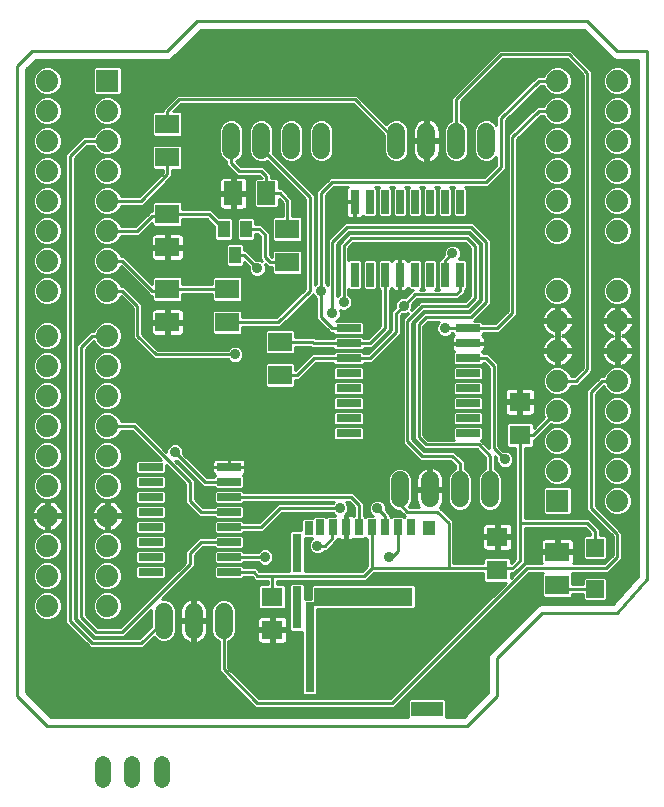
<source format=gtl>
G75*
%MOIN*%
%OFA0B0*%
%FSLAX25Y25*%
%IPPOS*%
%LPD*%
%AMOC8*
5,1,8,0,0,1.08239X$1,22.5*
%
%ADD10C,0.01000*%
%ADD11C,0.07400*%
%ADD12R,0.07400X0.07400*%
%ADD13R,0.08000X0.02600*%
%ADD14R,0.07874X0.06299*%
%ADD15R,0.03937X0.05512*%
%ADD16R,0.06299X0.07874*%
%ADD17R,0.02600X0.08000*%
%ADD18R,0.05906X0.05906*%
%ADD19R,0.07087X0.06299*%
%ADD20C,0.06000*%
%ADD21C,0.05315*%
%ADD22R,0.02800X0.05600*%
%ADD23R,0.02756X0.04724*%
%ADD24R,0.03937X0.04724*%
%ADD25R,0.02953X0.14173*%
%ADD26R,0.02756X0.29921*%
%ADD27R,0.32874X0.06299*%
%ADD28R,0.02953X0.12795*%
%ADD29R,0.10630X0.05118*%
%ADD30C,0.03562*%
D10*
X0015000Y0062524D02*
X0005000Y0072524D01*
X0005000Y0282524D01*
X0010000Y0287524D01*
X0055000Y0287524D01*
X0065000Y0297524D01*
X0195000Y0297524D01*
X0205000Y0287524D01*
X0215000Y0287524D01*
X0215000Y0111274D01*
X0205000Y0100024D01*
X0180000Y0100024D01*
X0165000Y0085024D01*
X0165000Y0072524D01*
X0155000Y0062524D01*
X0015000Y0062524D01*
X0016243Y0065524D02*
X0008000Y0073766D01*
X0008000Y0281281D01*
X0011243Y0284524D01*
X0055597Y0284524D01*
X0056699Y0284980D01*
X0066243Y0294524D01*
X0193757Y0294524D01*
X0202457Y0285824D01*
X0203301Y0284980D01*
X0204403Y0284524D01*
X0212000Y0284524D01*
X0212000Y0112414D01*
X0203653Y0103024D01*
X0179403Y0103024D01*
X0178301Y0102567D01*
X0163301Y0087567D01*
X0162457Y0086723D01*
X0162000Y0085620D01*
X0162000Y0073766D01*
X0153757Y0065524D01*
X0147911Y0065524D01*
X0147911Y0071208D01*
X0147267Y0071852D01*
X0135725Y0071852D01*
X0135081Y0071208D01*
X0135081Y0065524D01*
X0016243Y0065524D01*
X0015249Y0066518D02*
X0135081Y0066518D01*
X0135081Y0067516D02*
X0014250Y0067516D01*
X0013252Y0068515D02*
X0084246Y0068515D01*
X0084337Y0068424D02*
X0130663Y0068424D01*
X0131600Y0069361D01*
X0175663Y0113424D01*
X0180270Y0113424D01*
X0179963Y0113117D01*
X0179963Y0105907D01*
X0180607Y0105262D01*
X0189393Y0105262D01*
X0190037Y0105907D01*
X0190037Y0106534D01*
X0193447Y0106534D01*
X0193447Y0104725D01*
X0194092Y0104081D01*
X0200908Y0104081D01*
X0201553Y0104725D01*
X0201553Y0111542D01*
X0200908Y0112187D01*
X0194092Y0112187D01*
X0193447Y0111542D01*
X0193447Y0109734D01*
X0190037Y0109734D01*
X0190037Y0113117D01*
X0189730Y0113424D01*
X0201913Y0113424D01*
X0205663Y0117174D01*
X0206600Y0118111D01*
X0206600Y0126936D01*
X0197850Y0135686D01*
X0197850Y0173111D01*
X0200525Y0175785D01*
X0200931Y0174805D01*
X0202281Y0173454D01*
X0204045Y0172724D01*
X0205955Y0172724D01*
X0207719Y0173454D01*
X0209069Y0174805D01*
X0209800Y0176569D01*
X0209800Y0178478D01*
X0209069Y0180243D01*
X0207719Y0181593D01*
X0205955Y0182324D01*
X0204045Y0182324D01*
X0202281Y0181593D01*
X0200931Y0180243D01*
X0200467Y0179124D01*
X0199337Y0179124D01*
X0198400Y0178186D01*
X0194650Y0174436D01*
X0194650Y0134361D01*
X0195587Y0133424D01*
X0203400Y0125611D01*
X0203400Y0119436D01*
X0200587Y0116624D01*
X0190229Y0116624D01*
X0190335Y0116807D01*
X0190437Y0117188D01*
X0190437Y0120035D01*
X0185500Y0120035D01*
X0185500Y0121035D01*
X0190437Y0121035D01*
X0190437Y0123883D01*
X0190335Y0124264D01*
X0190137Y0124606D01*
X0189858Y0124885D01*
X0189516Y0125083D01*
X0189134Y0125185D01*
X0185500Y0125185D01*
X0185500Y0121035D01*
X0184500Y0121035D01*
X0184500Y0120035D01*
X0179563Y0120035D01*
X0179563Y0117188D01*
X0179665Y0116807D01*
X0179771Y0116624D01*
X0174337Y0116624D01*
X0169643Y0111930D01*
X0169643Y0113424D01*
X0170663Y0113424D01*
X0171600Y0114361D01*
X0174100Y0116861D01*
X0174100Y0128424D01*
X0194337Y0128424D01*
X0195900Y0126861D01*
X0195900Y0125966D01*
X0194092Y0125966D01*
X0193447Y0125322D01*
X0193447Y0118505D01*
X0194092Y0117861D01*
X0200908Y0117861D01*
X0201553Y0118505D01*
X0201553Y0125322D01*
X0200908Y0125966D01*
X0199100Y0125966D01*
X0199100Y0128186D01*
X0196600Y0130686D01*
X0195663Y0131624D01*
X0174100Y0131624D01*
X0174100Y0155262D01*
X0176499Y0155262D01*
X0177143Y0155907D01*
X0177143Y0157912D01*
X0177651Y0157912D01*
X0182926Y0163187D01*
X0184045Y0162724D01*
X0185955Y0162724D01*
X0187719Y0163454D01*
X0189069Y0164805D01*
X0189800Y0166569D01*
X0189800Y0168478D01*
X0189069Y0170243D01*
X0187719Y0171593D01*
X0185955Y0172324D01*
X0184045Y0172324D01*
X0182281Y0171593D01*
X0180931Y0170243D01*
X0180200Y0168478D01*
X0180200Y0166569D01*
X0180664Y0165450D01*
X0177143Y0161930D01*
X0177143Y0163117D01*
X0176499Y0163761D01*
X0168501Y0163761D01*
X0167857Y0163117D01*
X0167857Y0155907D01*
X0168501Y0155262D01*
X0170900Y0155262D01*
X0170900Y0118186D01*
X0169643Y0116930D01*
X0169643Y0118117D01*
X0168999Y0118761D01*
X0161001Y0118761D01*
X0160357Y0118117D01*
X0160357Y0116624D01*
X0150350Y0116624D01*
X0150350Y0130686D01*
X0149413Y0131624D01*
X0145813Y0135223D01*
X0145932Y0135342D01*
X0146349Y0135915D01*
X0146670Y0136546D01*
X0146889Y0137220D01*
X0147000Y0137919D01*
X0147000Y0140774D01*
X0143000Y0140774D01*
X0143000Y0141774D01*
X0142000Y0141774D01*
X0142000Y0148751D01*
X0141446Y0148663D01*
X0140773Y0148444D01*
X0140141Y0148122D01*
X0139568Y0147706D01*
X0139068Y0147205D01*
X0138651Y0146632D01*
X0138330Y0146001D01*
X0138111Y0145327D01*
X0138000Y0144628D01*
X0138000Y0141774D01*
X0142000Y0141774D01*
X0142000Y0140774D01*
X0138000Y0140774D01*
X0138000Y0137919D01*
X0138111Y0137220D01*
X0138330Y0136546D01*
X0138651Y0135915D01*
X0139045Y0135374D01*
X0135663Y0135374D01*
X0135530Y0135506D01*
X0135976Y0135951D01*
X0136600Y0137458D01*
X0136600Y0145089D01*
X0135976Y0146596D01*
X0134822Y0147749D01*
X0133316Y0148374D01*
X0131684Y0148374D01*
X0130178Y0147749D01*
X0129024Y0146596D01*
X0128400Y0145089D01*
X0128400Y0137458D01*
X0129024Y0135951D01*
X0130178Y0134798D01*
X0131684Y0134174D01*
X0132337Y0134174D01*
X0133400Y0133111D01*
X0134155Y0132356D01*
X0134016Y0132216D01*
X0133706Y0132526D01*
X0129995Y0132526D01*
X0129685Y0132216D01*
X0129375Y0132526D01*
X0129120Y0132526D01*
X0129120Y0133167D01*
X0128182Y0134104D01*
X0127868Y0134419D01*
X0127881Y0134451D01*
X0127881Y0135597D01*
X0127442Y0136656D01*
X0126632Y0137466D01*
X0125573Y0137905D01*
X0124427Y0137905D01*
X0123368Y0137466D01*
X0122558Y0136656D01*
X0122119Y0135597D01*
X0122119Y0134451D01*
X0122558Y0133392D01*
X0123368Y0132581D01*
X0123501Y0132526D01*
X0121333Y0132526D01*
X0121024Y0132216D01*
X0120714Y0132526D01*
X0120458Y0132526D01*
X0120458Y0136828D01*
X0119521Y0137765D01*
X0116913Y0140374D01*
X0080650Y0140374D01*
X0080650Y0140529D01*
X0080006Y0141174D01*
X0071094Y0141174D01*
X0070450Y0140529D01*
X0070450Y0137018D01*
X0071094Y0136374D01*
X0080006Y0136374D01*
X0080650Y0137018D01*
X0080650Y0137174D01*
X0110576Y0137174D01*
X0110058Y0136656D01*
X0110044Y0136624D01*
X0091837Y0136624D01*
X0085587Y0130374D01*
X0080650Y0130374D01*
X0080650Y0130529D01*
X0080006Y0131174D01*
X0071094Y0131174D01*
X0070450Y0130529D01*
X0070450Y0127018D01*
X0071094Y0126374D01*
X0080006Y0126374D01*
X0080650Y0127018D01*
X0080650Y0127174D01*
X0086913Y0127174D01*
X0087850Y0128111D01*
X0093163Y0133424D01*
X0110044Y0133424D01*
X0110058Y0133392D01*
X0110868Y0132581D01*
X0111001Y0132526D01*
X0108341Y0132526D01*
X0108031Y0132216D01*
X0107722Y0132526D01*
X0104010Y0132526D01*
X0103376Y0131891D01*
X0100292Y0131891D01*
X0099648Y0131247D01*
X0099648Y0127757D01*
X0096355Y0127757D01*
X0095711Y0127113D01*
X0095711Y0114124D01*
X0085663Y0114124D01*
X0084413Y0115374D01*
X0080650Y0115374D01*
X0080650Y0115529D01*
X0080006Y0116174D01*
X0071094Y0116174D01*
X0070450Y0115529D01*
X0070450Y0112018D01*
X0071094Y0111374D01*
X0080006Y0111374D01*
X0080650Y0112018D01*
X0080650Y0112174D01*
X0083087Y0112174D01*
X0083400Y0111861D01*
X0084337Y0110924D01*
X0088400Y0110924D01*
X0088400Y0109785D01*
X0086001Y0109785D01*
X0085357Y0109141D01*
X0085357Y0101930D01*
X0086001Y0101286D01*
X0093999Y0101286D01*
X0094643Y0101930D01*
X0094643Y0109141D01*
X0093999Y0109785D01*
X0091600Y0109785D01*
X0091600Y0110924D01*
X0121352Y0110924D01*
X0123852Y0113424D01*
X0160357Y0113424D01*
X0160357Y0110907D01*
X0161001Y0110262D01*
X0167976Y0110262D01*
X0129337Y0071624D01*
X0085663Y0071624D01*
X0075350Y0081936D01*
X0075350Y0090749D01*
X0076072Y0091048D01*
X0077226Y0092201D01*
X0077850Y0093708D01*
X0077850Y0101339D01*
X0077226Y0102846D01*
X0076072Y0103999D01*
X0074566Y0104624D01*
X0072934Y0104624D01*
X0071428Y0103999D01*
X0070274Y0102846D01*
X0069650Y0101339D01*
X0069650Y0093708D01*
X0070274Y0092201D01*
X0071428Y0091048D01*
X0072150Y0090749D01*
X0072150Y0080611D01*
X0073087Y0079674D01*
X0084337Y0068424D01*
X0083248Y0069513D02*
X0012253Y0069513D01*
X0011255Y0070512D02*
X0082249Y0070512D01*
X0081251Y0071510D02*
X0010256Y0071510D01*
X0009258Y0072509D02*
X0080252Y0072509D01*
X0079254Y0073507D02*
X0008259Y0073507D01*
X0008000Y0074506D02*
X0078255Y0074506D01*
X0077257Y0075504D02*
X0008000Y0075504D01*
X0008000Y0076503D02*
X0076258Y0076503D01*
X0075260Y0077501D02*
X0008000Y0077501D01*
X0008000Y0078500D02*
X0074261Y0078500D01*
X0073263Y0079498D02*
X0008000Y0079498D01*
X0008000Y0080497D02*
X0072264Y0080497D01*
X0072150Y0081495D02*
X0008000Y0081495D01*
X0008000Y0082494D02*
X0072150Y0082494D01*
X0072150Y0083492D02*
X0008000Y0083492D01*
X0008000Y0084491D02*
X0072150Y0084491D01*
X0072150Y0085489D02*
X0008000Y0085489D01*
X0008000Y0086488D02*
X0072150Y0086488D01*
X0072150Y0087486D02*
X0008000Y0087486D01*
X0008000Y0088485D02*
X0029276Y0088485D01*
X0029337Y0088424D02*
X0046913Y0088424D01*
X0050482Y0091993D01*
X0051428Y0091048D01*
X0052934Y0090424D01*
X0054566Y0090424D01*
X0056072Y0091048D01*
X0057226Y0092201D01*
X0057850Y0093708D01*
X0057850Y0101339D01*
X0057226Y0102846D01*
X0056072Y0103999D01*
X0054566Y0104624D01*
X0053113Y0104624D01*
X0063163Y0114674D01*
X0064100Y0115611D01*
X0064100Y0119361D01*
X0066913Y0122174D01*
X0070450Y0122174D01*
X0070450Y0122018D01*
X0071094Y0121374D01*
X0080006Y0121374D01*
X0080650Y0122018D01*
X0080650Y0125529D01*
X0080006Y0126174D01*
X0071094Y0126174D01*
X0070450Y0125529D01*
X0070450Y0125374D01*
X0065587Y0125374D01*
X0064650Y0124436D01*
X0061837Y0121624D01*
X0060900Y0120686D01*
X0060900Y0116936D01*
X0039337Y0095374D01*
X0031913Y0095374D01*
X0027850Y0099436D01*
X0027850Y0188111D01*
X0030525Y0190785D01*
X0030931Y0189805D01*
X0032281Y0188454D01*
X0034045Y0187724D01*
X0035955Y0187724D01*
X0037719Y0188454D01*
X0039069Y0189805D01*
X0039800Y0191569D01*
X0039800Y0193478D01*
X0039069Y0195243D01*
X0037719Y0196593D01*
X0035955Y0197324D01*
X0034045Y0197324D01*
X0032281Y0196593D01*
X0030931Y0195243D01*
X0030467Y0194124D01*
X0029337Y0194124D01*
X0025587Y0190374D01*
X0024650Y0189436D01*
X0024650Y0098111D01*
X0029650Y0093111D01*
X0029650Y0093111D01*
X0030587Y0092174D01*
X0040663Y0092174D01*
X0049650Y0101161D01*
X0049650Y0095686D01*
X0045587Y0091624D01*
X0030663Y0091624D01*
X0024100Y0098186D01*
X0024100Y0251861D01*
X0028163Y0255924D01*
X0030467Y0255924D01*
X0030931Y0254805D01*
X0032281Y0253454D01*
X0034045Y0252724D01*
X0035955Y0252724D01*
X0037719Y0253454D01*
X0039069Y0254805D01*
X0039800Y0256569D01*
X0039800Y0258478D01*
X0039069Y0260243D01*
X0037719Y0261593D01*
X0035955Y0262324D01*
X0034045Y0262324D01*
X0032281Y0261593D01*
X0030931Y0260243D01*
X0030467Y0259124D01*
X0026837Y0259124D01*
X0025900Y0258186D01*
X0020900Y0253186D01*
X0020900Y0096861D01*
X0028400Y0089361D01*
X0029337Y0088424D01*
X0028277Y0089483D02*
X0008000Y0089483D01*
X0008000Y0090482D02*
X0027279Y0090482D01*
X0026280Y0091480D02*
X0008000Y0091480D01*
X0008000Y0092479D02*
X0025282Y0092479D01*
X0024283Y0093477D02*
X0008000Y0093477D01*
X0008000Y0094476D02*
X0023285Y0094476D01*
X0022286Y0095474D02*
X0008000Y0095474D01*
X0008000Y0096473D02*
X0021288Y0096473D01*
X0020900Y0097472D02*
X0008000Y0097472D01*
X0008000Y0098470D02*
X0012265Y0098470D01*
X0012281Y0098454D02*
X0014045Y0097724D01*
X0015955Y0097724D01*
X0017719Y0098454D01*
X0019069Y0099805D01*
X0019800Y0101569D01*
X0019800Y0103478D01*
X0019069Y0105243D01*
X0017719Y0106593D01*
X0015955Y0107324D01*
X0014045Y0107324D01*
X0012281Y0106593D01*
X0010931Y0105243D01*
X0010200Y0103478D01*
X0010200Y0101569D01*
X0010931Y0099805D01*
X0012281Y0098454D01*
X0011267Y0099469D02*
X0008000Y0099469D01*
X0008000Y0100467D02*
X0010656Y0100467D01*
X0010243Y0101466D02*
X0008000Y0101466D01*
X0008000Y0102464D02*
X0010200Y0102464D01*
X0010200Y0103463D02*
X0008000Y0103463D01*
X0008000Y0104461D02*
X0010607Y0104461D01*
X0011148Y0105460D02*
X0008000Y0105460D01*
X0008000Y0106458D02*
X0012146Y0106458D01*
X0012281Y0108454D02*
X0014045Y0107724D01*
X0015955Y0107724D01*
X0017719Y0108454D01*
X0019069Y0109805D01*
X0019800Y0111569D01*
X0019800Y0113478D01*
X0019069Y0115243D01*
X0017719Y0116593D01*
X0015955Y0117324D01*
X0014045Y0117324D01*
X0012281Y0116593D01*
X0010931Y0115243D01*
X0010200Y0113478D01*
X0010200Y0111569D01*
X0010931Y0109805D01*
X0012281Y0108454D01*
X0012280Y0108455D02*
X0008000Y0108455D01*
X0008000Y0107457D02*
X0020900Y0107457D01*
X0020900Y0108455D02*
X0017720Y0108455D01*
X0018718Y0109454D02*
X0020900Y0109454D01*
X0020900Y0110452D02*
X0019337Y0110452D01*
X0019751Y0111451D02*
X0020900Y0111451D01*
X0020900Y0112449D02*
X0019800Y0112449D01*
X0019800Y0113448D02*
X0020900Y0113448D01*
X0020900Y0114446D02*
X0019399Y0114446D01*
X0018867Y0115445D02*
X0020900Y0115445D01*
X0020900Y0116443D02*
X0017869Y0116443D01*
X0017685Y0118440D02*
X0020900Y0118440D01*
X0020900Y0117442D02*
X0008000Y0117442D01*
X0008000Y0118440D02*
X0012315Y0118440D01*
X0012281Y0118454D02*
X0014045Y0117724D01*
X0015955Y0117724D01*
X0017719Y0118454D01*
X0019069Y0119805D01*
X0019800Y0121569D01*
X0019800Y0123478D01*
X0019069Y0125243D01*
X0017719Y0126593D01*
X0015955Y0127324D01*
X0014045Y0127324D01*
X0012281Y0126593D01*
X0010931Y0125243D01*
X0010200Y0123478D01*
X0010200Y0121569D01*
X0010931Y0119805D01*
X0012281Y0118454D01*
X0011297Y0119439D02*
X0008000Y0119439D01*
X0008000Y0120437D02*
X0010669Y0120437D01*
X0010255Y0121436D02*
X0008000Y0121436D01*
X0008000Y0122434D02*
X0010200Y0122434D01*
X0010200Y0123433D02*
X0008000Y0123433D01*
X0008000Y0124431D02*
X0010595Y0124431D01*
X0011118Y0125430D02*
X0008000Y0125430D01*
X0008000Y0126428D02*
X0012117Y0126428D01*
X0013004Y0127705D02*
X0012275Y0128076D01*
X0011612Y0128557D01*
X0011034Y0129136D01*
X0010553Y0129798D01*
X0010181Y0130528D01*
X0009928Y0131306D01*
X0009814Y0132024D01*
X0014500Y0132024D01*
X0014500Y0133024D01*
X0014500Y0137709D01*
X0013782Y0137596D01*
X0013004Y0137343D01*
X0012275Y0136971D01*
X0011612Y0136490D01*
X0011034Y0135911D01*
X0010553Y0135249D01*
X0010181Y0134520D01*
X0009928Y0133741D01*
X0009814Y0133024D01*
X0014500Y0133024D01*
X0015500Y0133024D01*
X0015500Y0137709D01*
X0016218Y0137596D01*
X0016996Y0137343D01*
X0017725Y0136971D01*
X0018388Y0136490D01*
X0018966Y0135911D01*
X0019447Y0135249D01*
X0019819Y0134520D01*
X0020072Y0133741D01*
X0020186Y0133024D01*
X0015500Y0133024D01*
X0015500Y0132024D01*
X0020186Y0132024D01*
X0020072Y0131306D01*
X0019819Y0130528D01*
X0019447Y0129798D01*
X0018966Y0129136D01*
X0018388Y0128557D01*
X0017725Y0128076D01*
X0016996Y0127705D01*
X0016218Y0127452D01*
X0015500Y0127338D01*
X0015500Y0132024D01*
X0014500Y0132024D01*
X0014500Y0127338D01*
X0013782Y0127452D01*
X0013004Y0127705D01*
X0013939Y0127427D02*
X0008000Y0127427D01*
X0008000Y0128425D02*
X0011794Y0128425D01*
X0010825Y0129424D02*
X0008000Y0129424D01*
X0008000Y0130422D02*
X0010235Y0130422D01*
X0009910Y0131421D02*
X0008000Y0131421D01*
X0008000Y0132419D02*
X0014500Y0132419D01*
X0014500Y0131421D02*
X0015500Y0131421D01*
X0015500Y0132419D02*
X0020900Y0132419D01*
X0020900Y0131421D02*
X0020090Y0131421D01*
X0019765Y0130422D02*
X0020900Y0130422D01*
X0020900Y0129424D02*
X0019175Y0129424D01*
X0018206Y0128425D02*
X0020900Y0128425D01*
X0020900Y0127427D02*
X0016061Y0127427D01*
X0015500Y0127427D02*
X0014500Y0127427D01*
X0014500Y0128425D02*
X0015500Y0128425D01*
X0015500Y0129424D02*
X0014500Y0129424D01*
X0014500Y0130422D02*
X0015500Y0130422D01*
X0015500Y0133418D02*
X0014500Y0133418D01*
X0014500Y0134416D02*
X0015500Y0134416D01*
X0015500Y0135415D02*
X0014500Y0135415D01*
X0014500Y0136413D02*
X0015500Y0136413D01*
X0015500Y0137412D02*
X0014500Y0137412D01*
X0014045Y0137724D02*
X0012281Y0138454D01*
X0010931Y0139805D01*
X0010200Y0141569D01*
X0010200Y0143478D01*
X0010931Y0145243D01*
X0012281Y0146593D01*
X0014045Y0147324D01*
X0015955Y0147324D01*
X0017719Y0146593D01*
X0019069Y0145243D01*
X0019800Y0143478D01*
X0019800Y0141569D01*
X0019069Y0139805D01*
X0017719Y0138454D01*
X0015955Y0137724D01*
X0014045Y0137724D01*
X0013217Y0137412D02*
X0008000Y0137412D01*
X0008000Y0138410D02*
X0012387Y0138410D01*
X0011326Y0139409D02*
X0008000Y0139409D01*
X0008000Y0140408D02*
X0010681Y0140408D01*
X0010267Y0141406D02*
X0008000Y0141406D01*
X0008000Y0142405D02*
X0010200Y0142405D01*
X0010200Y0143403D02*
X0008000Y0143403D01*
X0008000Y0144402D02*
X0010582Y0144402D01*
X0011088Y0145400D02*
X0008000Y0145400D01*
X0008000Y0146399D02*
X0012087Y0146399D01*
X0012423Y0148396D02*
X0008000Y0148396D01*
X0008000Y0149394D02*
X0011341Y0149394D01*
X0010931Y0149805D02*
X0012281Y0148454D01*
X0014045Y0147724D01*
X0015955Y0147724D01*
X0017719Y0148454D01*
X0019069Y0149805D01*
X0019800Y0151569D01*
X0019800Y0153478D01*
X0019069Y0155243D01*
X0017719Y0156593D01*
X0015955Y0157324D01*
X0014045Y0157324D01*
X0012281Y0156593D01*
X0010931Y0155243D01*
X0010200Y0153478D01*
X0010200Y0151569D01*
X0010931Y0149805D01*
X0010687Y0150393D02*
X0008000Y0150393D01*
X0008000Y0151391D02*
X0010274Y0151391D01*
X0010200Y0152390D02*
X0008000Y0152390D01*
X0008000Y0153388D02*
X0010200Y0153388D01*
X0010576Y0154387D02*
X0008000Y0154387D01*
X0008000Y0155385D02*
X0011073Y0155385D01*
X0012072Y0156384D02*
X0008000Y0156384D01*
X0008000Y0157382D02*
X0020900Y0157382D01*
X0020900Y0156384D02*
X0017928Y0156384D01*
X0018927Y0155385D02*
X0020900Y0155385D01*
X0020900Y0154387D02*
X0019424Y0154387D01*
X0019800Y0153388D02*
X0020900Y0153388D01*
X0020900Y0152390D02*
X0019800Y0152390D01*
X0019726Y0151391D02*
X0020900Y0151391D01*
X0020900Y0150393D02*
X0019313Y0150393D01*
X0018659Y0149394D02*
X0020900Y0149394D01*
X0020900Y0148396D02*
X0017577Y0148396D01*
X0017913Y0146399D02*
X0020900Y0146399D01*
X0020900Y0147397D02*
X0008000Y0147397D01*
X0008000Y0158381D02*
X0012459Y0158381D01*
X0012281Y0158454D02*
X0014045Y0157724D01*
X0015955Y0157724D01*
X0017719Y0158454D01*
X0019069Y0159805D01*
X0019800Y0161569D01*
X0019800Y0163478D01*
X0019069Y0165243D01*
X0017719Y0166593D01*
X0015955Y0167324D01*
X0014045Y0167324D01*
X0012281Y0166593D01*
X0010931Y0165243D01*
X0010200Y0163478D01*
X0010200Y0161569D01*
X0010931Y0159805D01*
X0012281Y0158454D01*
X0011356Y0159379D02*
X0008000Y0159379D01*
X0008000Y0160378D02*
X0010693Y0160378D01*
X0010280Y0161376D02*
X0008000Y0161376D01*
X0008000Y0162375D02*
X0010200Y0162375D01*
X0010200Y0163373D02*
X0008000Y0163373D01*
X0008000Y0164372D02*
X0010570Y0164372D01*
X0011058Y0165370D02*
X0008000Y0165370D01*
X0008000Y0166369D02*
X0012057Y0166369D01*
X0012495Y0168366D02*
X0008000Y0168366D01*
X0008000Y0169364D02*
X0011371Y0169364D01*
X0010931Y0169805D02*
X0012281Y0168454D01*
X0014045Y0167724D01*
X0015955Y0167724D01*
X0017719Y0168454D01*
X0019069Y0169805D01*
X0019800Y0171569D01*
X0019800Y0173478D01*
X0019069Y0175243D01*
X0017719Y0176593D01*
X0015955Y0177324D01*
X0014045Y0177324D01*
X0012281Y0176593D01*
X0010931Y0175243D01*
X0010200Y0173478D01*
X0010200Y0171569D01*
X0010931Y0169805D01*
X0010700Y0170363D02*
X0008000Y0170363D01*
X0008000Y0171361D02*
X0010286Y0171361D01*
X0010200Y0172360D02*
X0008000Y0172360D01*
X0008000Y0173358D02*
X0010200Y0173358D01*
X0010564Y0174357D02*
X0008000Y0174357D01*
X0008000Y0175355D02*
X0011044Y0175355D01*
X0012042Y0176354D02*
X0008000Y0176354D01*
X0008000Y0177352D02*
X0020900Y0177352D01*
X0020900Y0176354D02*
X0017958Y0176354D01*
X0018956Y0175355D02*
X0020900Y0175355D01*
X0020900Y0174357D02*
X0019436Y0174357D01*
X0019800Y0173358D02*
X0020900Y0173358D01*
X0020900Y0172360D02*
X0019800Y0172360D01*
X0019714Y0171361D02*
X0020900Y0171361D01*
X0020900Y0170363D02*
X0019300Y0170363D01*
X0018629Y0169364D02*
X0020900Y0169364D01*
X0020900Y0168366D02*
X0017505Y0168366D01*
X0017943Y0166369D02*
X0020900Y0166369D01*
X0020900Y0167367D02*
X0008000Y0167367D01*
X0008000Y0178351D02*
X0012531Y0178351D01*
X0012281Y0178454D02*
X0014045Y0177724D01*
X0015955Y0177724D01*
X0017719Y0178454D01*
X0019069Y0179805D01*
X0019800Y0181569D01*
X0019800Y0183478D01*
X0019069Y0185243D01*
X0017719Y0186593D01*
X0015955Y0187324D01*
X0014045Y0187324D01*
X0012281Y0186593D01*
X0010931Y0185243D01*
X0010200Y0183478D01*
X0010200Y0181569D01*
X0010931Y0179805D01*
X0012281Y0178454D01*
X0011386Y0179349D02*
X0008000Y0179349D01*
X0008000Y0180348D02*
X0010706Y0180348D01*
X0010292Y0181346D02*
X0008000Y0181346D01*
X0008000Y0182345D02*
X0010200Y0182345D01*
X0010200Y0183343D02*
X0008000Y0183343D01*
X0008000Y0184342D02*
X0010558Y0184342D01*
X0011029Y0185341D02*
X0008000Y0185341D01*
X0008000Y0186339D02*
X0012027Y0186339D01*
X0012567Y0188336D02*
X0008000Y0188336D01*
X0008000Y0187338D02*
X0020900Y0187338D01*
X0020900Y0188336D02*
X0017433Y0188336D01*
X0017719Y0188454D02*
X0019069Y0189805D01*
X0019800Y0191569D01*
X0019800Y0193478D01*
X0019069Y0195243D01*
X0017719Y0196593D01*
X0015955Y0197324D01*
X0014045Y0197324D01*
X0012281Y0196593D01*
X0010931Y0195243D01*
X0010200Y0193478D01*
X0010200Y0191569D01*
X0010931Y0189805D01*
X0012281Y0188454D01*
X0014045Y0187724D01*
X0015955Y0187724D01*
X0017719Y0188454D01*
X0018599Y0189335D02*
X0020900Y0189335D01*
X0020900Y0190333D02*
X0019288Y0190333D01*
X0019702Y0191332D02*
X0020900Y0191332D01*
X0020900Y0192330D02*
X0019800Y0192330D01*
X0019800Y0193329D02*
X0020900Y0193329D01*
X0020900Y0194327D02*
X0019448Y0194327D01*
X0018986Y0195326D02*
X0020900Y0195326D01*
X0020900Y0196324D02*
X0017988Y0196324D01*
X0015957Y0197323D02*
X0020900Y0197323D01*
X0020900Y0198321D02*
X0008000Y0198321D01*
X0008000Y0197323D02*
X0014043Y0197323D01*
X0012012Y0196324D02*
X0008000Y0196324D01*
X0008000Y0195326D02*
X0011014Y0195326D01*
X0010552Y0194327D02*
X0008000Y0194327D01*
X0008000Y0193329D02*
X0010200Y0193329D01*
X0010200Y0192330D02*
X0008000Y0192330D01*
X0008000Y0191332D02*
X0010298Y0191332D01*
X0010712Y0190333D02*
X0008000Y0190333D01*
X0008000Y0189335D02*
X0011401Y0189335D01*
X0017973Y0186339D02*
X0020900Y0186339D01*
X0020900Y0185341D02*
X0018971Y0185341D01*
X0019442Y0184342D02*
X0020900Y0184342D01*
X0020900Y0183343D02*
X0019800Y0183343D01*
X0019800Y0182345D02*
X0020900Y0182345D01*
X0020900Y0181346D02*
X0019708Y0181346D01*
X0019294Y0180348D02*
X0020900Y0180348D01*
X0020900Y0179349D02*
X0018614Y0179349D01*
X0017469Y0178351D02*
X0020900Y0178351D01*
X0024100Y0178351D02*
X0024650Y0178351D01*
X0024650Y0179349D02*
X0024100Y0179349D01*
X0024100Y0180348D02*
X0024650Y0180348D01*
X0024650Y0181346D02*
X0024100Y0181346D01*
X0024100Y0182345D02*
X0024650Y0182345D01*
X0024650Y0183343D02*
X0024100Y0183343D01*
X0024100Y0184342D02*
X0024650Y0184342D01*
X0024650Y0185341D02*
X0024100Y0185341D01*
X0024100Y0186339D02*
X0024650Y0186339D01*
X0024650Y0187338D02*
X0024100Y0187338D01*
X0024100Y0188336D02*
X0024650Y0188336D01*
X0024650Y0189335D02*
X0024100Y0189335D01*
X0024100Y0190333D02*
X0025547Y0190333D01*
X0026545Y0191332D02*
X0024100Y0191332D01*
X0024100Y0192330D02*
X0027544Y0192330D01*
X0028542Y0193329D02*
X0024100Y0193329D01*
X0024100Y0194327D02*
X0030552Y0194327D01*
X0031014Y0195326D02*
X0024100Y0195326D01*
X0024100Y0196324D02*
X0032012Y0196324D01*
X0034043Y0197323D02*
X0024100Y0197323D01*
X0024100Y0198321D02*
X0043400Y0198321D01*
X0043400Y0197323D02*
X0035957Y0197323D01*
X0037988Y0196324D02*
X0043400Y0196324D01*
X0043400Y0195326D02*
X0038986Y0195326D01*
X0039448Y0194327D02*
X0043400Y0194327D01*
X0043400Y0193329D02*
X0039800Y0193329D01*
X0039800Y0192330D02*
X0043400Y0192330D01*
X0043400Y0191861D02*
X0050587Y0184674D01*
X0075044Y0184674D01*
X0075058Y0184642D01*
X0075868Y0183831D01*
X0076927Y0183393D01*
X0078073Y0183393D01*
X0079132Y0183831D01*
X0079942Y0184642D01*
X0080381Y0185701D01*
X0080381Y0186847D01*
X0079942Y0187906D01*
X0079132Y0188716D01*
X0078073Y0189155D01*
X0076927Y0189155D01*
X0075868Y0188716D01*
X0075058Y0187906D01*
X0075044Y0187874D01*
X0051913Y0187874D01*
X0046600Y0193186D01*
X0046600Y0203186D01*
X0045663Y0204124D01*
X0040663Y0209124D01*
X0039533Y0209124D01*
X0039069Y0210243D01*
X0037719Y0211593D01*
X0035955Y0212324D01*
X0034045Y0212324D01*
X0032281Y0211593D01*
X0030931Y0210243D01*
X0030200Y0208478D01*
X0030200Y0206569D01*
X0030931Y0204805D01*
X0032281Y0203454D01*
X0034045Y0202724D01*
X0035955Y0202724D01*
X0037719Y0203454D01*
X0039069Y0204805D01*
X0039475Y0205785D01*
X0043400Y0201861D01*
X0043400Y0191861D01*
X0043929Y0191332D02*
X0039702Y0191332D01*
X0039288Y0190333D02*
X0044928Y0190333D01*
X0045926Y0189335D02*
X0038599Y0189335D01*
X0037433Y0188336D02*
X0046925Y0188336D01*
X0047923Y0187338D02*
X0027850Y0187338D01*
X0027850Y0186339D02*
X0032027Y0186339D01*
X0032281Y0186593D02*
X0030931Y0185243D01*
X0030200Y0183478D01*
X0030200Y0181569D01*
X0030931Y0179805D01*
X0032281Y0178454D01*
X0034045Y0177724D01*
X0035955Y0177724D01*
X0037719Y0178454D01*
X0039069Y0179805D01*
X0039800Y0181569D01*
X0039800Y0183478D01*
X0039069Y0185243D01*
X0037719Y0186593D01*
X0035955Y0187324D01*
X0034045Y0187324D01*
X0032281Y0186593D01*
X0032567Y0188336D02*
X0028075Y0188336D01*
X0029074Y0189335D02*
X0031401Y0189335D01*
X0030712Y0190333D02*
X0030072Y0190333D01*
X0030000Y0192524D02*
X0026250Y0188774D01*
X0026250Y0098774D01*
X0031250Y0093774D01*
X0040000Y0093774D01*
X0062500Y0116274D01*
X0062500Y0120024D01*
X0066250Y0123774D01*
X0075550Y0123774D01*
X0075550Y0128774D02*
X0086250Y0128774D01*
X0092500Y0135024D01*
X0112500Y0135024D01*
X0114424Y0137174D02*
X0115587Y0137174D01*
X0117258Y0135503D01*
X0117258Y0132526D01*
X0117003Y0132526D01*
X0116976Y0132499D01*
X0116849Y0132626D01*
X0116507Y0132824D01*
X0116125Y0132926D01*
X0114728Y0132926D01*
X0114728Y0128826D01*
X0114328Y0128826D01*
X0114328Y0132777D01*
X0114942Y0133392D01*
X0115381Y0134451D01*
X0115381Y0135597D01*
X0114942Y0136656D01*
X0114424Y0137174D01*
X0115043Y0136413D02*
X0116347Y0136413D01*
X0117258Y0135415D02*
X0115381Y0135415D01*
X0115367Y0134416D02*
X0117258Y0134416D01*
X0117258Y0133418D02*
X0114953Y0133418D01*
X0114728Y0132419D02*
X0114328Y0132419D01*
X0114328Y0131421D02*
X0114728Y0131421D01*
X0114728Y0130422D02*
X0114328Y0130422D01*
X0114328Y0129424D02*
X0114728Y0129424D01*
X0114728Y0128426D02*
X0114728Y0124326D01*
X0116125Y0124326D01*
X0116507Y0124428D01*
X0116849Y0124626D01*
X0116976Y0124753D01*
X0117003Y0124726D01*
X0120714Y0124726D01*
X0121024Y0125036D01*
X0121333Y0124726D01*
X0121589Y0124726D01*
X0121589Y0115686D01*
X0120026Y0114124D01*
X0100864Y0114124D01*
X0100864Y0124967D01*
X0103370Y0124967D01*
X0103368Y0124966D01*
X0102558Y0124156D01*
X0102119Y0123097D01*
X0102119Y0121951D01*
X0102558Y0120892D01*
X0103368Y0120081D01*
X0104427Y0119643D01*
X0105573Y0119643D01*
X0106632Y0120081D01*
X0107442Y0120892D01*
X0107456Y0120924D01*
X0108163Y0120924D01*
X0109100Y0121861D01*
X0110663Y0123424D01*
X0111600Y0124361D01*
X0111600Y0124726D01*
X0112052Y0124726D01*
X0112079Y0124753D01*
X0112207Y0124626D01*
X0112549Y0124428D01*
X0112930Y0124326D01*
X0114328Y0124326D01*
X0114328Y0128426D01*
X0114728Y0128426D01*
X0114728Y0128425D02*
X0114328Y0128425D01*
X0114328Y0127427D02*
X0114728Y0127427D01*
X0114728Y0126428D02*
X0114328Y0126428D01*
X0114328Y0125430D02*
X0114728Y0125430D01*
X0114728Y0124431D02*
X0114328Y0124431D01*
X0112543Y0124431D02*
X0111600Y0124431D01*
X0110672Y0123433D02*
X0121589Y0123433D01*
X0121589Y0124431D02*
X0116512Y0124431D01*
X0118858Y0128626D02*
X0118858Y0136165D01*
X0116250Y0138774D01*
X0075550Y0138774D01*
X0075550Y0143774D02*
X0067500Y0143774D01*
X0057500Y0153774D01*
X0056273Y0156384D02*
X0052153Y0156384D01*
X0053151Y0155385D02*
X0055049Y0155385D01*
X0055058Y0155406D02*
X0054619Y0154347D01*
X0054619Y0153917D01*
X0044413Y0164124D01*
X0039533Y0164124D01*
X0039069Y0165243D01*
X0037719Y0166593D01*
X0035955Y0167324D01*
X0034045Y0167324D01*
X0032281Y0166593D01*
X0030931Y0165243D01*
X0030200Y0163478D01*
X0030200Y0161569D01*
X0030931Y0159805D01*
X0032281Y0158454D01*
X0034045Y0157724D01*
X0035955Y0157724D01*
X0037719Y0158454D01*
X0039069Y0159805D01*
X0039533Y0160924D01*
X0043087Y0160924D01*
X0052837Y0151174D01*
X0044994Y0151174D01*
X0044350Y0150529D01*
X0044350Y0147018D01*
X0044994Y0146374D01*
X0053906Y0146374D01*
X0054550Y0147018D01*
X0054550Y0149461D01*
X0060900Y0143111D01*
X0060900Y0136861D01*
X0064650Y0133111D01*
X0065587Y0132174D01*
X0070450Y0132174D01*
X0070450Y0132018D01*
X0071094Y0131374D01*
X0080006Y0131374D01*
X0080650Y0132018D01*
X0080650Y0135529D01*
X0080006Y0136174D01*
X0071094Y0136174D01*
X0070450Y0135529D01*
X0070450Y0135374D01*
X0066913Y0135374D01*
X0064100Y0138186D01*
X0064100Y0144436D01*
X0063163Y0145374D01*
X0057644Y0150893D01*
X0058073Y0150893D01*
X0058105Y0150906D01*
X0066837Y0142174D01*
X0070450Y0142174D01*
X0070450Y0142018D01*
X0071094Y0141374D01*
X0080006Y0141374D01*
X0080650Y0142018D01*
X0080650Y0145529D01*
X0080109Y0146070D01*
X0080129Y0146076D01*
X0080471Y0146273D01*
X0080750Y0146553D01*
X0080948Y0146895D01*
X0081050Y0147276D01*
X0081050Y0148624D01*
X0075700Y0148624D01*
X0075700Y0148924D01*
X0075400Y0148924D01*
X0075400Y0151574D01*
X0071353Y0151574D01*
X0070971Y0151471D01*
X0070629Y0151274D01*
X0070350Y0150995D01*
X0070152Y0150653D01*
X0070050Y0150271D01*
X0070050Y0148924D01*
X0075400Y0148924D01*
X0075400Y0148624D01*
X0070050Y0148624D01*
X0070050Y0147276D01*
X0070152Y0146895D01*
X0070350Y0146553D01*
X0070629Y0146273D01*
X0070971Y0146076D01*
X0070991Y0146070D01*
X0070450Y0145529D01*
X0070450Y0145374D01*
X0068163Y0145374D01*
X0060368Y0153169D01*
X0060381Y0153201D01*
X0060381Y0154347D01*
X0059942Y0155406D01*
X0059132Y0156216D01*
X0058073Y0156655D01*
X0056927Y0156655D01*
X0055868Y0156216D01*
X0055058Y0155406D01*
X0054635Y0154387D02*
X0054150Y0154387D01*
X0052620Y0151391D02*
X0039726Y0151391D01*
X0039800Y0151569D02*
X0039069Y0149805D01*
X0037719Y0148454D01*
X0035955Y0147724D01*
X0034045Y0147724D01*
X0032281Y0148454D01*
X0030931Y0149805D01*
X0030200Y0151569D01*
X0030200Y0153478D01*
X0030931Y0155243D01*
X0032281Y0156593D01*
X0034045Y0157324D01*
X0035955Y0157324D01*
X0037719Y0156593D01*
X0039069Y0155243D01*
X0039800Y0153478D01*
X0039800Y0151569D01*
X0039800Y0152390D02*
X0051621Y0152390D01*
X0050623Y0153388D02*
X0039800Y0153388D01*
X0039424Y0154387D02*
X0049624Y0154387D01*
X0048626Y0155385D02*
X0038927Y0155385D01*
X0037928Y0156384D02*
X0047627Y0156384D01*
X0046629Y0157382D02*
X0027850Y0157382D01*
X0027850Y0156384D02*
X0032072Y0156384D01*
X0031073Y0155385D02*
X0027850Y0155385D01*
X0027850Y0154387D02*
X0030576Y0154387D01*
X0030200Y0153388D02*
X0027850Y0153388D01*
X0027850Y0152390D02*
X0030200Y0152390D01*
X0030274Y0151391D02*
X0027850Y0151391D01*
X0027850Y0150393D02*
X0030687Y0150393D01*
X0031341Y0149394D02*
X0027850Y0149394D01*
X0027850Y0148396D02*
X0032423Y0148396D01*
X0032281Y0146593D02*
X0030931Y0145243D01*
X0030200Y0143478D01*
X0030200Y0141569D01*
X0030931Y0139805D01*
X0032281Y0138454D01*
X0034045Y0137724D01*
X0035955Y0137724D01*
X0037719Y0138454D01*
X0039069Y0139805D01*
X0039800Y0141569D01*
X0039800Y0143478D01*
X0039069Y0145243D01*
X0037719Y0146593D01*
X0035955Y0147324D01*
X0034045Y0147324D01*
X0032281Y0146593D01*
X0032087Y0146399D02*
X0027850Y0146399D01*
X0027850Y0147397D02*
X0044350Y0147397D01*
X0044350Y0148396D02*
X0037577Y0148396D01*
X0038659Y0149394D02*
X0044350Y0149394D01*
X0044350Y0150393D02*
X0039313Y0150393D01*
X0037913Y0146399D02*
X0044969Y0146399D01*
X0044994Y0146174D02*
X0044350Y0145529D01*
X0044350Y0142018D01*
X0044994Y0141374D01*
X0053906Y0141374D01*
X0054550Y0142018D01*
X0054550Y0145529D01*
X0053906Y0146174D01*
X0044994Y0146174D01*
X0044350Y0145400D02*
X0038912Y0145400D01*
X0039418Y0144402D02*
X0044350Y0144402D01*
X0044350Y0143403D02*
X0039800Y0143403D01*
X0039800Y0142405D02*
X0044350Y0142405D01*
X0044962Y0141406D02*
X0039733Y0141406D01*
X0039319Y0140408D02*
X0044350Y0140408D01*
X0044350Y0140529D02*
X0044350Y0137018D01*
X0044994Y0136374D01*
X0053906Y0136374D01*
X0054550Y0137018D01*
X0054550Y0140529D01*
X0053906Y0141174D01*
X0044994Y0141174D01*
X0044350Y0140529D01*
X0044350Y0139409D02*
X0038674Y0139409D01*
X0037613Y0138410D02*
X0044350Y0138410D01*
X0044350Y0137412D02*
X0036783Y0137412D01*
X0036996Y0137343D02*
X0036218Y0137596D01*
X0035500Y0137709D01*
X0035500Y0133024D01*
X0034500Y0133024D01*
X0034500Y0137709D01*
X0033782Y0137596D01*
X0033004Y0137343D01*
X0032275Y0136971D01*
X0031612Y0136490D01*
X0031034Y0135911D01*
X0030553Y0135249D01*
X0030181Y0134520D01*
X0029928Y0133741D01*
X0029814Y0133024D01*
X0034500Y0133024D01*
X0034500Y0132024D01*
X0029814Y0132024D01*
X0029928Y0131306D01*
X0030181Y0130528D01*
X0030553Y0129798D01*
X0031034Y0129136D01*
X0031612Y0128557D01*
X0032275Y0128076D01*
X0033004Y0127705D01*
X0033782Y0127452D01*
X0034500Y0127338D01*
X0034500Y0132024D01*
X0035500Y0132024D01*
X0035500Y0133024D01*
X0040186Y0133024D01*
X0040072Y0133741D01*
X0039819Y0134520D01*
X0039447Y0135249D01*
X0038966Y0135911D01*
X0038388Y0136490D01*
X0037725Y0136971D01*
X0036996Y0137343D01*
X0035500Y0137412D02*
X0034500Y0137412D01*
X0034500Y0136413D02*
X0035500Y0136413D01*
X0035500Y0135415D02*
X0034500Y0135415D01*
X0034500Y0134416D02*
X0035500Y0134416D01*
X0035500Y0133418D02*
X0034500Y0133418D01*
X0034500Y0132419D02*
X0027850Y0132419D01*
X0027850Y0131421D02*
X0029910Y0131421D01*
X0030235Y0130422D02*
X0027850Y0130422D01*
X0027850Y0129424D02*
X0030825Y0129424D01*
X0031794Y0128425D02*
X0027850Y0128425D01*
X0027850Y0127427D02*
X0033939Y0127427D01*
X0034045Y0127324D02*
X0032281Y0126593D01*
X0030931Y0125243D01*
X0030200Y0123478D01*
X0030200Y0121569D01*
X0030931Y0119805D01*
X0032281Y0118454D01*
X0034045Y0117724D01*
X0035955Y0117724D01*
X0037719Y0118454D01*
X0039069Y0119805D01*
X0039800Y0121569D01*
X0039800Y0123478D01*
X0039069Y0125243D01*
X0037719Y0126593D01*
X0035955Y0127324D01*
X0034045Y0127324D01*
X0034500Y0127427D02*
X0035500Y0127427D01*
X0035500Y0127338D02*
X0036218Y0127452D01*
X0036996Y0127705D01*
X0037725Y0128076D01*
X0038388Y0128557D01*
X0038966Y0129136D01*
X0039447Y0129798D01*
X0039819Y0130528D01*
X0040072Y0131306D01*
X0040186Y0132024D01*
X0035500Y0132024D01*
X0035500Y0127338D01*
X0036061Y0127427D02*
X0044350Y0127427D01*
X0044350Y0127018D02*
X0044994Y0126374D01*
X0053906Y0126374D01*
X0054550Y0127018D01*
X0054550Y0130529D01*
X0053906Y0131174D01*
X0044994Y0131174D01*
X0044350Y0130529D01*
X0044350Y0127018D01*
X0044940Y0126428D02*
X0037883Y0126428D01*
X0038882Y0125430D02*
X0044350Y0125430D01*
X0044350Y0125529D02*
X0044350Y0122018D01*
X0044994Y0121374D01*
X0053906Y0121374D01*
X0054550Y0122018D01*
X0054550Y0125529D01*
X0053906Y0126174D01*
X0044994Y0126174D01*
X0044350Y0125529D01*
X0044350Y0124431D02*
X0039405Y0124431D01*
X0039800Y0123433D02*
X0044350Y0123433D01*
X0044350Y0122434D02*
X0039800Y0122434D01*
X0039745Y0121436D02*
X0044932Y0121436D01*
X0044994Y0121174D02*
X0044350Y0120529D01*
X0044350Y0117018D01*
X0044994Y0116374D01*
X0053906Y0116374D01*
X0054550Y0117018D01*
X0054550Y0120529D01*
X0053906Y0121174D01*
X0044994Y0121174D01*
X0044350Y0120437D02*
X0039331Y0120437D01*
X0038703Y0119439D02*
X0044350Y0119439D01*
X0044350Y0118440D02*
X0037685Y0118440D01*
X0037719Y0116593D02*
X0035955Y0117324D01*
X0034045Y0117324D01*
X0032281Y0116593D01*
X0030931Y0115243D01*
X0030200Y0113478D01*
X0030200Y0111569D01*
X0030931Y0109805D01*
X0032281Y0108454D01*
X0034045Y0107724D01*
X0035955Y0107724D01*
X0037719Y0108454D01*
X0039069Y0109805D01*
X0039800Y0111569D01*
X0039800Y0113478D01*
X0039069Y0115243D01*
X0037719Y0116593D01*
X0037869Y0116443D02*
X0044925Y0116443D01*
X0044994Y0116174D02*
X0044350Y0115529D01*
X0044350Y0112018D01*
X0044994Y0111374D01*
X0053906Y0111374D01*
X0054550Y0112018D01*
X0054550Y0115529D01*
X0053906Y0116174D01*
X0044994Y0116174D01*
X0044350Y0115445D02*
X0038867Y0115445D01*
X0039399Y0114446D02*
X0044350Y0114446D01*
X0044350Y0113448D02*
X0039800Y0113448D01*
X0039800Y0112449D02*
X0044350Y0112449D01*
X0044917Y0111451D02*
X0039751Y0111451D01*
X0039337Y0110452D02*
X0054416Y0110452D01*
X0053983Y0111451D02*
X0055414Y0111451D01*
X0054550Y0112449D02*
X0056413Y0112449D01*
X0057411Y0113448D02*
X0054550Y0113448D01*
X0054550Y0114446D02*
X0058410Y0114446D01*
X0059408Y0115445D02*
X0054550Y0115445D01*
X0053975Y0116443D02*
X0060407Y0116443D01*
X0060900Y0117442D02*
X0054550Y0117442D01*
X0054550Y0118440D02*
X0060900Y0118440D01*
X0060900Y0119439D02*
X0054550Y0119439D01*
X0054550Y0120437D02*
X0060900Y0120437D01*
X0061649Y0121436D02*
X0053968Y0121436D01*
X0054550Y0122434D02*
X0062648Y0122434D01*
X0061837Y0121624D02*
X0061837Y0121624D01*
X0063646Y0123433D02*
X0054550Y0123433D01*
X0054550Y0124431D02*
X0064645Y0124431D01*
X0066175Y0121436D02*
X0071032Y0121436D01*
X0071094Y0121174D02*
X0070450Y0120529D01*
X0070450Y0117018D01*
X0071094Y0116374D01*
X0080006Y0116374D01*
X0080650Y0117018D01*
X0080650Y0117174D01*
X0085044Y0117174D01*
X0085058Y0117142D01*
X0085868Y0116331D01*
X0086927Y0115893D01*
X0088073Y0115893D01*
X0089132Y0116331D01*
X0089942Y0117142D01*
X0090381Y0118201D01*
X0090381Y0119347D01*
X0089942Y0120406D01*
X0089132Y0121216D01*
X0088073Y0121655D01*
X0086927Y0121655D01*
X0085868Y0121216D01*
X0085058Y0120406D01*
X0085044Y0120374D01*
X0080650Y0120374D01*
X0080650Y0120529D01*
X0080006Y0121174D01*
X0071094Y0121174D01*
X0070450Y0120437D02*
X0065176Y0120437D01*
X0064178Y0119439D02*
X0070450Y0119439D01*
X0070450Y0118440D02*
X0064100Y0118440D01*
X0064100Y0117442D02*
X0070450Y0117442D01*
X0071025Y0116443D02*
X0064100Y0116443D01*
X0063934Y0115445D02*
X0070450Y0115445D01*
X0070450Y0114446D02*
X0062935Y0114446D01*
X0061937Y0113448D02*
X0070450Y0113448D01*
X0070450Y0112449D02*
X0060938Y0112449D01*
X0059940Y0111451D02*
X0071017Y0111451D01*
X0075550Y0113774D02*
X0083750Y0113774D01*
X0085000Y0112524D01*
X0090000Y0112524D01*
X0090000Y0105535D01*
X0088400Y0110452D02*
X0058941Y0110452D01*
X0057943Y0109454D02*
X0085670Y0109454D01*
X0085357Y0108455D02*
X0056944Y0108455D01*
X0055946Y0107457D02*
X0085357Y0107457D01*
X0085357Y0106458D02*
X0054947Y0106458D01*
X0053949Y0105460D02*
X0085357Y0105460D01*
X0085357Y0104461D02*
X0074958Y0104461D01*
X0076609Y0103463D02*
X0085357Y0103463D01*
X0085357Y0102464D02*
X0077384Y0102464D01*
X0077798Y0101466D02*
X0085821Y0101466D01*
X0086259Y0099161D02*
X0085878Y0099059D01*
X0085536Y0098862D01*
X0085256Y0098582D01*
X0085059Y0098240D01*
X0084957Y0097859D01*
X0084957Y0095012D01*
X0089500Y0095012D01*
X0089500Y0099161D01*
X0086259Y0099161D01*
X0085192Y0098470D02*
X0077850Y0098470D01*
X0077850Y0097472D02*
X0084957Y0097472D01*
X0084957Y0096473D02*
X0077850Y0096473D01*
X0077850Y0095474D02*
X0084957Y0095474D01*
X0084957Y0094012D02*
X0084957Y0091165D01*
X0085059Y0090783D01*
X0085256Y0090441D01*
X0085536Y0090162D01*
X0085878Y0089964D01*
X0086259Y0089862D01*
X0089500Y0089862D01*
X0089500Y0094012D01*
X0084957Y0094012D01*
X0084957Y0093477D02*
X0077754Y0093477D01*
X0077850Y0094476D02*
X0089500Y0094476D01*
X0089500Y0094012D02*
X0089500Y0095012D01*
X0090500Y0095012D01*
X0090500Y0099161D01*
X0093741Y0099161D01*
X0094122Y0099059D01*
X0094464Y0098862D01*
X0094744Y0098582D01*
X0094941Y0098240D01*
X0095043Y0097859D01*
X0095043Y0095012D01*
X0090500Y0095012D01*
X0090500Y0094012D01*
X0095043Y0094012D01*
X0095043Y0091165D01*
X0094941Y0090783D01*
X0094744Y0090441D01*
X0094464Y0090162D01*
X0094122Y0089964D01*
X0093741Y0089862D01*
X0090500Y0089862D01*
X0090500Y0094012D01*
X0089500Y0094012D01*
X0089500Y0093477D02*
X0090500Y0093477D01*
X0090500Y0092479D02*
X0089500Y0092479D01*
X0089500Y0091480D02*
X0090500Y0091480D01*
X0090500Y0090482D02*
X0089500Y0090482D01*
X0090500Y0094476D02*
X0095744Y0094476D01*
X0095711Y0094509D02*
X0096355Y0093865D01*
X0100042Y0093865D01*
X0100042Y0073249D01*
X0100686Y0072605D01*
X0104353Y0072605D01*
X0104998Y0073249D01*
X0104998Y0101345D01*
X0137227Y0101345D01*
X0137872Y0101989D01*
X0137872Y0109200D01*
X0137227Y0109844D01*
X0103442Y0109844D01*
X0102798Y0109200D01*
X0102798Y0104726D01*
X0100864Y0104726D01*
X0100864Y0109593D01*
X0100219Y0110238D01*
X0096355Y0110238D01*
X0095711Y0109593D01*
X0095711Y0094509D01*
X0095711Y0095474D02*
X0095043Y0095474D01*
X0095043Y0096473D02*
X0095711Y0096473D01*
X0095711Y0097472D02*
X0095043Y0097472D01*
X0094808Y0098470D02*
X0095711Y0098470D01*
X0095711Y0099469D02*
X0077850Y0099469D01*
X0077850Y0100467D02*
X0095711Y0100467D01*
X0095711Y0101466D02*
X0094179Y0101466D01*
X0094643Y0102464D02*
X0095711Y0102464D01*
X0095711Y0103463D02*
X0094643Y0103463D01*
X0094643Y0104461D02*
X0095711Y0104461D01*
X0095711Y0105460D02*
X0094643Y0105460D01*
X0094643Y0106458D02*
X0095711Y0106458D01*
X0095711Y0107457D02*
X0094643Y0107457D01*
X0094643Y0108455D02*
X0095711Y0108455D01*
X0095711Y0109454D02*
X0094330Y0109454D01*
X0091600Y0110452D02*
X0160811Y0110452D01*
X0160357Y0111451D02*
X0121879Y0111451D01*
X0122877Y0112449D02*
X0160357Y0112449D01*
X0164488Y0115024D02*
X0165000Y0114512D01*
X0165512Y0115024D01*
X0170000Y0115024D01*
X0172500Y0117524D01*
X0172500Y0130024D01*
X0172500Y0159512D01*
X0176988Y0159512D01*
X0185000Y0167524D01*
X0187950Y0171361D02*
X0194650Y0171361D01*
X0194650Y0170363D02*
X0188949Y0170363D01*
X0189433Y0169364D02*
X0194650Y0169364D01*
X0194650Y0168366D02*
X0189800Y0168366D01*
X0189800Y0167367D02*
X0194650Y0167367D01*
X0194650Y0166369D02*
X0189717Y0166369D01*
X0189304Y0165370D02*
X0194650Y0165370D01*
X0194650Y0164372D02*
X0188636Y0164372D01*
X0187523Y0163373D02*
X0194650Y0163373D01*
X0194650Y0162375D02*
X0182114Y0162375D01*
X0182281Y0161593D02*
X0180931Y0160243D01*
X0180200Y0158478D01*
X0180200Y0156569D01*
X0180931Y0154805D01*
X0182281Y0153454D01*
X0184045Y0152724D01*
X0185955Y0152724D01*
X0187719Y0153454D01*
X0189069Y0154805D01*
X0189800Y0156569D01*
X0189800Y0158478D01*
X0189069Y0160243D01*
X0187719Y0161593D01*
X0185955Y0162324D01*
X0184045Y0162324D01*
X0182281Y0161593D01*
X0182064Y0161376D02*
X0181115Y0161376D01*
X0181066Y0160378D02*
X0180117Y0160378D01*
X0180573Y0159379D02*
X0179118Y0159379D01*
X0178120Y0158381D02*
X0180200Y0158381D01*
X0180200Y0157382D02*
X0177143Y0157382D01*
X0177143Y0156384D02*
X0180277Y0156384D01*
X0180690Y0155385D02*
X0176622Y0155385D01*
X0174100Y0154387D02*
X0181349Y0154387D01*
X0182441Y0153388D02*
X0174100Y0153388D01*
X0174100Y0152390D02*
X0194650Y0152390D01*
X0194650Y0153388D02*
X0187559Y0153388D01*
X0188651Y0154387D02*
X0194650Y0154387D01*
X0194650Y0155385D02*
X0189310Y0155385D01*
X0189723Y0156384D02*
X0194650Y0156384D01*
X0194650Y0157382D02*
X0189800Y0157382D01*
X0189800Y0158381D02*
X0194650Y0158381D01*
X0194650Y0159379D02*
X0189427Y0159379D01*
X0188934Y0160378D02*
X0194650Y0160378D01*
X0194650Y0161376D02*
X0187936Y0161376D01*
X0180584Y0165370D02*
X0165350Y0165370D01*
X0165350Y0164372D02*
X0179585Y0164372D01*
X0178587Y0163373D02*
X0176887Y0163373D01*
X0177143Y0162375D02*
X0177588Y0162375D01*
X0176622Y0165988D02*
X0176964Y0166186D01*
X0177244Y0166465D01*
X0177441Y0166807D01*
X0177543Y0167188D01*
X0177543Y0170035D01*
X0173000Y0170035D01*
X0173000Y0165886D01*
X0176241Y0165886D01*
X0176622Y0165988D01*
X0177148Y0166369D02*
X0180283Y0166369D01*
X0180200Y0167367D02*
X0177543Y0167367D01*
X0177543Y0168366D02*
X0180200Y0168366D01*
X0180567Y0169364D02*
X0177543Y0169364D01*
X0177543Y0171035D02*
X0177543Y0173883D01*
X0177441Y0174264D01*
X0177244Y0174606D01*
X0176964Y0174885D01*
X0176622Y0175083D01*
X0176241Y0175185D01*
X0173000Y0175185D01*
X0173000Y0171035D01*
X0177543Y0171035D01*
X0177543Y0171361D02*
X0182050Y0171361D01*
X0181051Y0170363D02*
X0173000Y0170363D01*
X0173000Y0170035D02*
X0173000Y0171035D01*
X0172000Y0171035D01*
X0172000Y0170035D01*
X0173000Y0170035D01*
X0173000Y0169364D02*
X0172000Y0169364D01*
X0172000Y0170035D02*
X0172000Y0165886D01*
X0168759Y0165886D01*
X0168378Y0165988D01*
X0168036Y0166186D01*
X0167756Y0166465D01*
X0167559Y0166807D01*
X0167457Y0167188D01*
X0167457Y0170035D01*
X0172000Y0170035D01*
X0172000Y0170363D02*
X0165350Y0170363D01*
X0165350Y0171361D02*
X0167457Y0171361D01*
X0167457Y0171035D02*
X0167457Y0173883D01*
X0167559Y0174264D01*
X0167756Y0174606D01*
X0168036Y0174885D01*
X0168378Y0175083D01*
X0168759Y0175185D01*
X0172000Y0175185D01*
X0172000Y0171035D01*
X0167457Y0171035D01*
X0167457Y0172360D02*
X0165350Y0172360D01*
X0165350Y0173358D02*
X0167457Y0173358D01*
X0167613Y0174357D02*
X0165350Y0174357D01*
X0165350Y0175355D02*
X0180703Y0175355D01*
X0180931Y0174805D02*
X0182281Y0173454D01*
X0184045Y0172724D01*
X0185955Y0172724D01*
X0187719Y0173454D01*
X0189069Y0174805D01*
X0189533Y0175924D01*
X0191913Y0175924D01*
X0196600Y0180611D01*
X0196600Y0280686D01*
X0189413Y0287874D01*
X0165587Y0287874D01*
X0164650Y0286936D01*
X0149650Y0271936D01*
X0149650Y0264299D01*
X0148928Y0263999D01*
X0147774Y0262846D01*
X0147150Y0261339D01*
X0147150Y0253708D01*
X0147774Y0252201D01*
X0148928Y0251048D01*
X0150434Y0250424D01*
X0152066Y0250424D01*
X0153572Y0251048D01*
X0154726Y0252201D01*
X0155350Y0253708D01*
X0155350Y0261339D01*
X0154726Y0262846D01*
X0153572Y0263999D01*
X0152850Y0264299D01*
X0152850Y0270611D01*
X0166913Y0284674D01*
X0188087Y0284674D01*
X0193400Y0279361D01*
X0193400Y0181936D01*
X0190587Y0179124D01*
X0189533Y0179124D01*
X0189069Y0180243D01*
X0187719Y0181593D01*
X0185955Y0182324D01*
X0184045Y0182324D01*
X0182281Y0181593D01*
X0180931Y0180243D01*
X0180200Y0178478D01*
X0180200Y0176569D01*
X0180931Y0174805D01*
X0181379Y0174357D02*
X0177387Y0174357D01*
X0177543Y0173358D02*
X0182513Y0173358D01*
X0180289Y0176354D02*
X0165350Y0176354D01*
X0165350Y0177352D02*
X0180200Y0177352D01*
X0180200Y0178351D02*
X0165350Y0178351D01*
X0165350Y0179349D02*
X0180561Y0179349D01*
X0181036Y0180348D02*
X0165350Y0180348D01*
X0165350Y0181346D02*
X0182035Y0181346D01*
X0183004Y0182705D02*
X0183782Y0182452D01*
X0184500Y0182338D01*
X0184500Y0187024D01*
X0179814Y0187024D01*
X0179928Y0186306D01*
X0180181Y0185528D01*
X0180553Y0184798D01*
X0181034Y0184136D01*
X0181612Y0183557D01*
X0182275Y0183076D01*
X0183004Y0182705D01*
X0181907Y0183343D02*
X0165193Y0183343D01*
X0165350Y0183186D02*
X0164413Y0184124D01*
X0161913Y0186624D01*
X0160325Y0186624D01*
X0160325Y0186779D01*
X0159784Y0187320D01*
X0159804Y0187326D01*
X0160146Y0187523D01*
X0160425Y0187803D01*
X0160623Y0188145D01*
X0160725Y0188526D01*
X0160725Y0189874D01*
X0155375Y0189874D01*
X0155375Y0190174D01*
X0160725Y0190174D01*
X0160725Y0191521D01*
X0160623Y0191903D01*
X0160425Y0192245D01*
X0160146Y0192524D01*
X0159804Y0192721D01*
X0159784Y0192727D01*
X0160325Y0193268D01*
X0160325Y0193424D01*
X0165663Y0193424D01*
X0166600Y0194361D01*
X0171600Y0199361D01*
X0171600Y0258111D01*
X0179413Y0265924D01*
X0180467Y0265924D01*
X0180931Y0264805D01*
X0182281Y0263454D01*
X0184045Y0262724D01*
X0185955Y0262724D01*
X0187719Y0263454D01*
X0189069Y0264805D01*
X0189800Y0266569D01*
X0189800Y0268478D01*
X0189069Y0270243D01*
X0187719Y0271593D01*
X0185955Y0272324D01*
X0184045Y0272324D01*
X0182281Y0271593D01*
X0180931Y0270243D01*
X0180467Y0269124D01*
X0178087Y0269124D01*
X0177150Y0268186D01*
X0169337Y0260374D01*
X0168400Y0259436D01*
X0168400Y0200686D01*
X0164337Y0196624D01*
X0160325Y0196624D01*
X0160325Y0196779D01*
X0159680Y0197424D01*
X0157163Y0197424D01*
X0161913Y0202174D01*
X0162850Y0203111D01*
X0162850Y0224436D01*
X0157850Y0229436D01*
X0156913Y0230374D01*
X0114337Y0230374D01*
X0109337Y0225374D01*
X0108400Y0224436D01*
X0108400Y0209448D01*
X0107882Y0209966D01*
X0107850Y0209979D01*
X0107850Y0239361D01*
X0110663Y0242174D01*
X0115129Y0242174D01*
X0115000Y0242045D01*
X0114802Y0241703D01*
X0114700Y0241321D01*
X0114700Y0237274D01*
X0117350Y0237274D01*
X0117350Y0236974D01*
X0114700Y0236974D01*
X0114700Y0232926D01*
X0114802Y0232545D01*
X0115000Y0232203D01*
X0115279Y0231923D01*
X0115621Y0231726D01*
X0116003Y0231624D01*
X0117350Y0231624D01*
X0117350Y0236974D01*
X0117650Y0236974D01*
X0117650Y0231624D01*
X0118997Y0231624D01*
X0119379Y0231726D01*
X0119721Y0231923D01*
X0120000Y0232203D01*
X0120198Y0232545D01*
X0120203Y0232565D01*
X0120744Y0232024D01*
X0124256Y0232024D01*
X0124900Y0232668D01*
X0124900Y0241579D01*
X0124306Y0242174D01*
X0125694Y0242174D01*
X0125100Y0241579D01*
X0125100Y0232668D01*
X0125744Y0232024D01*
X0129256Y0232024D01*
X0129900Y0232668D01*
X0129900Y0241579D01*
X0129306Y0242174D01*
X0130694Y0242174D01*
X0130100Y0241579D01*
X0130100Y0232668D01*
X0130744Y0232024D01*
X0134256Y0232024D01*
X0134900Y0232668D01*
X0134900Y0241579D01*
X0134306Y0242174D01*
X0135694Y0242174D01*
X0135100Y0241579D01*
X0135100Y0232668D01*
X0135744Y0232024D01*
X0139256Y0232024D01*
X0139900Y0232668D01*
X0139900Y0241579D01*
X0139306Y0242174D01*
X0140694Y0242174D01*
X0140100Y0241579D01*
X0140100Y0232668D01*
X0140744Y0232024D01*
X0144256Y0232024D01*
X0144900Y0232668D01*
X0144900Y0241579D01*
X0144306Y0242174D01*
X0145694Y0242174D01*
X0145100Y0241579D01*
X0145100Y0232668D01*
X0145744Y0232024D01*
X0149256Y0232024D01*
X0149900Y0232668D01*
X0149900Y0241579D01*
X0149306Y0242174D01*
X0150694Y0242174D01*
X0150100Y0241579D01*
X0150100Y0232668D01*
X0150744Y0232024D01*
X0154256Y0232024D01*
X0154900Y0232668D01*
X0154900Y0241579D01*
X0154306Y0242174D01*
X0161913Y0242174D01*
X0166913Y0247174D01*
X0167850Y0248111D01*
X0167850Y0264361D01*
X0179413Y0275924D01*
X0180467Y0275924D01*
X0180931Y0274805D01*
X0182281Y0273454D01*
X0184045Y0272724D01*
X0185955Y0272724D01*
X0187719Y0273454D01*
X0189069Y0274805D01*
X0189800Y0276569D01*
X0189800Y0278478D01*
X0189069Y0280243D01*
X0187719Y0281593D01*
X0185955Y0282324D01*
X0184045Y0282324D01*
X0182281Y0281593D01*
X0180931Y0280243D01*
X0180467Y0279124D01*
X0178087Y0279124D01*
X0165587Y0266624D01*
X0164650Y0265686D01*
X0164650Y0262922D01*
X0163572Y0263999D01*
X0162066Y0264624D01*
X0160434Y0264624D01*
X0158928Y0263999D01*
X0157774Y0262846D01*
X0157150Y0261339D01*
X0157150Y0253708D01*
X0157774Y0252201D01*
X0158928Y0251048D01*
X0160434Y0250424D01*
X0162066Y0250424D01*
X0163572Y0251048D01*
X0164650Y0252125D01*
X0164650Y0249436D01*
X0160587Y0245374D01*
X0109337Y0245374D01*
X0108400Y0244436D01*
X0105587Y0241624D01*
X0104650Y0240686D01*
X0104650Y0209979D01*
X0104618Y0209966D01*
X0104100Y0209448D01*
X0104100Y0239436D01*
X0103163Y0240374D01*
X0090197Y0253339D01*
X0090350Y0253708D01*
X0090350Y0261339D01*
X0089726Y0262846D01*
X0088572Y0263999D01*
X0087066Y0264624D01*
X0085434Y0264624D01*
X0083928Y0263999D01*
X0082774Y0262846D01*
X0082150Y0261339D01*
X0082150Y0253708D01*
X0082774Y0252201D01*
X0083928Y0251048D01*
X0085434Y0250424D01*
X0087066Y0250424D01*
X0088142Y0250869D01*
X0100900Y0238111D01*
X0100900Y0208186D01*
X0091325Y0198612D01*
X0080037Y0198612D01*
X0080037Y0200617D01*
X0079393Y0201261D01*
X0070607Y0201261D01*
X0069963Y0200617D01*
X0069963Y0193407D01*
X0070607Y0192762D01*
X0079393Y0192762D01*
X0080037Y0193407D01*
X0080037Y0195412D01*
X0092651Y0195412D01*
X0093588Y0196349D01*
X0103163Y0205924D01*
X0103609Y0206370D01*
X0103808Y0205892D01*
X0104618Y0205081D01*
X0104650Y0205068D01*
X0104650Y0198111D01*
X0108400Y0194361D01*
X0109337Y0193424D01*
X0110300Y0193424D01*
X0110300Y0193268D01*
X0110944Y0192624D01*
X0119856Y0192624D01*
X0120500Y0193268D01*
X0120500Y0196779D01*
X0119856Y0197424D01*
X0111252Y0197424D01*
X0111632Y0197581D01*
X0112442Y0198392D01*
X0112881Y0199451D01*
X0112881Y0200597D01*
X0112672Y0201102D01*
X0113177Y0200893D01*
X0114323Y0200893D01*
X0115382Y0201331D01*
X0116192Y0202142D01*
X0116631Y0203201D01*
X0116631Y0204347D01*
X0116192Y0205406D01*
X0115382Y0206216D01*
X0115350Y0206229D01*
X0115350Y0208218D01*
X0115744Y0207824D01*
X0119256Y0207824D01*
X0119900Y0208468D01*
X0119900Y0217379D01*
X0119256Y0218024D01*
X0115744Y0218024D01*
X0115350Y0217629D01*
X0115350Y0221861D01*
X0116913Y0223424D01*
X0154337Y0223424D01*
X0155900Y0221861D01*
X0155900Y0205686D01*
X0154337Y0204124D01*
X0139337Y0204124D01*
X0138400Y0203186D01*
X0136254Y0201040D01*
X0136631Y0201951D01*
X0136631Y0203097D01*
X0136618Y0203129D01*
X0138163Y0204674D01*
X0151913Y0204674D01*
X0152850Y0205611D01*
X0154100Y0206861D01*
X0154100Y0207824D01*
X0154256Y0207824D01*
X0154900Y0208468D01*
X0154900Y0217379D01*
X0154256Y0218024D01*
X0152074Y0218024D01*
X0152442Y0218392D01*
X0152881Y0219451D01*
X0152881Y0220597D01*
X0152442Y0221656D01*
X0151632Y0222466D01*
X0150573Y0222905D01*
X0149427Y0222905D01*
X0148368Y0222466D01*
X0147558Y0221656D01*
X0147119Y0220597D01*
X0147119Y0219451D01*
X0147132Y0219419D01*
X0145900Y0218186D01*
X0145900Y0218024D01*
X0145744Y0218024D01*
X0145100Y0217379D01*
X0145100Y0208468D01*
X0145694Y0207874D01*
X0144306Y0207874D01*
X0144900Y0208468D01*
X0144900Y0217379D01*
X0144256Y0218024D01*
X0140744Y0218024D01*
X0140100Y0217379D01*
X0140100Y0208468D01*
X0140694Y0207874D01*
X0139306Y0207874D01*
X0139900Y0208468D01*
X0139900Y0217379D01*
X0139256Y0218024D01*
X0135744Y0218024D01*
X0135203Y0217482D01*
X0135198Y0217503D01*
X0135000Y0217845D01*
X0134721Y0218124D01*
X0134379Y0218321D01*
X0133997Y0218424D01*
X0132650Y0218424D01*
X0132650Y0213074D01*
X0132350Y0213074D01*
X0132350Y0218424D01*
X0131003Y0218424D01*
X0130621Y0218321D01*
X0130279Y0218124D01*
X0130000Y0217845D01*
X0129802Y0217503D01*
X0129797Y0217482D01*
X0129256Y0218024D01*
X0125744Y0218024D01*
X0125100Y0217379D01*
X0125100Y0208468D01*
X0125744Y0207824D01*
X0125900Y0207824D01*
X0125900Y0195686D01*
X0121837Y0191624D01*
X0120500Y0191624D01*
X0120500Y0191779D01*
X0119856Y0192424D01*
X0110944Y0192424D01*
X0110300Y0191779D01*
X0110300Y0191624D01*
X0104413Y0191624D01*
X0103901Y0192135D01*
X0097537Y0192135D01*
X0097537Y0194141D01*
X0096893Y0194785D01*
X0088107Y0194785D01*
X0087463Y0194141D01*
X0087463Y0186930D01*
X0088107Y0186286D01*
X0096893Y0186286D01*
X0097537Y0186930D01*
X0097537Y0188935D01*
X0102575Y0188935D01*
X0103087Y0188424D01*
X0110300Y0188424D01*
X0110300Y0188268D01*
X0110944Y0187624D01*
X0119856Y0187624D01*
X0120500Y0188268D01*
X0120500Y0188424D01*
X0123163Y0188424D01*
X0124100Y0189361D01*
X0129100Y0194361D01*
X0129100Y0207824D01*
X0129256Y0207824D01*
X0129797Y0208365D01*
X0129802Y0208345D01*
X0130000Y0208003D01*
X0130279Y0207723D01*
X0130621Y0207526D01*
X0131003Y0207424D01*
X0132350Y0207424D01*
X0132350Y0212774D01*
X0132650Y0212774D01*
X0132650Y0207424D01*
X0133997Y0207424D01*
X0134379Y0207526D01*
X0134721Y0207723D01*
X0135000Y0208003D01*
X0135198Y0208345D01*
X0135203Y0208365D01*
X0135744Y0207824D01*
X0136787Y0207824D01*
X0134355Y0205391D01*
X0134323Y0205405D01*
X0133177Y0205405D01*
X0132118Y0204966D01*
X0131308Y0204156D01*
X0130869Y0203097D01*
X0130869Y0201951D01*
X0130882Y0201919D01*
X0129650Y0200686D01*
X0129650Y0194436D01*
X0121837Y0186624D01*
X0120500Y0186624D01*
X0120500Y0186779D01*
X0119856Y0187424D01*
X0110944Y0187424D01*
X0110300Y0186779D01*
X0110300Y0186624D01*
X0103087Y0186624D01*
X0097575Y0181112D01*
X0097537Y0181112D01*
X0097537Y0183117D01*
X0096893Y0183761D01*
X0088107Y0183761D01*
X0087463Y0183117D01*
X0087463Y0175907D01*
X0088107Y0175262D01*
X0096893Y0175262D01*
X0097537Y0175907D01*
X0097537Y0177912D01*
X0098901Y0177912D01*
X0099838Y0178849D01*
X0104413Y0183424D01*
X0110300Y0183424D01*
X0110300Y0183268D01*
X0110944Y0182624D01*
X0119856Y0182624D01*
X0120500Y0183268D01*
X0120500Y0183424D01*
X0123163Y0183424D01*
X0131913Y0192174D01*
X0132850Y0193111D01*
X0132850Y0199361D01*
X0133145Y0199656D01*
X0133177Y0199643D01*
X0134323Y0199643D01*
X0135233Y0200019D01*
X0133400Y0198186D01*
X0133400Y0156861D01*
X0134337Y0155924D01*
X0139337Y0150924D01*
X0149337Y0150924D01*
X0150900Y0149361D01*
X0150900Y0148049D01*
X0150178Y0147749D01*
X0149024Y0146596D01*
X0148400Y0145089D01*
X0148400Y0137458D01*
X0149024Y0135951D01*
X0150178Y0134798D01*
X0151684Y0134174D01*
X0153316Y0134174D01*
X0154822Y0134798D01*
X0155976Y0135951D01*
X0156600Y0137458D01*
X0156600Y0145089D01*
X0155976Y0146596D01*
X0154822Y0147749D01*
X0154100Y0148049D01*
X0154100Y0150686D01*
X0151600Y0153186D01*
X0150663Y0154124D01*
X0140663Y0154124D01*
X0136600Y0158186D01*
X0136600Y0196861D01*
X0140663Y0200924D01*
X0155663Y0200924D01*
X0158163Y0203424D01*
X0159100Y0204361D01*
X0159100Y0223186D01*
X0156600Y0225686D01*
X0155663Y0226624D01*
X0115587Y0226624D01*
X0113087Y0224124D01*
X0112150Y0223186D01*
X0112150Y0206229D01*
X0112118Y0206216D01*
X0111600Y0205698D01*
X0111600Y0223111D01*
X0115663Y0227174D01*
X0155587Y0227174D01*
X0159650Y0223111D01*
X0159650Y0204436D01*
X0155587Y0200374D01*
X0140587Y0200374D01*
X0139650Y0199436D01*
X0137150Y0196936D01*
X0137150Y0158111D01*
X0138087Y0157174D01*
X0140587Y0154674D01*
X0158087Y0154674D01*
X0160900Y0151861D01*
X0160900Y0148049D01*
X0160178Y0147749D01*
X0159024Y0146596D01*
X0158400Y0145089D01*
X0158400Y0137458D01*
X0159024Y0135951D01*
X0160178Y0134798D01*
X0161684Y0134174D01*
X0163316Y0134174D01*
X0164822Y0134798D01*
X0165976Y0135951D01*
X0166600Y0137458D01*
X0166600Y0145089D01*
X0165976Y0146596D01*
X0164822Y0147749D01*
X0164100Y0148049D01*
X0164100Y0152411D01*
X0164632Y0151879D01*
X0164619Y0151847D01*
X0164619Y0150701D01*
X0165058Y0149642D01*
X0165868Y0148831D01*
X0166927Y0148393D01*
X0168073Y0148393D01*
X0169132Y0148831D01*
X0169942Y0149642D01*
X0170381Y0150701D01*
X0170381Y0151847D01*
X0169942Y0152906D01*
X0169132Y0153716D01*
X0168073Y0154155D01*
X0166927Y0154155D01*
X0166895Y0154141D01*
X0165350Y0155686D01*
X0165350Y0183186D01*
X0165350Y0182345D02*
X0184456Y0182345D01*
X0184500Y0182345D02*
X0185500Y0182345D01*
X0185500Y0182338D02*
X0186218Y0182452D01*
X0186996Y0182705D01*
X0187725Y0183076D01*
X0188388Y0183557D01*
X0188966Y0184136D01*
X0189447Y0184798D01*
X0189819Y0185528D01*
X0190072Y0186306D01*
X0190186Y0187024D01*
X0185500Y0187024D01*
X0185500Y0188024D01*
X0184500Y0188024D01*
X0184500Y0197024D01*
X0179814Y0197024D01*
X0179928Y0196306D01*
X0180181Y0195528D01*
X0180553Y0194798D01*
X0181034Y0194136D01*
X0181612Y0193557D01*
X0182275Y0193076D01*
X0183004Y0192705D01*
X0183561Y0192524D01*
X0183004Y0192343D01*
X0182275Y0191971D01*
X0181612Y0191490D01*
X0181034Y0190911D01*
X0180553Y0190249D01*
X0180181Y0189520D01*
X0179928Y0188741D01*
X0179814Y0188024D01*
X0184500Y0188024D01*
X0184500Y0187024D01*
X0185500Y0187024D01*
X0185500Y0182338D01*
X0185544Y0182345D02*
X0193400Y0182345D01*
X0193400Y0183343D02*
X0188093Y0183343D01*
X0189116Y0184342D02*
X0193400Y0184342D01*
X0193400Y0185341D02*
X0189724Y0185341D01*
X0190077Y0186339D02*
X0193400Y0186339D01*
X0193400Y0187338D02*
X0185500Y0187338D01*
X0185500Y0188024D02*
X0190186Y0188024D01*
X0190072Y0188741D01*
X0189819Y0189520D01*
X0189447Y0190249D01*
X0188966Y0190911D01*
X0188388Y0191490D01*
X0187725Y0191971D01*
X0186996Y0192343D01*
X0186439Y0192524D01*
X0186996Y0192705D01*
X0187725Y0193076D01*
X0188388Y0193557D01*
X0188966Y0194136D01*
X0189447Y0194798D01*
X0189819Y0195528D01*
X0190072Y0196306D01*
X0190186Y0197024D01*
X0185500Y0197024D01*
X0185500Y0198024D01*
X0184500Y0198024D01*
X0184500Y0202709D01*
X0183782Y0202596D01*
X0183004Y0202343D01*
X0182275Y0201971D01*
X0181612Y0201490D01*
X0181034Y0200911D01*
X0180553Y0200249D01*
X0180181Y0199520D01*
X0179928Y0198741D01*
X0179814Y0198024D01*
X0184500Y0198024D01*
X0184500Y0197024D01*
X0185500Y0197024D01*
X0185500Y0192338D01*
X0185500Y0188024D01*
X0185500Y0188336D02*
X0184500Y0188336D01*
X0184500Y0187338D02*
X0159824Y0187338D01*
X0160674Y0188336D02*
X0179864Y0188336D01*
X0180121Y0189335D02*
X0160725Y0189335D01*
X0160725Y0190333D02*
X0180614Y0190333D01*
X0181454Y0191332D02*
X0160725Y0191332D01*
X0160340Y0192330D02*
X0182979Y0192330D01*
X0181927Y0193329D02*
X0160325Y0193329D01*
X0159781Y0197323D02*
X0165036Y0197323D01*
X0166035Y0198321D02*
X0158060Y0198321D01*
X0159059Y0199320D02*
X0167033Y0199320D01*
X0168032Y0200318D02*
X0160057Y0200318D01*
X0161056Y0201317D02*
X0168400Y0201317D01*
X0168400Y0202315D02*
X0162054Y0202315D01*
X0162850Y0203314D02*
X0168400Y0203314D01*
X0168400Y0204312D02*
X0162850Y0204312D01*
X0162850Y0205311D02*
X0168400Y0205311D01*
X0168400Y0206309D02*
X0162850Y0206309D01*
X0162850Y0207308D02*
X0168400Y0207308D01*
X0168400Y0208306D02*
X0162850Y0208306D01*
X0162850Y0209305D02*
X0168400Y0209305D01*
X0168400Y0210303D02*
X0162850Y0210303D01*
X0162850Y0211302D02*
X0168400Y0211302D01*
X0168400Y0212300D02*
X0162850Y0212300D01*
X0162850Y0213299D02*
X0168400Y0213299D01*
X0168400Y0214297D02*
X0162850Y0214297D01*
X0162850Y0215296D02*
X0168400Y0215296D01*
X0168400Y0216294D02*
X0162850Y0216294D01*
X0162850Y0217293D02*
X0168400Y0217293D01*
X0168400Y0218291D02*
X0162850Y0218291D01*
X0162850Y0219290D02*
X0168400Y0219290D01*
X0168400Y0220288D02*
X0162850Y0220288D01*
X0162850Y0221287D02*
X0168400Y0221287D01*
X0168400Y0222285D02*
X0162850Y0222285D01*
X0162850Y0223284D02*
X0168400Y0223284D01*
X0168400Y0224282D02*
X0162850Y0224282D01*
X0162005Y0225281D02*
X0168400Y0225281D01*
X0168400Y0226279D02*
X0161007Y0226279D01*
X0160008Y0227278D02*
X0168400Y0227278D01*
X0168400Y0228277D02*
X0159010Y0228277D01*
X0158011Y0229275D02*
X0168400Y0229275D01*
X0168400Y0230274D02*
X0157013Y0230274D01*
X0156250Y0228774D02*
X0115000Y0228774D01*
X0110000Y0223774D01*
X0110000Y0200024D01*
X0112372Y0198321D02*
X0125900Y0198321D01*
X0125900Y0197323D02*
X0119957Y0197323D01*
X0120500Y0196324D02*
X0125900Y0196324D01*
X0125539Y0195326D02*
X0120500Y0195326D01*
X0120500Y0194327D02*
X0124541Y0194327D01*
X0123542Y0193329D02*
X0120500Y0193329D01*
X0119949Y0192330D02*
X0122544Y0192330D01*
X0122500Y0190024D02*
X0115400Y0190024D01*
X0103750Y0190024D01*
X0103238Y0190535D01*
X0092500Y0190535D01*
X0087463Y0190333D02*
X0049453Y0190333D01*
X0048455Y0191332D02*
X0087463Y0191332D01*
X0087463Y0192330D02*
X0047456Y0192330D01*
X0046600Y0193329D02*
X0049653Y0193329D01*
X0049665Y0193283D02*
X0049863Y0192941D01*
X0050142Y0192662D01*
X0050484Y0192464D01*
X0050866Y0192362D01*
X0054500Y0192362D01*
X0054500Y0196512D01*
X0049563Y0196512D01*
X0049563Y0193665D01*
X0049665Y0193283D01*
X0049563Y0194327D02*
X0046600Y0194327D01*
X0046600Y0195326D02*
X0049563Y0195326D01*
X0049563Y0196324D02*
X0046600Y0196324D01*
X0046600Y0197323D02*
X0054500Y0197323D01*
X0054500Y0197512D02*
X0054500Y0196512D01*
X0055500Y0196512D01*
X0055500Y0197512D01*
X0054500Y0197512D01*
X0054500Y0201661D01*
X0050866Y0201661D01*
X0050484Y0201559D01*
X0050142Y0201362D01*
X0049863Y0201082D01*
X0049665Y0200740D01*
X0049563Y0200359D01*
X0049563Y0197512D01*
X0054500Y0197512D01*
X0054500Y0198321D02*
X0055500Y0198321D01*
X0055500Y0197512D02*
X0055500Y0201661D01*
X0059134Y0201661D01*
X0059516Y0201559D01*
X0059858Y0201362D01*
X0060137Y0201082D01*
X0060335Y0200740D01*
X0060437Y0200359D01*
X0060437Y0197512D01*
X0055500Y0197512D01*
X0055500Y0197323D02*
X0069963Y0197323D01*
X0069963Y0198321D02*
X0060437Y0198321D01*
X0060437Y0199320D02*
X0069963Y0199320D01*
X0069963Y0200318D02*
X0060437Y0200318D01*
X0059903Y0201317D02*
X0094030Y0201317D01*
X0093032Y0200318D02*
X0080037Y0200318D01*
X0080037Y0199320D02*
X0092033Y0199320D01*
X0091988Y0197012D02*
X0075000Y0197012D01*
X0069963Y0196324D02*
X0060437Y0196324D01*
X0060437Y0196512D02*
X0055500Y0196512D01*
X0055500Y0192362D01*
X0059134Y0192362D01*
X0059516Y0192464D01*
X0059858Y0192662D01*
X0060137Y0192941D01*
X0060335Y0193283D01*
X0060437Y0193665D01*
X0060437Y0196512D01*
X0060437Y0195326D02*
X0069963Y0195326D01*
X0069963Y0194327D02*
X0060437Y0194327D01*
X0060347Y0193329D02*
X0070041Y0193329D01*
X0075488Y0188336D02*
X0051450Y0188336D01*
X0050452Y0189335D02*
X0087463Y0189335D01*
X0087463Y0188336D02*
X0079512Y0188336D01*
X0080178Y0187338D02*
X0087463Y0187338D01*
X0088054Y0186339D02*
X0080381Y0186339D01*
X0080232Y0185341D02*
X0101804Y0185341D01*
X0102803Y0186339D02*
X0096946Y0186339D01*
X0097537Y0187338D02*
X0110858Y0187338D01*
X0110300Y0188336D02*
X0097537Y0188336D01*
X0097311Y0183343D02*
X0099807Y0183343D01*
X0098809Y0182345D02*
X0097537Y0182345D01*
X0097537Y0181346D02*
X0097810Y0181346D01*
X0098238Y0179512D02*
X0092500Y0179512D01*
X0087463Y0179349D02*
X0038614Y0179349D01*
X0039294Y0180348D02*
X0087463Y0180348D01*
X0087463Y0181346D02*
X0039708Y0181346D01*
X0039800Y0182345D02*
X0087463Y0182345D01*
X0087689Y0183343D02*
X0039800Y0183343D01*
X0039442Y0184342D02*
X0075357Y0184342D01*
X0077500Y0186274D02*
X0051250Y0186274D01*
X0045000Y0192524D01*
X0045000Y0202524D01*
X0040000Y0207524D01*
X0035000Y0207524D01*
X0038577Y0204312D02*
X0040949Y0204312D01*
X0041947Y0203314D02*
X0037379Y0203314D01*
X0039279Y0205311D02*
X0039950Y0205311D01*
X0042479Y0207308D02*
X0047953Y0207308D01*
X0048400Y0206861D02*
X0049337Y0205924D01*
X0049963Y0205924D01*
X0049963Y0204430D01*
X0050607Y0203786D01*
X0059393Y0203786D01*
X0060037Y0204430D01*
X0060037Y0206435D01*
X0069963Y0206435D01*
X0069963Y0204430D01*
X0070607Y0203786D01*
X0079393Y0203786D01*
X0080037Y0204430D01*
X0080037Y0211641D01*
X0079393Y0212285D01*
X0070607Y0212285D01*
X0069963Y0211641D01*
X0069963Y0209635D01*
X0060037Y0209635D01*
X0060037Y0211641D01*
X0059393Y0212285D01*
X0050607Y0212285D01*
X0049963Y0211641D01*
X0049963Y0209823D01*
X0040663Y0219124D01*
X0039533Y0219124D01*
X0039069Y0220243D01*
X0037719Y0221593D01*
X0035955Y0222324D01*
X0034045Y0222324D01*
X0032281Y0221593D01*
X0030931Y0220243D01*
X0030200Y0218478D01*
X0030200Y0216569D01*
X0030931Y0214805D01*
X0032281Y0213454D01*
X0034045Y0212724D01*
X0035955Y0212724D01*
X0037719Y0213454D01*
X0039069Y0214805D01*
X0039475Y0215785D01*
X0048400Y0206861D01*
X0048952Y0206309D02*
X0043477Y0206309D01*
X0044476Y0205311D02*
X0049963Y0205311D01*
X0050081Y0204312D02*
X0045474Y0204312D01*
X0046473Y0203314D02*
X0096027Y0203314D01*
X0095029Y0202315D02*
X0046600Y0202315D01*
X0046600Y0201317D02*
X0050097Y0201317D01*
X0049563Y0200318D02*
X0046600Y0200318D01*
X0046600Y0199320D02*
X0049563Y0199320D01*
X0049563Y0198321D02*
X0046600Y0198321D01*
X0043400Y0199320D02*
X0024100Y0199320D01*
X0024100Y0200318D02*
X0043400Y0200318D01*
X0043400Y0201317D02*
X0024100Y0201317D01*
X0024100Y0202315D02*
X0042946Y0202315D01*
X0041480Y0208306D02*
X0046955Y0208306D01*
X0045956Y0209305D02*
X0039458Y0209305D01*
X0039009Y0210303D02*
X0044958Y0210303D01*
X0043959Y0211302D02*
X0038010Y0211302D01*
X0037343Y0213299D02*
X0041962Y0213299D01*
X0040964Y0214297D02*
X0038562Y0214297D01*
X0039273Y0215296D02*
X0039965Y0215296D01*
X0040000Y0217524D02*
X0050000Y0207524D01*
X0054488Y0207524D01*
X0055000Y0208035D01*
X0075000Y0208035D01*
X0080037Y0208306D02*
X0100900Y0208306D01*
X0100900Y0209305D02*
X0080037Y0209305D01*
X0080037Y0210303D02*
X0100900Y0210303D01*
X0100900Y0211302D02*
X0080037Y0211302D01*
X0082558Y0213392D02*
X0082119Y0214451D01*
X0082119Y0215597D01*
X0082132Y0215629D01*
X0080568Y0217192D01*
X0080568Y0216231D01*
X0079924Y0215587D01*
X0075076Y0215587D01*
X0074431Y0216231D01*
X0074431Y0222654D01*
X0075076Y0223299D01*
X0079924Y0223299D01*
X0080568Y0222654D01*
X0080568Y0221043D01*
X0081243Y0221043D01*
X0082181Y0220106D01*
X0084395Y0217891D01*
X0084427Y0217905D01*
X0085573Y0217905D01*
X0086483Y0217528D01*
X0085900Y0218111D01*
X0085900Y0225611D01*
X0085007Y0226504D01*
X0084309Y0226504D01*
X0084309Y0224893D01*
X0083664Y0224248D01*
X0078816Y0224248D01*
X0078172Y0224893D01*
X0078172Y0231316D01*
X0078816Y0231960D01*
X0083664Y0231960D01*
X0084309Y0231316D01*
X0084309Y0229704D01*
X0086332Y0229704D01*
X0088163Y0227874D01*
X0089100Y0226936D01*
X0089100Y0219436D01*
X0089925Y0218612D01*
X0089963Y0218612D01*
X0089963Y0220617D01*
X0090607Y0221261D01*
X0099393Y0221261D01*
X0100037Y0220617D01*
X0100037Y0213407D01*
X0099393Y0212762D01*
X0090607Y0212762D01*
X0089963Y0213407D01*
X0089963Y0215412D01*
X0088599Y0215412D01*
X0087662Y0216349D01*
X0087504Y0216507D01*
X0087881Y0215597D01*
X0087881Y0214451D01*
X0087442Y0213392D01*
X0086632Y0212581D01*
X0085573Y0212143D01*
X0084427Y0212143D01*
X0083368Y0212581D01*
X0082558Y0213392D01*
X0082650Y0213299D02*
X0046488Y0213299D01*
X0047486Y0212300D02*
X0084046Y0212300D01*
X0085954Y0212300D02*
X0100900Y0212300D01*
X0100900Y0213299D02*
X0099929Y0213299D01*
X0100037Y0214297D02*
X0100900Y0214297D01*
X0100900Y0215296D02*
X0100037Y0215296D01*
X0100037Y0216294D02*
X0100900Y0216294D01*
X0100900Y0217293D02*
X0100037Y0217293D01*
X0100037Y0218291D02*
X0100900Y0218291D01*
X0100900Y0219290D02*
X0100037Y0219290D01*
X0100037Y0220288D02*
X0100900Y0220288D01*
X0100900Y0221287D02*
X0089100Y0221287D01*
X0089100Y0222285D02*
X0100900Y0222285D01*
X0100900Y0223284D02*
X0089100Y0223284D01*
X0089100Y0224282D02*
X0090111Y0224282D01*
X0089963Y0224430D02*
X0090607Y0223786D01*
X0099393Y0223786D01*
X0100037Y0224430D01*
X0100037Y0231641D01*
X0099393Y0232285D01*
X0096600Y0232285D01*
X0096600Y0238186D01*
X0095663Y0239124D01*
X0093163Y0241624D01*
X0092261Y0241624D01*
X0092261Y0244416D01*
X0091617Y0245061D01*
X0089612Y0245061D01*
X0089612Y0246425D01*
X0088675Y0247362D01*
X0086913Y0249124D01*
X0079413Y0249124D01*
X0077850Y0250686D01*
X0077850Y0250749D01*
X0078572Y0251048D01*
X0079726Y0252201D01*
X0080350Y0253708D01*
X0080350Y0261339D01*
X0079726Y0262846D01*
X0078572Y0263999D01*
X0077066Y0264624D01*
X0075434Y0264624D01*
X0073928Y0263999D01*
X0072774Y0262846D01*
X0072150Y0261339D01*
X0072150Y0253708D01*
X0072774Y0252201D01*
X0073928Y0251048D01*
X0074650Y0250749D01*
X0074650Y0249361D01*
X0077150Y0246861D01*
X0078087Y0245924D01*
X0085587Y0245924D01*
X0086412Y0245099D01*
X0086412Y0245061D01*
X0084407Y0245061D01*
X0083762Y0244416D01*
X0083762Y0235631D01*
X0084407Y0234987D01*
X0091617Y0234987D01*
X0092261Y0235631D01*
X0092261Y0237999D01*
X0093400Y0236861D01*
X0093400Y0232285D01*
X0090607Y0232285D01*
X0089963Y0231641D01*
X0089963Y0224430D01*
X0089963Y0225281D02*
X0089100Y0225281D01*
X0089100Y0226279D02*
X0089963Y0226279D01*
X0089963Y0227278D02*
X0088758Y0227278D01*
X0087760Y0228277D02*
X0089963Y0228277D01*
X0089963Y0229275D02*
X0086761Y0229275D01*
X0085669Y0228104D02*
X0087500Y0226274D01*
X0087500Y0218774D01*
X0089262Y0217012D01*
X0095000Y0217012D01*
X0089963Y0215296D02*
X0087881Y0215296D01*
X0087818Y0214297D02*
X0089963Y0214297D01*
X0090071Y0213299D02*
X0087350Y0213299D01*
X0085000Y0215024D02*
X0080581Y0219443D01*
X0077500Y0219443D01*
X0074431Y0219290D02*
X0060437Y0219290D01*
X0060437Y0218665D02*
X0060437Y0221512D01*
X0055500Y0221512D01*
X0055500Y0222512D01*
X0054500Y0222512D01*
X0054500Y0226661D01*
X0050866Y0226661D01*
X0050484Y0226559D01*
X0050142Y0226362D01*
X0049863Y0226082D01*
X0049665Y0225740D01*
X0049563Y0225359D01*
X0049563Y0222512D01*
X0054500Y0222512D01*
X0054500Y0221512D01*
X0049563Y0221512D01*
X0049563Y0218665D01*
X0049665Y0218283D01*
X0049863Y0217941D01*
X0050142Y0217662D01*
X0050484Y0217464D01*
X0050866Y0217362D01*
X0054500Y0217362D01*
X0054500Y0221512D01*
X0055500Y0221512D01*
X0055500Y0217362D01*
X0059134Y0217362D01*
X0059516Y0217464D01*
X0059858Y0217662D01*
X0060137Y0217941D01*
X0060335Y0218283D01*
X0060437Y0218665D01*
X0060337Y0218291D02*
X0074431Y0218291D01*
X0074431Y0217293D02*
X0042493Y0217293D01*
X0041495Y0218291D02*
X0049663Y0218291D01*
X0049563Y0219290D02*
X0039464Y0219290D01*
X0039023Y0220288D02*
X0049563Y0220288D01*
X0049563Y0221287D02*
X0038025Y0221287D01*
X0037308Y0223284D02*
X0049563Y0223284D01*
X0049563Y0224282D02*
X0038547Y0224282D01*
X0039069Y0224805D02*
X0037719Y0223454D01*
X0035955Y0222724D01*
X0034045Y0222724D01*
X0032281Y0223454D01*
X0030931Y0224805D01*
X0030200Y0226569D01*
X0030200Y0228478D01*
X0030931Y0230243D01*
X0032281Y0231593D01*
X0034045Y0232324D01*
X0035955Y0232324D01*
X0037719Y0231593D01*
X0039069Y0230243D01*
X0039533Y0229124D01*
X0044337Y0229124D01*
X0048400Y0233186D01*
X0049337Y0234124D01*
X0049963Y0234124D01*
X0049963Y0236641D01*
X0050607Y0237285D01*
X0059393Y0237285D01*
X0060037Y0236641D01*
X0060037Y0234635D01*
X0069491Y0234635D01*
X0070429Y0233698D01*
X0070429Y0233698D01*
X0072167Y0231960D01*
X0076184Y0231960D01*
X0076828Y0231316D01*
X0076828Y0224893D01*
X0076184Y0224248D01*
X0071336Y0224248D01*
X0070691Y0224893D01*
X0070691Y0228910D01*
X0068166Y0231435D01*
X0060037Y0231435D01*
X0060037Y0229430D01*
X0059393Y0228786D01*
X0050607Y0228786D01*
X0049963Y0229430D01*
X0049963Y0230224D01*
X0045663Y0225924D01*
X0039533Y0225924D01*
X0039069Y0224805D01*
X0039267Y0225281D02*
X0049563Y0225281D01*
X0050060Y0226279D02*
X0046019Y0226279D01*
X0047017Y0227278D02*
X0070691Y0227278D01*
X0070691Y0228277D02*
X0048016Y0228277D01*
X0049014Y0229275D02*
X0050118Y0229275D01*
X0050000Y0232524D02*
X0055000Y0232524D01*
X0055000Y0233035D01*
X0068829Y0233035D01*
X0073760Y0228104D01*
X0076828Y0228277D02*
X0078172Y0228277D01*
X0078172Y0229275D02*
X0076828Y0229275D01*
X0076828Y0230274D02*
X0078172Y0230274D01*
X0078172Y0231272D02*
X0076828Y0231272D01*
X0076488Y0234587D02*
X0073641Y0234587D01*
X0073260Y0234689D01*
X0072918Y0234886D01*
X0072638Y0235166D01*
X0072441Y0235508D01*
X0072339Y0235889D01*
X0072339Y0239524D01*
X0076488Y0239524D01*
X0076488Y0240524D01*
X0076488Y0245461D01*
X0073641Y0245461D01*
X0073260Y0245358D01*
X0072918Y0245161D01*
X0072638Y0244882D01*
X0072441Y0244540D01*
X0072339Y0244158D01*
X0072339Y0240524D01*
X0076488Y0240524D01*
X0077488Y0240524D01*
X0077488Y0245461D01*
X0080335Y0245461D01*
X0080717Y0245358D01*
X0081059Y0245161D01*
X0081338Y0244882D01*
X0081536Y0244540D01*
X0081638Y0244158D01*
X0081638Y0240524D01*
X0077488Y0240524D01*
X0077488Y0239524D01*
X0081638Y0239524D01*
X0081638Y0235889D01*
X0081536Y0235508D01*
X0081338Y0235166D01*
X0081059Y0234886D01*
X0080717Y0234689D01*
X0080335Y0234587D01*
X0077488Y0234587D01*
X0077488Y0239524D01*
X0076488Y0239524D01*
X0076488Y0234587D01*
X0076488Y0235266D02*
X0077488Y0235266D01*
X0077488Y0236265D02*
X0076488Y0236265D01*
X0076488Y0237263D02*
X0077488Y0237263D01*
X0077488Y0238262D02*
X0076488Y0238262D01*
X0076488Y0239260D02*
X0077488Y0239260D01*
X0077488Y0240259D02*
X0083762Y0240259D01*
X0083762Y0241257D02*
X0081638Y0241257D01*
X0081638Y0242256D02*
X0083762Y0242256D01*
X0083762Y0243254D02*
X0081638Y0243254D01*
X0081612Y0244253D02*
X0083762Y0244253D01*
X0086260Y0245251D02*
X0080902Y0245251D01*
X0078750Y0247524D02*
X0086250Y0247524D01*
X0088012Y0245762D01*
X0088012Y0240024D01*
X0092500Y0240024D01*
X0095000Y0237524D01*
X0095000Y0228035D01*
X0093400Y0233269D02*
X0070858Y0233269D01*
X0071856Y0232271D02*
X0090593Y0232271D01*
X0089963Y0231272D02*
X0084309Y0231272D01*
X0084309Y0230274D02*
X0089963Y0230274D01*
X0091897Y0235266D02*
X0093400Y0235266D01*
X0093400Y0234268D02*
X0069859Y0234268D01*
X0072580Y0235266D02*
X0060037Y0235266D01*
X0060037Y0236265D02*
X0072339Y0236265D01*
X0072339Y0237263D02*
X0059415Y0237263D01*
X0060037Y0231272D02*
X0068329Y0231272D01*
X0069328Y0230274D02*
X0060037Y0230274D01*
X0059882Y0229275D02*
X0070326Y0229275D01*
X0070691Y0226279D02*
X0059940Y0226279D01*
X0059858Y0226362D02*
X0059516Y0226559D01*
X0059134Y0226661D01*
X0055500Y0226661D01*
X0055500Y0222512D01*
X0060437Y0222512D01*
X0060437Y0225359D01*
X0060335Y0225740D01*
X0060137Y0226082D01*
X0059858Y0226362D01*
X0060437Y0225281D02*
X0070691Y0225281D01*
X0071302Y0224282D02*
X0060437Y0224282D01*
X0060437Y0223284D02*
X0075061Y0223284D01*
X0074431Y0222285D02*
X0055500Y0222285D01*
X0055500Y0221287D02*
X0054500Y0221287D01*
X0054500Y0222285D02*
X0036047Y0222285D01*
X0033953Y0222285D02*
X0024100Y0222285D01*
X0024100Y0221287D02*
X0031975Y0221287D01*
X0030977Y0220288D02*
X0024100Y0220288D01*
X0024100Y0219290D02*
X0030536Y0219290D01*
X0030200Y0218291D02*
X0024100Y0218291D01*
X0024100Y0217293D02*
X0030200Y0217293D01*
X0030314Y0216294D02*
X0024100Y0216294D01*
X0024100Y0215296D02*
X0030727Y0215296D01*
X0031438Y0214297D02*
X0024100Y0214297D01*
X0024100Y0213299D02*
X0032657Y0213299D01*
X0033989Y0212300D02*
X0024100Y0212300D01*
X0024100Y0211302D02*
X0031990Y0211302D01*
X0030991Y0210303D02*
X0024100Y0210303D01*
X0024100Y0209305D02*
X0030542Y0209305D01*
X0030200Y0208306D02*
X0024100Y0208306D01*
X0024100Y0207308D02*
X0030200Y0207308D01*
X0030308Y0206309D02*
X0024100Y0206309D01*
X0024100Y0205311D02*
X0030721Y0205311D01*
X0031423Y0204312D02*
X0024100Y0204312D01*
X0024100Y0203314D02*
X0032621Y0203314D01*
X0036011Y0212300D02*
X0042961Y0212300D01*
X0044490Y0215296D02*
X0082119Y0215296D01*
X0082182Y0214297D02*
X0045489Y0214297D01*
X0043492Y0216294D02*
X0074431Y0216294D01*
X0074431Y0220288D02*
X0060437Y0220288D01*
X0060437Y0221287D02*
X0074431Y0221287D01*
X0076218Y0224282D02*
X0078782Y0224282D01*
X0078172Y0225281D02*
X0076828Y0225281D01*
X0076828Y0226279D02*
X0078172Y0226279D01*
X0078172Y0227278D02*
X0076828Y0227278D01*
X0081240Y0228104D02*
X0085669Y0228104D01*
X0085231Y0226279D02*
X0084309Y0226279D01*
X0084309Y0225281D02*
X0085900Y0225281D01*
X0085900Y0224282D02*
X0083698Y0224282D01*
X0085900Y0223284D02*
X0079939Y0223284D01*
X0080568Y0222285D02*
X0085900Y0222285D01*
X0085900Y0221287D02*
X0080568Y0221287D01*
X0081998Y0220288D02*
X0085900Y0220288D01*
X0085900Y0219290D02*
X0082996Y0219290D01*
X0083995Y0218291D02*
X0085900Y0218291D01*
X0087592Y0216294D02*
X0087717Y0216294D01*
X0089246Y0219290D02*
X0089963Y0219290D01*
X0089963Y0220288D02*
X0089100Y0220288D01*
X0081467Y0216294D02*
X0080568Y0216294D01*
X0080037Y0207308D02*
X0100021Y0207308D01*
X0099023Y0206309D02*
X0080037Y0206309D01*
X0080037Y0205311D02*
X0098024Y0205311D01*
X0097026Y0204312D02*
X0079919Y0204312D01*
X0080037Y0195326D02*
X0107435Y0195326D01*
X0106437Y0196324D02*
X0093563Y0196324D01*
X0094562Y0197323D02*
X0105438Y0197323D01*
X0104650Y0198321D02*
X0095560Y0198321D01*
X0096559Y0199320D02*
X0104650Y0199320D01*
X0104650Y0200318D02*
X0097557Y0200318D01*
X0098556Y0201317D02*
X0104650Y0201317D01*
X0104650Y0202315D02*
X0099554Y0202315D01*
X0100553Y0203314D02*
X0104650Y0203314D01*
X0104650Y0204312D02*
X0101551Y0204312D01*
X0102550Y0205311D02*
X0104388Y0205311D01*
X0103635Y0206309D02*
X0103548Y0206309D01*
X0103163Y0205924D02*
X0103163Y0205924D01*
X0102500Y0207524D02*
X0102500Y0238774D01*
X0086250Y0255024D01*
X0086250Y0257524D01*
X0082517Y0262226D02*
X0079983Y0262226D01*
X0080350Y0261227D02*
X0082150Y0261227D01*
X0082150Y0260229D02*
X0080350Y0260229D01*
X0080350Y0259230D02*
X0082150Y0259230D01*
X0082150Y0258232D02*
X0080350Y0258232D01*
X0080350Y0257233D02*
X0082150Y0257233D01*
X0082150Y0256235D02*
X0080350Y0256235D01*
X0080350Y0255236D02*
X0082150Y0255236D01*
X0082150Y0254238D02*
X0080350Y0254238D01*
X0080156Y0253239D02*
X0082344Y0253239D01*
X0082758Y0252241D02*
X0079742Y0252241D01*
X0078767Y0251242D02*
X0083733Y0251242D01*
X0079291Y0249245D02*
X0089766Y0249245D01*
X0090764Y0248247D02*
X0087790Y0248247D01*
X0088788Y0247248D02*
X0091763Y0247248D01*
X0092761Y0246250D02*
X0089612Y0246250D01*
X0089612Y0245251D02*
X0093760Y0245251D01*
X0094758Y0244253D02*
X0092261Y0244253D01*
X0092261Y0243254D02*
X0095757Y0243254D01*
X0096755Y0242256D02*
X0092261Y0242256D01*
X0093529Y0241257D02*
X0097754Y0241257D01*
X0098752Y0240259D02*
X0094528Y0240259D01*
X0095526Y0239260D02*
X0099751Y0239260D01*
X0100749Y0238262D02*
X0096525Y0238262D01*
X0096600Y0237263D02*
X0100900Y0237263D01*
X0100900Y0236265D02*
X0096600Y0236265D01*
X0096600Y0235266D02*
X0100900Y0235266D01*
X0100900Y0234268D02*
X0096600Y0234268D01*
X0096600Y0233269D02*
X0100900Y0233269D01*
X0100900Y0232271D02*
X0099407Y0232271D01*
X0100037Y0231272D02*
X0100900Y0231272D01*
X0100900Y0230274D02*
X0100037Y0230274D01*
X0100037Y0229275D02*
X0100900Y0229275D01*
X0100900Y0228277D02*
X0100037Y0228277D01*
X0100037Y0227278D02*
X0100900Y0227278D01*
X0100900Y0226279D02*
X0100037Y0226279D01*
X0100037Y0225281D02*
X0100900Y0225281D01*
X0100900Y0224282D02*
X0099889Y0224282D01*
X0104100Y0224282D02*
X0104650Y0224282D01*
X0104650Y0223284D02*
X0104100Y0223284D01*
X0104100Y0222285D02*
X0104650Y0222285D01*
X0104650Y0221287D02*
X0104100Y0221287D01*
X0104100Y0220288D02*
X0104650Y0220288D01*
X0104650Y0219290D02*
X0104100Y0219290D01*
X0104100Y0218291D02*
X0104650Y0218291D01*
X0104650Y0217293D02*
X0104100Y0217293D01*
X0104100Y0216294D02*
X0104650Y0216294D01*
X0104650Y0215296D02*
X0104100Y0215296D01*
X0104100Y0214297D02*
X0104650Y0214297D01*
X0104650Y0213299D02*
X0104100Y0213299D01*
X0104100Y0212300D02*
X0104650Y0212300D01*
X0104650Y0211302D02*
X0104100Y0211302D01*
X0104100Y0210303D02*
X0104650Y0210303D01*
X0107850Y0210303D02*
X0108400Y0210303D01*
X0108400Y0211302D02*
X0107850Y0211302D01*
X0107850Y0212300D02*
X0108400Y0212300D01*
X0108400Y0213299D02*
X0107850Y0213299D01*
X0107850Y0214297D02*
X0108400Y0214297D01*
X0108400Y0215296D02*
X0107850Y0215296D01*
X0107850Y0216294D02*
X0108400Y0216294D01*
X0108400Y0217293D02*
X0107850Y0217293D01*
X0107850Y0218291D02*
X0108400Y0218291D01*
X0108400Y0219290D02*
X0107850Y0219290D01*
X0107850Y0220288D02*
X0108400Y0220288D01*
X0108400Y0221287D02*
X0107850Y0221287D01*
X0107850Y0222285D02*
X0108400Y0222285D01*
X0108400Y0223284D02*
X0107850Y0223284D01*
X0107850Y0224282D02*
X0108400Y0224282D01*
X0107850Y0225281D02*
X0109245Y0225281D01*
X0110243Y0226279D02*
X0107850Y0226279D01*
X0107850Y0227278D02*
X0111242Y0227278D01*
X0112240Y0228277D02*
X0107850Y0228277D01*
X0107850Y0229275D02*
X0113239Y0229275D01*
X0114237Y0230274D02*
X0107850Y0230274D01*
X0107850Y0231272D02*
X0168400Y0231272D01*
X0168400Y0232271D02*
X0154503Y0232271D01*
X0154900Y0233269D02*
X0168400Y0233269D01*
X0168400Y0234268D02*
X0154900Y0234268D01*
X0154900Y0235266D02*
X0168400Y0235266D01*
X0168400Y0236265D02*
X0154900Y0236265D01*
X0154900Y0237263D02*
X0168400Y0237263D01*
X0168400Y0238262D02*
X0154900Y0238262D01*
X0154900Y0239260D02*
X0168400Y0239260D01*
X0168400Y0240259D02*
X0154900Y0240259D01*
X0154900Y0241257D02*
X0168400Y0241257D01*
X0168400Y0242256D02*
X0161995Y0242256D01*
X0162993Y0243254D02*
X0168400Y0243254D01*
X0168400Y0244253D02*
X0163992Y0244253D01*
X0164990Y0245251D02*
X0168400Y0245251D01*
X0168400Y0246250D02*
X0165989Y0246250D01*
X0166987Y0247248D02*
X0168400Y0247248D01*
X0168400Y0248247D02*
X0167850Y0248247D01*
X0167850Y0249245D02*
X0168400Y0249245D01*
X0168400Y0250244D02*
X0167850Y0250244D01*
X0167850Y0251242D02*
X0168400Y0251242D01*
X0168400Y0252241D02*
X0167850Y0252241D01*
X0167850Y0253239D02*
X0168400Y0253239D01*
X0168400Y0254238D02*
X0167850Y0254238D01*
X0167850Y0255236D02*
X0168400Y0255236D01*
X0168400Y0256235D02*
X0167850Y0256235D01*
X0167850Y0257233D02*
X0168400Y0257233D01*
X0168400Y0258232D02*
X0167850Y0258232D01*
X0167850Y0259230D02*
X0168400Y0259230D01*
X0167850Y0260229D02*
X0169193Y0260229D01*
X0170191Y0261227D02*
X0167850Y0261227D01*
X0167850Y0262226D02*
X0171190Y0262226D01*
X0172188Y0263224D02*
X0167850Y0263224D01*
X0167850Y0264223D02*
X0173187Y0264223D01*
X0174185Y0265221D02*
X0168711Y0265221D01*
X0169709Y0266220D02*
X0175184Y0266220D01*
X0176182Y0267218D02*
X0170708Y0267218D01*
X0171706Y0268217D02*
X0177181Y0268217D01*
X0178750Y0267524D02*
X0185000Y0267524D01*
X0187164Y0263224D02*
X0193400Y0263224D01*
X0193400Y0262226D02*
X0186191Y0262226D01*
X0185955Y0262324D02*
X0187719Y0261593D01*
X0189069Y0260243D01*
X0189800Y0258478D01*
X0189800Y0256569D01*
X0189069Y0254805D01*
X0187719Y0253454D01*
X0185955Y0252724D01*
X0184045Y0252724D01*
X0182281Y0253454D01*
X0180931Y0254805D01*
X0180200Y0256569D01*
X0180200Y0258478D01*
X0180931Y0260243D01*
X0182281Y0261593D01*
X0184045Y0262324D01*
X0185955Y0262324D01*
X0183809Y0262226D02*
X0175715Y0262226D01*
X0176714Y0263224D02*
X0182836Y0263224D01*
X0181512Y0264223D02*
X0177712Y0264223D01*
X0178711Y0265221D02*
X0180758Y0265221D01*
X0178750Y0267524D02*
X0170000Y0258774D01*
X0170000Y0200024D01*
X0165000Y0195024D01*
X0155225Y0195024D01*
X0147500Y0195024D01*
X0148526Y0192330D02*
X0150110Y0192330D01*
X0150025Y0192245D02*
X0149827Y0191903D01*
X0149725Y0191521D01*
X0149725Y0190174D01*
X0155075Y0190174D01*
X0155075Y0189874D01*
X0149725Y0189874D01*
X0149725Y0188526D01*
X0149827Y0188145D01*
X0150025Y0187803D01*
X0150304Y0187523D01*
X0150646Y0187326D01*
X0150666Y0187320D01*
X0150125Y0186779D01*
X0150125Y0183268D01*
X0150770Y0182624D01*
X0159681Y0182624D01*
X0160325Y0183268D01*
X0160325Y0183424D01*
X0160587Y0183424D01*
X0162150Y0181861D01*
X0162150Y0155136D01*
X0160350Y0156936D01*
X0159663Y0157624D01*
X0159681Y0157624D01*
X0160325Y0158268D01*
X0160325Y0161779D01*
X0159681Y0162424D01*
X0150770Y0162424D01*
X0150125Y0161779D01*
X0150125Y0158268D01*
X0150520Y0157874D01*
X0141913Y0157874D01*
X0140350Y0159436D01*
X0140350Y0195611D01*
X0141913Y0197174D01*
X0145576Y0197174D01*
X0145058Y0196656D01*
X0144619Y0195597D01*
X0144619Y0194451D01*
X0145058Y0193392D01*
X0145868Y0192581D01*
X0146927Y0192143D01*
X0148073Y0192143D01*
X0149132Y0192581D01*
X0149942Y0193392D01*
X0149956Y0193424D01*
X0150125Y0193424D01*
X0150125Y0193268D01*
X0150666Y0192727D01*
X0150646Y0192721D01*
X0150304Y0192524D01*
X0150025Y0192245D01*
X0149725Y0191332D02*
X0140350Y0191332D01*
X0140350Y0192330D02*
X0146474Y0192330D01*
X0145121Y0193329D02*
X0140350Y0193329D01*
X0140350Y0194327D02*
X0144670Y0194327D01*
X0144619Y0195326D02*
X0140350Y0195326D01*
X0141063Y0196324D02*
X0144920Y0196324D01*
X0141250Y0198774D02*
X0156250Y0198774D01*
X0161250Y0203774D01*
X0161250Y0223774D01*
X0156250Y0228774D01*
X0156481Y0226279D02*
X0156007Y0226279D01*
X0157005Y0225281D02*
X0157480Y0225281D01*
X0158004Y0224282D02*
X0158478Y0224282D01*
X0159002Y0223284D02*
X0159477Y0223284D01*
X0159650Y0222285D02*
X0159100Y0222285D01*
X0159100Y0221287D02*
X0159650Y0221287D01*
X0159650Y0220288D02*
X0159100Y0220288D01*
X0159100Y0219290D02*
X0159650Y0219290D01*
X0159650Y0218291D02*
X0159100Y0218291D01*
X0159100Y0217293D02*
X0159650Y0217293D01*
X0159650Y0216294D02*
X0159100Y0216294D01*
X0159100Y0215296D02*
X0159650Y0215296D01*
X0159650Y0214297D02*
X0159100Y0214297D01*
X0159100Y0213299D02*
X0159650Y0213299D01*
X0159650Y0212300D02*
X0159100Y0212300D01*
X0159100Y0211302D02*
X0159650Y0211302D01*
X0159650Y0210303D02*
X0159100Y0210303D01*
X0159100Y0209305D02*
X0159650Y0209305D01*
X0159650Y0208306D02*
X0159100Y0208306D01*
X0159100Y0207308D02*
X0159650Y0207308D01*
X0159650Y0206309D02*
X0159100Y0206309D01*
X0159100Y0205311D02*
X0159650Y0205311D01*
X0159526Y0204312D02*
X0159051Y0204312D01*
X0158527Y0203314D02*
X0158053Y0203314D01*
X0157529Y0202315D02*
X0157054Y0202315D01*
X0156530Y0201317D02*
X0156056Y0201317D01*
X0155000Y0202524D02*
X0157500Y0205024D01*
X0157500Y0222524D01*
X0155000Y0225024D01*
X0116250Y0225024D01*
X0113750Y0222524D01*
X0113750Y0203774D01*
X0116264Y0202315D02*
X0125900Y0202315D01*
X0125900Y0201317D02*
X0115347Y0201317D01*
X0116631Y0203314D02*
X0125900Y0203314D01*
X0125900Y0204312D02*
X0116631Y0204312D01*
X0116232Y0205311D02*
X0125900Y0205311D01*
X0125900Y0206309D02*
X0115350Y0206309D01*
X0115350Y0207308D02*
X0125900Y0207308D01*
X0125262Y0208306D02*
X0124738Y0208306D01*
X0124900Y0208468D02*
X0124900Y0217379D01*
X0124256Y0218024D01*
X0120744Y0218024D01*
X0120100Y0217379D01*
X0120100Y0208468D01*
X0120744Y0207824D01*
X0124256Y0207824D01*
X0124900Y0208468D01*
X0124900Y0209305D02*
X0125100Y0209305D01*
X0125100Y0210303D02*
X0124900Y0210303D01*
X0124900Y0211302D02*
X0125100Y0211302D01*
X0125100Y0212300D02*
X0124900Y0212300D01*
X0124900Y0213299D02*
X0125100Y0213299D01*
X0125100Y0214297D02*
X0124900Y0214297D01*
X0124900Y0215296D02*
X0125100Y0215296D01*
X0125100Y0216294D02*
X0124900Y0216294D01*
X0124900Y0217293D02*
X0125100Y0217293D01*
X0127500Y0212924D02*
X0127500Y0195024D01*
X0122500Y0190024D01*
X0124074Y0189335D02*
X0124548Y0189335D01*
X0125072Y0190333D02*
X0125547Y0190333D01*
X0126071Y0191332D02*
X0126545Y0191332D01*
X0127069Y0192330D02*
X0127544Y0192330D01*
X0128068Y0193329D02*
X0128542Y0193329D01*
X0129066Y0194327D02*
X0129541Y0194327D01*
X0129650Y0195326D02*
X0129100Y0195326D01*
X0129100Y0196324D02*
X0129650Y0196324D01*
X0129650Y0197323D02*
X0129100Y0197323D01*
X0129100Y0198321D02*
X0129650Y0198321D01*
X0129650Y0199320D02*
X0129100Y0199320D01*
X0129100Y0200318D02*
X0129650Y0200318D01*
X0129100Y0201317D02*
X0130280Y0201317D01*
X0130869Y0202315D02*
X0129100Y0202315D01*
X0129100Y0203314D02*
X0130959Y0203314D01*
X0131464Y0204312D02*
X0129100Y0204312D01*
X0129100Y0205311D02*
X0132950Y0205311D01*
X0135273Y0206309D02*
X0129100Y0206309D01*
X0129100Y0207308D02*
X0136271Y0207308D01*
X0135262Y0208306D02*
X0135176Y0208306D01*
X0132650Y0208306D02*
X0132350Y0208306D01*
X0132350Y0209305D02*
X0132650Y0209305D01*
X0132650Y0210303D02*
X0132350Y0210303D01*
X0132350Y0211302D02*
X0132650Y0211302D01*
X0132650Y0212300D02*
X0132350Y0212300D01*
X0132350Y0213299D02*
X0132650Y0213299D01*
X0132650Y0214297D02*
X0132350Y0214297D01*
X0132350Y0215296D02*
X0132650Y0215296D01*
X0132650Y0216294D02*
X0132350Y0216294D01*
X0132350Y0217293D02*
X0132650Y0217293D01*
X0132650Y0218291D02*
X0132350Y0218291D01*
X0130569Y0218291D02*
X0115350Y0218291D01*
X0115350Y0219290D02*
X0147004Y0219290D01*
X0147119Y0220288D02*
X0115350Y0220288D01*
X0115350Y0221287D02*
X0147405Y0221287D01*
X0148187Y0222285D02*
X0115775Y0222285D01*
X0116773Y0223284D02*
X0154477Y0223284D01*
X0155475Y0222285D02*
X0151813Y0222285D01*
X0152595Y0221287D02*
X0155900Y0221287D01*
X0155900Y0220288D02*
X0152881Y0220288D01*
X0152815Y0219290D02*
X0155900Y0219290D01*
X0155900Y0218291D02*
X0152342Y0218291D01*
X0154900Y0217293D02*
X0155900Y0217293D01*
X0155900Y0216294D02*
X0154900Y0216294D01*
X0154900Y0215296D02*
X0155900Y0215296D01*
X0155900Y0214297D02*
X0154900Y0214297D01*
X0154900Y0213299D02*
X0155900Y0213299D01*
X0155900Y0212300D02*
X0154900Y0212300D01*
X0154900Y0211302D02*
X0155900Y0211302D01*
X0155900Y0210303D02*
X0154900Y0210303D01*
X0154900Y0209305D02*
X0155900Y0209305D01*
X0155900Y0208306D02*
X0154738Y0208306D01*
X0154100Y0207308D02*
X0155900Y0207308D01*
X0155900Y0206309D02*
X0153548Y0206309D01*
X0152550Y0205311D02*
X0155524Y0205311D01*
X0154526Y0204312D02*
X0137801Y0204312D01*
X0138527Y0203314D02*
X0136803Y0203314D01*
X0136631Y0202315D02*
X0137529Y0202315D01*
X0136530Y0201317D02*
X0136369Y0201317D01*
X0134533Y0199320D02*
X0132850Y0199320D01*
X0132850Y0198321D02*
X0133535Y0198321D01*
X0133400Y0197323D02*
X0132850Y0197323D01*
X0132850Y0196324D02*
X0133400Y0196324D01*
X0133400Y0195326D02*
X0132850Y0195326D01*
X0132850Y0194327D02*
X0133400Y0194327D01*
X0133400Y0193329D02*
X0132850Y0193329D01*
X0133400Y0192330D02*
X0132069Y0192330D01*
X0131071Y0191332D02*
X0133400Y0191332D01*
X0133400Y0190333D02*
X0130072Y0190333D01*
X0129074Y0189335D02*
X0133400Y0189335D01*
X0133400Y0188336D02*
X0128075Y0188336D01*
X0127077Y0187338D02*
X0133400Y0187338D01*
X0133400Y0186339D02*
X0126078Y0186339D01*
X0125080Y0185341D02*
X0133400Y0185341D01*
X0133400Y0184342D02*
X0124081Y0184342D01*
X0122500Y0185024D02*
X0131250Y0193774D01*
X0131250Y0200024D01*
X0133750Y0202524D01*
X0137500Y0206274D01*
X0151250Y0206274D01*
X0152500Y0207524D01*
X0152500Y0212924D01*
X0147500Y0212924D02*
X0147500Y0217524D01*
X0150000Y0220024D01*
X0146005Y0218291D02*
X0134431Y0218291D01*
X0139900Y0217293D02*
X0140100Y0217293D01*
X0140100Y0216294D02*
X0139900Y0216294D01*
X0139900Y0215296D02*
X0140100Y0215296D01*
X0140100Y0214297D02*
X0139900Y0214297D01*
X0139900Y0213299D02*
X0140100Y0213299D01*
X0140100Y0212300D02*
X0139900Y0212300D01*
X0139900Y0211302D02*
X0140100Y0211302D01*
X0140100Y0210303D02*
X0139900Y0210303D01*
X0139900Y0209305D02*
X0140100Y0209305D01*
X0140262Y0208306D02*
X0139738Y0208306D01*
X0144738Y0208306D02*
X0145262Y0208306D01*
X0145100Y0209305D02*
X0144900Y0209305D01*
X0144900Y0210303D02*
X0145100Y0210303D01*
X0145100Y0211302D02*
X0144900Y0211302D01*
X0144900Y0212300D02*
X0145100Y0212300D01*
X0145100Y0213299D02*
X0144900Y0213299D01*
X0144900Y0214297D02*
X0145100Y0214297D01*
X0145100Y0215296D02*
X0144900Y0215296D01*
X0144900Y0216294D02*
X0145100Y0216294D01*
X0145100Y0217293D02*
X0144900Y0217293D01*
X0144503Y0232271D02*
X0145497Y0232271D01*
X0145100Y0233269D02*
X0144900Y0233269D01*
X0144900Y0234268D02*
X0145100Y0234268D01*
X0145100Y0235266D02*
X0144900Y0235266D01*
X0144900Y0236265D02*
X0145100Y0236265D01*
X0145100Y0237263D02*
X0144900Y0237263D01*
X0144900Y0238262D02*
X0145100Y0238262D01*
X0145100Y0239260D02*
X0144900Y0239260D01*
X0144900Y0240259D02*
X0145100Y0240259D01*
X0145100Y0241257D02*
X0144900Y0241257D01*
X0140100Y0241257D02*
X0139900Y0241257D01*
X0139900Y0240259D02*
X0140100Y0240259D01*
X0140100Y0239260D02*
X0139900Y0239260D01*
X0139900Y0238262D02*
X0140100Y0238262D01*
X0140100Y0237263D02*
X0139900Y0237263D01*
X0139900Y0236265D02*
X0140100Y0236265D01*
X0140100Y0235266D02*
X0139900Y0235266D01*
X0139900Y0234268D02*
X0140100Y0234268D01*
X0140100Y0233269D02*
X0139900Y0233269D01*
X0139503Y0232271D02*
X0140497Y0232271D01*
X0135497Y0232271D02*
X0134503Y0232271D01*
X0134900Y0233269D02*
X0135100Y0233269D01*
X0135100Y0234268D02*
X0134900Y0234268D01*
X0134900Y0235266D02*
X0135100Y0235266D01*
X0135100Y0236265D02*
X0134900Y0236265D01*
X0134900Y0237263D02*
X0135100Y0237263D01*
X0135100Y0238262D02*
X0134900Y0238262D01*
X0134900Y0239260D02*
X0135100Y0239260D01*
X0135100Y0240259D02*
X0134900Y0240259D01*
X0134900Y0241257D02*
X0135100Y0241257D01*
X0130100Y0241257D02*
X0129900Y0241257D01*
X0129900Y0240259D02*
X0130100Y0240259D01*
X0130100Y0239260D02*
X0129900Y0239260D01*
X0129900Y0238262D02*
X0130100Y0238262D01*
X0130100Y0237263D02*
X0129900Y0237263D01*
X0129900Y0236265D02*
X0130100Y0236265D01*
X0130100Y0235266D02*
X0129900Y0235266D01*
X0129900Y0234268D02*
X0130100Y0234268D01*
X0130100Y0233269D02*
X0129900Y0233269D01*
X0129503Y0232271D02*
X0130497Y0232271D01*
X0125497Y0232271D02*
X0124503Y0232271D01*
X0124900Y0233269D02*
X0125100Y0233269D01*
X0125100Y0234268D02*
X0124900Y0234268D01*
X0124900Y0235266D02*
X0125100Y0235266D01*
X0125100Y0236265D02*
X0124900Y0236265D01*
X0124900Y0237263D02*
X0125100Y0237263D01*
X0125100Y0238262D02*
X0124900Y0238262D01*
X0124900Y0239260D02*
X0125100Y0239260D01*
X0125100Y0240259D02*
X0124900Y0240259D01*
X0124900Y0241257D02*
X0125100Y0241257D01*
X0117350Y0237263D02*
X0107850Y0237263D01*
X0107850Y0236265D02*
X0114700Y0236265D01*
X0114700Y0235266D02*
X0107850Y0235266D01*
X0107850Y0234268D02*
X0114700Y0234268D01*
X0114700Y0233269D02*
X0107850Y0233269D01*
X0107850Y0232271D02*
X0114960Y0232271D01*
X0117350Y0232271D02*
X0117650Y0232271D01*
X0117650Y0233269D02*
X0117350Y0233269D01*
X0117350Y0234268D02*
X0117650Y0234268D01*
X0117650Y0235266D02*
X0117350Y0235266D01*
X0117350Y0236265D02*
X0117650Y0236265D01*
X0114700Y0238262D02*
X0107850Y0238262D01*
X0107850Y0239260D02*
X0114700Y0239260D01*
X0114700Y0240259D02*
X0108748Y0240259D01*
X0109746Y0241257D02*
X0114700Y0241257D01*
X0110000Y0243774D02*
X0161250Y0243774D01*
X0166250Y0248774D01*
X0166250Y0265024D01*
X0178750Y0277524D01*
X0185000Y0277524D01*
X0182872Y0273210D02*
X0176699Y0273210D01*
X0177697Y0274208D02*
X0181527Y0274208D01*
X0180764Y0275207D02*
X0178696Y0275207D01*
X0176167Y0277204D02*
X0159443Y0277204D01*
X0160441Y0278202D02*
X0177166Y0278202D01*
X0175169Y0276205D02*
X0158444Y0276205D01*
X0157446Y0275207D02*
X0174170Y0275207D01*
X0173172Y0274208D02*
X0156447Y0274208D01*
X0155449Y0273210D02*
X0172173Y0273210D01*
X0171175Y0272211D02*
X0154450Y0272211D01*
X0153452Y0271212D02*
X0170176Y0271212D01*
X0169178Y0270214D02*
X0152850Y0270214D01*
X0152850Y0269215D02*
X0168179Y0269215D01*
X0167181Y0268217D02*
X0152850Y0268217D01*
X0152850Y0267218D02*
X0166182Y0267218D01*
X0165184Y0266220D02*
X0152850Y0266220D01*
X0152850Y0265221D02*
X0164650Y0265221D01*
X0164650Y0264223D02*
X0163033Y0264223D01*
X0164347Y0263224D02*
X0164650Y0263224D01*
X0159467Y0264223D02*
X0153033Y0264223D01*
X0154347Y0263224D02*
X0158153Y0263224D01*
X0157517Y0262226D02*
X0154983Y0262226D01*
X0155350Y0261227D02*
X0157150Y0261227D01*
X0157150Y0260229D02*
X0155350Y0260229D01*
X0155350Y0259230D02*
X0157150Y0259230D01*
X0157150Y0258232D02*
X0155350Y0258232D01*
X0155350Y0257233D02*
X0157150Y0257233D01*
X0157150Y0256235D02*
X0155350Y0256235D01*
X0155350Y0255236D02*
X0157150Y0255236D01*
X0157150Y0254238D02*
X0155350Y0254238D01*
X0155156Y0253239D02*
X0157344Y0253239D01*
X0157758Y0252241D02*
X0154742Y0252241D01*
X0153767Y0251242D02*
X0158733Y0251242D01*
X0163767Y0251242D02*
X0164650Y0251242D01*
X0164650Y0250244D02*
X0142640Y0250244D01*
X0142304Y0250134D02*
X0142977Y0250353D01*
X0143609Y0250675D01*
X0144182Y0251091D01*
X0144682Y0251592D01*
X0145099Y0252165D01*
X0145420Y0252796D01*
X0145639Y0253470D01*
X0145750Y0254169D01*
X0145750Y0257024D01*
X0141750Y0257024D01*
X0141750Y0258024D01*
X0140750Y0258024D01*
X0140750Y0265001D01*
X0140196Y0264913D01*
X0139523Y0264694D01*
X0138891Y0264372D01*
X0138318Y0263956D01*
X0137818Y0263455D01*
X0137401Y0262882D01*
X0137080Y0262251D01*
X0136861Y0261577D01*
X0136750Y0260878D01*
X0136750Y0258024D01*
X0140750Y0258024D01*
X0140750Y0257024D01*
X0136750Y0257024D01*
X0136750Y0254169D01*
X0136861Y0253470D01*
X0137080Y0252796D01*
X0137401Y0252165D01*
X0137818Y0251592D01*
X0138318Y0251091D01*
X0138891Y0250675D01*
X0139523Y0250353D01*
X0140196Y0250134D01*
X0140750Y0250047D01*
X0140750Y0257024D01*
X0141750Y0257024D01*
X0141750Y0250047D01*
X0142304Y0250134D01*
X0141750Y0250244D02*
X0140750Y0250244D01*
X0139860Y0250244D02*
X0093293Y0250244D01*
X0093928Y0251048D02*
X0095434Y0250424D01*
X0097066Y0250424D01*
X0098572Y0251048D01*
X0099726Y0252201D01*
X0100350Y0253708D01*
X0100350Y0261339D01*
X0099726Y0262846D01*
X0098572Y0263999D01*
X0097066Y0264624D01*
X0095434Y0264624D01*
X0093928Y0263999D01*
X0092774Y0262846D01*
X0092150Y0261339D01*
X0092150Y0253708D01*
X0092774Y0252201D01*
X0093928Y0251048D01*
X0093733Y0251242D02*
X0092294Y0251242D01*
X0092758Y0252241D02*
X0091296Y0252241D01*
X0090297Y0253239D02*
X0092344Y0253239D01*
X0092150Y0254238D02*
X0090350Y0254238D01*
X0090350Y0255236D02*
X0092150Y0255236D01*
X0092150Y0256235D02*
X0090350Y0256235D01*
X0090350Y0257233D02*
X0092150Y0257233D01*
X0092150Y0258232D02*
X0090350Y0258232D01*
X0090350Y0259230D02*
X0092150Y0259230D01*
X0092150Y0260229D02*
X0090350Y0260229D01*
X0090350Y0261227D02*
X0092150Y0261227D01*
X0092517Y0262226D02*
X0089983Y0262226D01*
X0089347Y0263224D02*
X0093153Y0263224D01*
X0094467Y0264223D02*
X0088033Y0264223D01*
X0084467Y0264223D02*
X0078033Y0264223D01*
X0079347Y0263224D02*
X0083153Y0263224D01*
X0076250Y0257524D02*
X0076250Y0250024D01*
X0078750Y0247524D01*
X0077761Y0246250D02*
X0056600Y0246250D01*
X0056600Y0245611D02*
X0056600Y0247762D01*
X0059393Y0247762D01*
X0060037Y0248407D01*
X0060037Y0255617D01*
X0059393Y0256261D01*
X0050607Y0256261D01*
X0049963Y0255617D01*
X0049963Y0248407D01*
X0050607Y0247762D01*
X0053400Y0247762D01*
X0053400Y0246936D01*
X0045587Y0239124D01*
X0039533Y0239124D01*
X0039069Y0240243D01*
X0037719Y0241593D01*
X0035955Y0242324D01*
X0034045Y0242324D01*
X0032281Y0241593D01*
X0030931Y0240243D01*
X0030200Y0238478D01*
X0030200Y0236569D01*
X0030931Y0234805D01*
X0032281Y0233454D01*
X0034045Y0232724D01*
X0035955Y0232724D01*
X0037719Y0233454D01*
X0039069Y0234805D01*
X0039533Y0235924D01*
X0046913Y0235924D01*
X0055663Y0244674D01*
X0056600Y0245611D01*
X0056240Y0245251D02*
X0073074Y0245251D01*
X0072364Y0244253D02*
X0055242Y0244253D01*
X0054243Y0243254D02*
X0072339Y0243254D01*
X0072339Y0242256D02*
X0053245Y0242256D01*
X0052246Y0241257D02*
X0072339Y0241257D01*
X0072339Y0239260D02*
X0050249Y0239260D01*
X0049251Y0238262D02*
X0072339Y0238262D01*
X0076488Y0240259D02*
X0051248Y0240259D01*
X0050585Y0237263D02*
X0048252Y0237263D01*
X0047254Y0236265D02*
X0049963Y0236265D01*
X0049963Y0235266D02*
X0039260Y0235266D01*
X0038532Y0234268D02*
X0049963Y0234268D01*
X0050000Y0232524D02*
X0045000Y0227524D01*
X0035000Y0227524D01*
X0038040Y0231272D02*
X0046486Y0231272D01*
X0047484Y0232271D02*
X0036083Y0232271D01*
X0037272Y0233269D02*
X0048483Y0233269D01*
X0045487Y0230274D02*
X0039038Y0230274D01*
X0039470Y0229275D02*
X0044489Y0229275D01*
X0046250Y0237524D02*
X0055000Y0246274D01*
X0055000Y0252012D01*
X0056600Y0247248D02*
X0076763Y0247248D01*
X0075764Y0248247D02*
X0059877Y0248247D01*
X0060037Y0249245D02*
X0074766Y0249245D01*
X0074650Y0250244D02*
X0060037Y0250244D01*
X0060037Y0251242D02*
X0073733Y0251242D01*
X0072758Y0252241D02*
X0060037Y0252241D01*
X0060037Y0253239D02*
X0072344Y0253239D01*
X0072150Y0254238D02*
X0060037Y0254238D01*
X0060037Y0255236D02*
X0072150Y0255236D01*
X0072150Y0256235D02*
X0059419Y0256235D01*
X0059393Y0258786D02*
X0060037Y0259430D01*
X0060037Y0266641D01*
X0059393Y0267285D01*
X0057024Y0267285D01*
X0059413Y0269674D01*
X0116837Y0269674D01*
X0127150Y0259361D01*
X0127150Y0253708D01*
X0127774Y0252201D01*
X0128928Y0251048D01*
X0130434Y0250424D01*
X0132066Y0250424D01*
X0133572Y0251048D01*
X0134726Y0252201D01*
X0135350Y0253708D01*
X0135350Y0261339D01*
X0134726Y0262846D01*
X0133572Y0263999D01*
X0132066Y0264624D01*
X0130434Y0264624D01*
X0128928Y0263999D01*
X0127982Y0263054D01*
X0118163Y0272874D01*
X0058087Y0272874D01*
X0057150Y0271936D01*
X0053400Y0268186D01*
X0053400Y0267285D01*
X0050607Y0267285D01*
X0049963Y0266641D01*
X0049963Y0259430D01*
X0050607Y0258786D01*
X0059393Y0258786D01*
X0059837Y0259230D02*
X0072150Y0259230D01*
X0072150Y0258232D02*
X0039800Y0258232D01*
X0039800Y0257233D02*
X0072150Y0257233D01*
X0072150Y0260229D02*
X0060037Y0260229D01*
X0060037Y0261227D02*
X0072150Y0261227D01*
X0072517Y0262226D02*
X0060037Y0262226D01*
X0060037Y0263224D02*
X0073153Y0263224D01*
X0074467Y0264223D02*
X0060037Y0264223D01*
X0060037Y0265221D02*
X0121289Y0265221D01*
X0120291Y0266220D02*
X0060037Y0266220D01*
X0059459Y0267218D02*
X0119292Y0267218D01*
X0118294Y0268217D02*
X0057956Y0268217D01*
X0058955Y0269215D02*
X0117295Y0269215D01*
X0117500Y0271274D02*
X0131250Y0257524D01*
X0135350Y0257233D02*
X0140750Y0257233D01*
X0140750Y0256235D02*
X0141750Y0256235D01*
X0141750Y0257233D02*
X0147150Y0257233D01*
X0147150Y0256235D02*
X0145750Y0256235D01*
X0145750Y0255236D02*
X0147150Y0255236D01*
X0147150Y0254238D02*
X0145750Y0254238D01*
X0145564Y0253239D02*
X0147344Y0253239D01*
X0147758Y0252241D02*
X0145137Y0252241D01*
X0144333Y0251242D02*
X0148733Y0251242D01*
X0151250Y0257524D02*
X0151250Y0271274D01*
X0166250Y0286274D01*
X0188750Y0286274D01*
X0195000Y0280024D01*
X0195000Y0181274D01*
X0191250Y0177524D01*
X0185000Y0177524D01*
X0187965Y0181346D02*
X0192810Y0181346D01*
X0191812Y0180348D02*
X0188964Y0180348D01*
X0189439Y0179349D02*
X0190813Y0179349D01*
X0193342Y0177352D02*
X0197566Y0177352D01*
X0196568Y0176354D02*
X0192343Y0176354D01*
X0194340Y0178351D02*
X0198565Y0178351D01*
X0200000Y0177524D02*
X0196250Y0173774D01*
X0196250Y0135024D01*
X0205000Y0126274D01*
X0205000Y0118774D01*
X0201250Y0115024D01*
X0175000Y0115024D01*
X0130000Y0070024D01*
X0085000Y0070024D01*
X0073750Y0081274D01*
X0073750Y0097524D01*
X0069650Y0097472D02*
X0064250Y0097472D01*
X0064250Y0097024D02*
X0064250Y0098024D01*
X0063250Y0098024D01*
X0063250Y0105001D01*
X0062696Y0104913D01*
X0062023Y0104694D01*
X0061391Y0104372D01*
X0060818Y0103956D01*
X0060318Y0103455D01*
X0059901Y0102882D01*
X0059580Y0102251D01*
X0059361Y0101577D01*
X0059250Y0100878D01*
X0059250Y0098024D01*
X0063250Y0098024D01*
X0063250Y0097024D01*
X0059250Y0097024D01*
X0059250Y0094169D01*
X0059361Y0093470D01*
X0059580Y0092796D01*
X0059901Y0092165D01*
X0060318Y0091592D01*
X0060818Y0091091D01*
X0061391Y0090675D01*
X0062023Y0090353D01*
X0062696Y0090134D01*
X0063250Y0090047D01*
X0063250Y0097024D01*
X0064250Y0097024D01*
X0068250Y0097024D01*
X0068250Y0094169D01*
X0068139Y0093470D01*
X0067920Y0092796D01*
X0067599Y0092165D01*
X0067182Y0091592D01*
X0066682Y0091091D01*
X0066109Y0090675D01*
X0065477Y0090353D01*
X0064804Y0090134D01*
X0064250Y0090047D01*
X0064250Y0097024D01*
X0064250Y0096473D02*
X0063250Y0096473D01*
X0063250Y0095474D02*
X0064250Y0095474D01*
X0064250Y0094476D02*
X0063250Y0094476D01*
X0063250Y0093477D02*
X0064250Y0093477D01*
X0064250Y0092479D02*
X0063250Y0092479D01*
X0063250Y0091480D02*
X0064250Y0091480D01*
X0064250Y0090482D02*
X0063250Y0090482D01*
X0061770Y0090482D02*
X0054706Y0090482D01*
X0052794Y0090482D02*
X0048971Y0090482D01*
X0049970Y0091480D02*
X0050995Y0091480D01*
X0047973Y0089483D02*
X0072150Y0089483D01*
X0072150Y0088485D02*
X0046974Y0088485D01*
X0046250Y0090024D02*
X0053750Y0097524D01*
X0057850Y0097472D02*
X0063250Y0097472D01*
X0063250Y0098470D02*
X0064250Y0098470D01*
X0064250Y0098024D02*
X0064250Y0105001D01*
X0064804Y0104913D01*
X0065477Y0104694D01*
X0066109Y0104372D01*
X0066682Y0103956D01*
X0067182Y0103455D01*
X0067599Y0102882D01*
X0067920Y0102251D01*
X0068139Y0101577D01*
X0068250Y0100878D01*
X0068250Y0098024D01*
X0064250Y0098024D01*
X0064250Y0099469D02*
X0063250Y0099469D01*
X0063250Y0100467D02*
X0064250Y0100467D01*
X0064250Y0101466D02*
X0063250Y0101466D01*
X0063250Y0102464D02*
X0064250Y0102464D01*
X0064250Y0103463D02*
X0063250Y0103463D01*
X0063250Y0104461D02*
X0064250Y0104461D01*
X0065934Y0104461D02*
X0072542Y0104461D01*
X0070891Y0103463D02*
X0067175Y0103463D01*
X0067812Y0102464D02*
X0070116Y0102464D01*
X0069702Y0101466D02*
X0068157Y0101466D01*
X0068250Y0100467D02*
X0069650Y0100467D01*
X0069650Y0099469D02*
X0068250Y0099469D01*
X0068250Y0098470D02*
X0069650Y0098470D01*
X0069650Y0096473D02*
X0068250Y0096473D01*
X0068250Y0095474D02*
X0069650Y0095474D01*
X0069650Y0094476D02*
X0068250Y0094476D01*
X0068140Y0093477D02*
X0069746Y0093477D01*
X0070159Y0092479D02*
X0067759Y0092479D01*
X0067071Y0091480D02*
X0070995Y0091480D01*
X0072150Y0090482D02*
X0065730Y0090482D01*
X0060429Y0091480D02*
X0056505Y0091480D01*
X0057341Y0092479D02*
X0059741Y0092479D01*
X0059360Y0093477D02*
X0057754Y0093477D01*
X0057850Y0094476D02*
X0059250Y0094476D01*
X0059250Y0095474D02*
X0057850Y0095474D01*
X0057850Y0096473D02*
X0059250Y0096473D01*
X0059250Y0098470D02*
X0057850Y0098470D01*
X0057850Y0099469D02*
X0059250Y0099469D01*
X0059250Y0100467D02*
X0057850Y0100467D01*
X0057798Y0101466D02*
X0059343Y0101466D01*
X0059688Y0102464D02*
X0057384Y0102464D01*
X0056609Y0103463D02*
X0060325Y0103463D01*
X0061566Y0104461D02*
X0054958Y0104461D01*
X0051420Y0107457D02*
X0027850Y0107457D01*
X0027850Y0108455D02*
X0032280Y0108455D01*
X0031282Y0109454D02*
X0027850Y0109454D01*
X0027850Y0110452D02*
X0030663Y0110452D01*
X0030249Y0111451D02*
X0027850Y0111451D01*
X0027850Y0112449D02*
X0030200Y0112449D01*
X0030200Y0113448D02*
X0027850Y0113448D01*
X0027850Y0114446D02*
X0030601Y0114446D01*
X0031133Y0115445D02*
X0027850Y0115445D01*
X0027850Y0116443D02*
X0032131Y0116443D01*
X0032315Y0118440D02*
X0027850Y0118440D01*
X0027850Y0117442D02*
X0044350Y0117442D01*
X0038718Y0109454D02*
X0053417Y0109454D01*
X0052419Y0108455D02*
X0037720Y0108455D01*
X0037719Y0106593D02*
X0035955Y0107324D01*
X0034045Y0107324D01*
X0032281Y0106593D01*
X0030931Y0105243D01*
X0030200Y0103478D01*
X0030200Y0101569D01*
X0030931Y0099805D01*
X0032281Y0098454D01*
X0034045Y0097724D01*
X0035955Y0097724D01*
X0037719Y0098454D01*
X0039069Y0099805D01*
X0039800Y0101569D01*
X0039800Y0103478D01*
X0039069Y0105243D01*
X0037719Y0106593D01*
X0037854Y0106458D02*
X0050422Y0106458D01*
X0049423Y0105460D02*
X0038852Y0105460D01*
X0039393Y0104461D02*
X0048425Y0104461D01*
X0047426Y0103463D02*
X0039800Y0103463D01*
X0039800Y0102464D02*
X0046428Y0102464D01*
X0045429Y0101466D02*
X0039757Y0101466D01*
X0039344Y0100467D02*
X0044431Y0100467D01*
X0043432Y0099469D02*
X0038733Y0099469D01*
X0037735Y0098470D02*
X0042434Y0098470D01*
X0041435Y0097472D02*
X0029815Y0097472D01*
X0028816Y0098470D02*
X0032265Y0098470D01*
X0031267Y0099469D02*
X0027850Y0099469D01*
X0027850Y0100467D02*
X0030656Y0100467D01*
X0030243Y0101466D02*
X0027850Y0101466D01*
X0027850Y0102464D02*
X0030200Y0102464D01*
X0030200Y0103463D02*
X0027850Y0103463D01*
X0027850Y0104461D02*
X0030607Y0104461D01*
X0031148Y0105460D02*
X0027850Y0105460D01*
X0027850Y0106458D02*
X0032146Y0106458D01*
X0024650Y0106458D02*
X0024100Y0106458D01*
X0024100Y0105460D02*
X0024650Y0105460D01*
X0024650Y0104461D02*
X0024100Y0104461D01*
X0024100Y0103463D02*
X0024650Y0103463D01*
X0024650Y0102464D02*
X0024100Y0102464D01*
X0024100Y0101466D02*
X0024650Y0101466D01*
X0024650Y0100467D02*
X0024100Y0100467D01*
X0024100Y0099469D02*
X0024650Y0099469D01*
X0024650Y0098470D02*
X0024100Y0098470D01*
X0024815Y0097472D02*
X0025289Y0097472D01*
X0025813Y0096473D02*
X0026288Y0096473D01*
X0026812Y0095474D02*
X0027286Y0095474D01*
X0027810Y0094476D02*
X0028285Y0094476D01*
X0028809Y0093477D02*
X0029283Y0093477D01*
X0029807Y0092479D02*
X0030282Y0092479D01*
X0030000Y0090024D02*
X0046250Y0090024D01*
X0046443Y0092479D02*
X0040968Y0092479D01*
X0041967Y0093477D02*
X0047441Y0093477D01*
X0048440Y0094476D02*
X0042965Y0094476D01*
X0043964Y0095474D02*
X0049438Y0095474D01*
X0049650Y0096473D02*
X0044962Y0096473D01*
X0045961Y0097472D02*
X0049650Y0097472D01*
X0049650Y0098470D02*
X0046959Y0098470D01*
X0047958Y0099469D02*
X0049650Y0099469D01*
X0049650Y0100467D02*
X0048956Y0100467D01*
X0040437Y0096473D02*
X0030813Y0096473D01*
X0031812Y0095474D02*
X0039438Y0095474D01*
X0030000Y0090024D02*
X0022500Y0097524D01*
X0022500Y0252524D01*
X0027500Y0257524D01*
X0035000Y0257524D01*
X0038502Y0254238D02*
X0049963Y0254238D01*
X0049963Y0255236D02*
X0039248Y0255236D01*
X0039662Y0256235D02*
X0050581Y0256235D01*
X0050163Y0259230D02*
X0039489Y0259230D01*
X0039075Y0260229D02*
X0049963Y0260229D01*
X0049963Y0261227D02*
X0038084Y0261227D01*
X0036191Y0262226D02*
X0049963Y0262226D01*
X0049963Y0263224D02*
X0037164Y0263224D01*
X0037719Y0263454D02*
X0039069Y0264805D01*
X0039800Y0266569D01*
X0039800Y0268478D01*
X0039069Y0270243D01*
X0037719Y0271593D01*
X0035955Y0272324D01*
X0034045Y0272324D01*
X0032281Y0271593D01*
X0030931Y0270243D01*
X0030200Y0268478D01*
X0030200Y0266569D01*
X0030931Y0264805D01*
X0032281Y0263454D01*
X0034045Y0262724D01*
X0035955Y0262724D01*
X0037719Y0263454D01*
X0038488Y0264223D02*
X0049963Y0264223D01*
X0049963Y0265221D02*
X0039242Y0265221D01*
X0039655Y0266220D02*
X0049963Y0266220D01*
X0050541Y0267218D02*
X0039800Y0267218D01*
X0039800Y0268217D02*
X0053431Y0268217D01*
X0054429Y0269215D02*
X0039495Y0269215D01*
X0039081Y0270214D02*
X0055428Y0270214D01*
X0056426Y0271212D02*
X0038099Y0271212D01*
X0039156Y0272724D02*
X0039800Y0273368D01*
X0039800Y0281679D01*
X0039156Y0282324D01*
X0030844Y0282324D01*
X0030200Y0281679D01*
X0030200Y0273368D01*
X0030844Y0272724D01*
X0039156Y0272724D01*
X0039642Y0273210D02*
X0150923Y0273210D01*
X0151922Y0274208D02*
X0039800Y0274208D01*
X0039800Y0275207D02*
X0152920Y0275207D01*
X0153919Y0276205D02*
X0039800Y0276205D01*
X0039800Y0277204D02*
X0154917Y0277204D01*
X0155916Y0278202D02*
X0039800Y0278202D01*
X0039800Y0279201D02*
X0156914Y0279201D01*
X0157913Y0280199D02*
X0039800Y0280199D01*
X0039800Y0281198D02*
X0158911Y0281198D01*
X0159910Y0282196D02*
X0039283Y0282196D01*
X0036227Y0272211D02*
X0057425Y0272211D01*
X0057150Y0271936D02*
X0057150Y0271936D01*
X0058750Y0271274D02*
X0055000Y0267524D01*
X0055000Y0263035D01*
X0058750Y0271274D02*
X0117500Y0271274D01*
X0118825Y0272211D02*
X0149925Y0272211D01*
X0149650Y0271212D02*
X0119824Y0271212D01*
X0120822Y0270214D02*
X0149650Y0270214D01*
X0149650Y0269215D02*
X0121821Y0269215D01*
X0122819Y0268217D02*
X0149650Y0268217D01*
X0149650Y0267218D02*
X0123818Y0267218D01*
X0124816Y0266220D02*
X0149650Y0266220D01*
X0149650Y0265221D02*
X0125815Y0265221D01*
X0126813Y0264223D02*
X0129467Y0264223D01*
X0128153Y0263224D02*
X0127812Y0263224D01*
X0126282Y0260229D02*
X0110350Y0260229D01*
X0110350Y0261227D02*
X0125284Y0261227D01*
X0124285Y0262226D02*
X0109983Y0262226D01*
X0109726Y0262846D02*
X0108572Y0263999D01*
X0107066Y0264624D01*
X0105434Y0264624D01*
X0103928Y0263999D01*
X0102774Y0262846D01*
X0102150Y0261339D01*
X0102150Y0253708D01*
X0102774Y0252201D01*
X0103928Y0251048D01*
X0105434Y0250424D01*
X0107066Y0250424D01*
X0108572Y0251048D01*
X0109726Y0252201D01*
X0110350Y0253708D01*
X0110350Y0261339D01*
X0109726Y0262846D01*
X0109347Y0263224D02*
X0123286Y0263224D01*
X0122288Y0264223D02*
X0108033Y0264223D01*
X0104467Y0264223D02*
X0098033Y0264223D01*
X0099347Y0263224D02*
X0103153Y0263224D01*
X0102517Y0262226D02*
X0099983Y0262226D01*
X0100350Y0261227D02*
X0102150Y0261227D01*
X0102150Y0260229D02*
X0100350Y0260229D01*
X0100350Y0259230D02*
X0102150Y0259230D01*
X0102150Y0258232D02*
X0100350Y0258232D01*
X0100350Y0257233D02*
X0102150Y0257233D01*
X0102150Y0256235D02*
X0100350Y0256235D01*
X0100350Y0255236D02*
X0102150Y0255236D01*
X0102150Y0254238D02*
X0100350Y0254238D01*
X0100156Y0253239D02*
X0102344Y0253239D01*
X0102758Y0252241D02*
X0099742Y0252241D01*
X0098767Y0251242D02*
X0103733Y0251242D01*
X0098285Y0245251D02*
X0109215Y0245251D01*
X0108216Y0244253D02*
X0099284Y0244253D01*
X0100282Y0243254D02*
X0107218Y0243254D01*
X0106219Y0242256D02*
X0101281Y0242256D01*
X0102279Y0241257D02*
X0105221Y0241257D01*
X0104650Y0240259D02*
X0103278Y0240259D01*
X0104100Y0239260D02*
X0104650Y0239260D01*
X0104650Y0238262D02*
X0104100Y0238262D01*
X0104100Y0237263D02*
X0104650Y0237263D01*
X0104650Y0236265D02*
X0104100Y0236265D01*
X0104100Y0235266D02*
X0104650Y0235266D01*
X0104650Y0234268D02*
X0104100Y0234268D01*
X0104100Y0233269D02*
X0104650Y0233269D01*
X0104650Y0232271D02*
X0104100Y0232271D01*
X0104100Y0231272D02*
X0104650Y0231272D01*
X0104650Y0230274D02*
X0104100Y0230274D01*
X0104100Y0229275D02*
X0104650Y0229275D01*
X0104650Y0228277D02*
X0104100Y0228277D01*
X0104100Y0227278D02*
X0104650Y0227278D01*
X0104650Y0226279D02*
X0104100Y0226279D01*
X0104100Y0225281D02*
X0104650Y0225281D01*
X0111773Y0223284D02*
X0112248Y0223284D01*
X0112150Y0222285D02*
X0111600Y0222285D01*
X0111600Y0221287D02*
X0112150Y0221287D01*
X0112150Y0220288D02*
X0111600Y0220288D01*
X0111600Y0219290D02*
X0112150Y0219290D01*
X0112150Y0218291D02*
X0111600Y0218291D01*
X0111600Y0217293D02*
X0112150Y0217293D01*
X0112150Y0216294D02*
X0111600Y0216294D01*
X0111600Y0215296D02*
X0112150Y0215296D01*
X0112150Y0214297D02*
X0111600Y0214297D01*
X0111600Y0213299D02*
X0112150Y0213299D01*
X0112150Y0212300D02*
X0111600Y0212300D01*
X0111600Y0211302D02*
X0112150Y0211302D01*
X0112150Y0210303D02*
X0111600Y0210303D01*
X0111600Y0209305D02*
X0112150Y0209305D01*
X0112150Y0208306D02*
X0111600Y0208306D01*
X0111600Y0207308D02*
X0112150Y0207308D01*
X0112150Y0206309D02*
X0111600Y0206309D01*
X0106250Y0207524D02*
X0106250Y0198774D01*
X0110000Y0195024D01*
X0115400Y0195024D01*
X0112827Y0199320D02*
X0125900Y0199320D01*
X0125900Y0200318D02*
X0112881Y0200318D01*
X0110300Y0193329D02*
X0097537Y0193329D01*
X0097537Y0192330D02*
X0110851Y0192330D01*
X0108434Y0194327D02*
X0097351Y0194327D01*
X0091988Y0197012D02*
X0102500Y0207524D01*
X0106250Y0207524D02*
X0106250Y0240024D01*
X0110000Y0243774D01*
X0108767Y0251242D02*
X0128733Y0251242D01*
X0127758Y0252241D02*
X0109742Y0252241D01*
X0110156Y0253239D02*
X0127344Y0253239D01*
X0127150Y0254238D02*
X0110350Y0254238D01*
X0110350Y0255236D02*
X0127150Y0255236D01*
X0127150Y0256235D02*
X0110350Y0256235D01*
X0110350Y0257233D02*
X0127150Y0257233D01*
X0127150Y0258232D02*
X0110350Y0258232D01*
X0110350Y0259230D02*
X0127150Y0259230D01*
X0133033Y0264223D02*
X0138686Y0264223D01*
X0137650Y0263224D02*
X0134347Y0263224D01*
X0134983Y0262226D02*
X0137072Y0262226D01*
X0136805Y0261227D02*
X0135350Y0261227D01*
X0135350Y0260229D02*
X0136750Y0260229D01*
X0136750Y0259230D02*
X0135350Y0259230D01*
X0135350Y0258232D02*
X0136750Y0258232D01*
X0136750Y0256235D02*
X0135350Y0256235D01*
X0135350Y0255236D02*
X0136750Y0255236D01*
X0136750Y0254238D02*
X0135350Y0254238D01*
X0135156Y0253239D02*
X0136936Y0253239D01*
X0137363Y0252241D02*
X0134742Y0252241D01*
X0133767Y0251242D02*
X0138167Y0251242D01*
X0140750Y0251242D02*
X0141750Y0251242D01*
X0141750Y0252241D02*
X0140750Y0252241D01*
X0140750Y0253239D02*
X0141750Y0253239D01*
X0141750Y0254238D02*
X0140750Y0254238D01*
X0140750Y0255236D02*
X0141750Y0255236D01*
X0141750Y0258024D02*
X0145750Y0258024D01*
X0145750Y0260878D01*
X0145639Y0261577D01*
X0145420Y0262251D01*
X0145099Y0262882D01*
X0144682Y0263455D01*
X0144182Y0263956D01*
X0143609Y0264372D01*
X0142977Y0264694D01*
X0142304Y0264913D01*
X0141750Y0265001D01*
X0141750Y0258024D01*
X0141750Y0258232D02*
X0140750Y0258232D01*
X0140750Y0259230D02*
X0141750Y0259230D01*
X0141750Y0260229D02*
X0140750Y0260229D01*
X0140750Y0261227D02*
X0141750Y0261227D01*
X0141750Y0262226D02*
X0140750Y0262226D01*
X0140750Y0263224D02*
X0141750Y0263224D01*
X0141750Y0264223D02*
X0140750Y0264223D01*
X0143814Y0264223D02*
X0149467Y0264223D01*
X0148153Y0263224D02*
X0144850Y0263224D01*
X0145428Y0262226D02*
X0147517Y0262226D01*
X0147150Y0261227D02*
X0145695Y0261227D01*
X0145750Y0260229D02*
X0147150Y0260229D01*
X0147150Y0259230D02*
X0145750Y0259230D01*
X0145750Y0258232D02*
X0147150Y0258232D01*
X0149900Y0241257D02*
X0150100Y0241257D01*
X0150100Y0240259D02*
X0149900Y0240259D01*
X0149900Y0239260D02*
X0150100Y0239260D01*
X0150100Y0238262D02*
X0149900Y0238262D01*
X0149900Y0237263D02*
X0150100Y0237263D01*
X0150100Y0236265D02*
X0149900Y0236265D01*
X0149900Y0235266D02*
X0150100Y0235266D01*
X0150100Y0234268D02*
X0149900Y0234268D01*
X0149900Y0233269D02*
X0150100Y0233269D01*
X0150497Y0232271D02*
X0149503Y0232271D01*
X0161463Y0246250D02*
X0097287Y0246250D01*
X0096288Y0247248D02*
X0162462Y0247248D01*
X0163460Y0248247D02*
X0095290Y0248247D01*
X0094291Y0249245D02*
X0164459Y0249245D01*
X0171600Y0249245D02*
X0180518Y0249245D01*
X0180200Y0248478D02*
X0180200Y0246569D01*
X0180931Y0244805D01*
X0182281Y0243454D01*
X0184045Y0242724D01*
X0185955Y0242724D01*
X0187719Y0243454D01*
X0189069Y0244805D01*
X0189800Y0246569D01*
X0189800Y0248478D01*
X0189069Y0250243D01*
X0187719Y0251593D01*
X0185955Y0252324D01*
X0184045Y0252324D01*
X0182281Y0251593D01*
X0180931Y0250243D01*
X0180200Y0248478D01*
X0180200Y0248247D02*
X0171600Y0248247D01*
X0171600Y0247248D02*
X0180200Y0247248D01*
X0180332Y0246250D02*
X0171600Y0246250D01*
X0171600Y0245251D02*
X0180746Y0245251D01*
X0181483Y0244253D02*
X0171600Y0244253D01*
X0171600Y0243254D02*
X0182764Y0243254D01*
X0183881Y0242256D02*
X0171600Y0242256D01*
X0171600Y0241257D02*
X0181945Y0241257D01*
X0182281Y0241593D02*
X0180931Y0240243D01*
X0180200Y0238478D01*
X0180200Y0236569D01*
X0180931Y0234805D01*
X0182281Y0233454D01*
X0184045Y0232724D01*
X0185955Y0232724D01*
X0187719Y0233454D01*
X0189069Y0234805D01*
X0189800Y0236569D01*
X0189800Y0238478D01*
X0189069Y0240243D01*
X0187719Y0241593D01*
X0185955Y0242324D01*
X0184045Y0242324D01*
X0182281Y0241593D01*
X0180947Y0240259D02*
X0171600Y0240259D01*
X0171600Y0239260D02*
X0180524Y0239260D01*
X0180200Y0238262D02*
X0171600Y0238262D01*
X0171600Y0237263D02*
X0180200Y0237263D01*
X0180326Y0236265D02*
X0171600Y0236265D01*
X0171600Y0235266D02*
X0180740Y0235266D01*
X0181468Y0234268D02*
X0171600Y0234268D01*
X0171600Y0233269D02*
X0182728Y0233269D01*
X0183917Y0232271D02*
X0171600Y0232271D01*
X0171600Y0231272D02*
X0181960Y0231272D01*
X0182281Y0231593D02*
X0180931Y0230243D01*
X0180200Y0228478D01*
X0180200Y0226569D01*
X0180931Y0224805D01*
X0182281Y0223454D01*
X0184045Y0222724D01*
X0185955Y0222724D01*
X0187719Y0223454D01*
X0189069Y0224805D01*
X0189800Y0226569D01*
X0189800Y0228478D01*
X0189069Y0230243D01*
X0187719Y0231593D01*
X0185955Y0232324D01*
X0184045Y0232324D01*
X0182281Y0231593D01*
X0180962Y0230274D02*
X0171600Y0230274D01*
X0171600Y0229275D02*
X0180530Y0229275D01*
X0180200Y0228277D02*
X0171600Y0228277D01*
X0171600Y0227278D02*
X0180200Y0227278D01*
X0180320Y0226279D02*
X0171600Y0226279D01*
X0171600Y0225281D02*
X0180733Y0225281D01*
X0181453Y0224282D02*
X0171600Y0224282D01*
X0171600Y0223284D02*
X0182692Y0223284D01*
X0187308Y0223284D02*
X0193400Y0223284D01*
X0193400Y0224282D02*
X0188547Y0224282D01*
X0189267Y0225281D02*
X0193400Y0225281D01*
X0193400Y0226279D02*
X0189680Y0226279D01*
X0189800Y0227278D02*
X0193400Y0227278D01*
X0193400Y0228277D02*
X0189800Y0228277D01*
X0189470Y0229275D02*
X0193400Y0229275D01*
X0193400Y0230274D02*
X0189038Y0230274D01*
X0188040Y0231272D02*
X0193400Y0231272D01*
X0193400Y0232271D02*
X0186083Y0232271D01*
X0187272Y0233269D02*
X0193400Y0233269D01*
X0193400Y0234268D02*
X0188532Y0234268D01*
X0189260Y0235266D02*
X0193400Y0235266D01*
X0193400Y0236265D02*
X0189674Y0236265D01*
X0189800Y0237263D02*
X0193400Y0237263D01*
X0193400Y0238262D02*
X0189800Y0238262D01*
X0189476Y0239260D02*
X0193400Y0239260D01*
X0193400Y0240259D02*
X0189053Y0240259D01*
X0188055Y0241257D02*
X0193400Y0241257D01*
X0193400Y0242256D02*
X0186119Y0242256D01*
X0187236Y0243254D02*
X0193400Y0243254D01*
X0193400Y0244253D02*
X0188517Y0244253D01*
X0189254Y0245251D02*
X0193400Y0245251D01*
X0193400Y0246250D02*
X0189668Y0246250D01*
X0189800Y0247248D02*
X0193400Y0247248D01*
X0193400Y0248247D02*
X0189800Y0248247D01*
X0189482Y0249245D02*
X0193400Y0249245D01*
X0193400Y0250244D02*
X0189068Y0250244D01*
X0188070Y0251242D02*
X0193400Y0251242D01*
X0193400Y0252241D02*
X0186155Y0252241D01*
X0187200Y0253239D02*
X0193400Y0253239D01*
X0193400Y0254238D02*
X0188502Y0254238D01*
X0189248Y0255236D02*
X0193400Y0255236D01*
X0193400Y0256235D02*
X0189662Y0256235D01*
X0189800Y0257233D02*
X0193400Y0257233D01*
X0193400Y0258232D02*
X0189800Y0258232D01*
X0189489Y0259230D02*
X0193400Y0259230D01*
X0193400Y0260229D02*
X0189075Y0260229D01*
X0188084Y0261227D02*
X0193400Y0261227D01*
X0193400Y0264223D02*
X0188487Y0264223D01*
X0189242Y0265221D02*
X0193400Y0265221D01*
X0193400Y0266220D02*
X0189655Y0266220D01*
X0189800Y0267218D02*
X0193400Y0267218D01*
X0193400Y0268217D02*
X0189800Y0268217D01*
X0189495Y0269215D02*
X0193400Y0269215D01*
X0193400Y0270214D02*
X0189081Y0270214D01*
X0188099Y0271212D02*
X0193400Y0271212D01*
X0193400Y0272211D02*
X0186227Y0272211D01*
X0187128Y0273210D02*
X0193400Y0273210D01*
X0193400Y0274208D02*
X0188473Y0274208D01*
X0189236Y0275207D02*
X0193400Y0275207D01*
X0193400Y0276205D02*
X0189649Y0276205D01*
X0189800Y0277204D02*
X0193400Y0277204D01*
X0193400Y0278202D02*
X0189800Y0278202D01*
X0189501Y0279201D02*
X0193400Y0279201D01*
X0192562Y0280199D02*
X0189087Y0280199D01*
X0188114Y0281198D02*
X0191563Y0281198D01*
X0190565Y0282196D02*
X0186263Y0282196D01*
X0188568Y0284193D02*
X0166432Y0284193D01*
X0165434Y0283195D02*
X0189566Y0283195D01*
X0192095Y0285192D02*
X0203089Y0285192D01*
X0202091Y0286190D02*
X0191096Y0286190D01*
X0190098Y0287189D02*
X0201092Y0287189D01*
X0200094Y0288187D02*
X0059906Y0288187D01*
X0058908Y0287189D02*
X0164902Y0287189D01*
X0163904Y0286190D02*
X0057909Y0286190D01*
X0056911Y0285192D02*
X0162905Y0285192D01*
X0161907Y0284193D02*
X0010912Y0284193D01*
X0009914Y0283195D02*
X0160908Y0283195D01*
X0163437Y0281198D02*
X0181886Y0281198D01*
X0180913Y0280199D02*
X0162438Y0280199D01*
X0161440Y0279201D02*
X0180499Y0279201D01*
X0183737Y0282196D02*
X0164435Y0282196D01*
X0172705Y0269215D02*
X0180505Y0269215D01*
X0180919Y0270214D02*
X0173703Y0270214D01*
X0174702Y0271212D02*
X0181901Y0271212D01*
X0183773Y0272211D02*
X0175700Y0272211D01*
X0174716Y0261227D02*
X0181916Y0261227D01*
X0180925Y0260229D02*
X0173718Y0260229D01*
X0172719Y0259230D02*
X0180511Y0259230D01*
X0180200Y0258232D02*
X0171721Y0258232D01*
X0171600Y0257233D02*
X0180200Y0257233D01*
X0180338Y0256235D02*
X0171600Y0256235D01*
X0171600Y0255236D02*
X0180752Y0255236D01*
X0181498Y0254238D02*
X0171600Y0254238D01*
X0171600Y0253239D02*
X0182800Y0253239D01*
X0183845Y0252241D02*
X0171600Y0252241D01*
X0171600Y0251242D02*
X0181930Y0251242D01*
X0180932Y0250244D02*
X0171600Y0250244D01*
X0171600Y0222285D02*
X0193400Y0222285D01*
X0193400Y0221287D02*
X0171600Y0221287D01*
X0171600Y0220288D02*
X0193400Y0220288D01*
X0193400Y0219290D02*
X0171600Y0219290D01*
X0171600Y0218291D02*
X0193400Y0218291D01*
X0193400Y0217293D02*
X0171600Y0217293D01*
X0171600Y0216294D02*
X0193400Y0216294D01*
X0193400Y0215296D02*
X0171600Y0215296D01*
X0171600Y0214297D02*
X0193400Y0214297D01*
X0193400Y0213299D02*
X0171600Y0213299D01*
X0171600Y0212300D02*
X0183989Y0212300D01*
X0184045Y0212324D02*
X0182281Y0211593D01*
X0180931Y0210243D01*
X0180200Y0208478D01*
X0180200Y0206569D01*
X0180931Y0204805D01*
X0182281Y0203454D01*
X0184045Y0202724D01*
X0185955Y0202724D01*
X0187719Y0203454D01*
X0189069Y0204805D01*
X0189800Y0206569D01*
X0189800Y0208478D01*
X0189069Y0210243D01*
X0187719Y0211593D01*
X0185955Y0212324D01*
X0184045Y0212324D01*
X0186011Y0212300D02*
X0193400Y0212300D01*
X0193400Y0211302D02*
X0188010Y0211302D01*
X0189009Y0210303D02*
X0193400Y0210303D01*
X0193400Y0209305D02*
X0189458Y0209305D01*
X0189800Y0208306D02*
X0193400Y0208306D01*
X0193400Y0207308D02*
X0189800Y0207308D01*
X0189692Y0206309D02*
X0193400Y0206309D01*
X0193400Y0205311D02*
X0189279Y0205311D01*
X0188577Y0204312D02*
X0193400Y0204312D01*
X0193400Y0203314D02*
X0187379Y0203314D01*
X0186996Y0202343D02*
X0186218Y0202596D01*
X0185500Y0202709D01*
X0185500Y0198024D01*
X0190186Y0198024D01*
X0190072Y0198741D01*
X0189819Y0199520D01*
X0189447Y0200249D01*
X0188966Y0200911D01*
X0188388Y0201490D01*
X0187725Y0201971D01*
X0186996Y0202343D01*
X0187050Y0202315D02*
X0193400Y0202315D01*
X0193400Y0201317D02*
X0188561Y0201317D01*
X0189397Y0200318D02*
X0193400Y0200318D01*
X0193400Y0199320D02*
X0189884Y0199320D01*
X0190138Y0198321D02*
X0193400Y0198321D01*
X0193400Y0197323D02*
X0185500Y0197323D01*
X0185500Y0198321D02*
X0184500Y0198321D01*
X0184500Y0197323D02*
X0169562Y0197323D01*
X0170560Y0198321D02*
X0179862Y0198321D01*
X0180116Y0199320D02*
X0171559Y0199320D01*
X0171600Y0200318D02*
X0180603Y0200318D01*
X0181439Y0201317D02*
X0171600Y0201317D01*
X0171600Y0202315D02*
X0182950Y0202315D01*
X0182621Y0203314D02*
X0171600Y0203314D01*
X0171600Y0204312D02*
X0181423Y0204312D01*
X0180721Y0205311D02*
X0171600Y0205311D01*
X0171600Y0206309D02*
X0180308Y0206309D01*
X0180200Y0207308D02*
X0171600Y0207308D01*
X0171600Y0208306D02*
X0180200Y0208306D01*
X0180542Y0209305D02*
X0171600Y0209305D01*
X0171600Y0210303D02*
X0180991Y0210303D01*
X0181990Y0211302D02*
X0171600Y0211302D01*
X0168563Y0196324D02*
X0179925Y0196324D01*
X0180284Y0195326D02*
X0167565Y0195326D01*
X0166566Y0194327D02*
X0180895Y0194327D01*
X0184500Y0194327D02*
X0185500Y0194327D01*
X0185500Y0193329D02*
X0184500Y0193329D01*
X0184500Y0192330D02*
X0185500Y0192330D01*
X0185500Y0191332D02*
X0184500Y0191332D01*
X0184500Y0190333D02*
X0185500Y0190333D01*
X0185500Y0189335D02*
X0184500Y0189335D01*
X0184500Y0186339D02*
X0185500Y0186339D01*
X0185500Y0185341D02*
X0184500Y0185341D01*
X0184500Y0184342D02*
X0185500Y0184342D01*
X0185500Y0183343D02*
X0184500Y0183343D01*
X0180884Y0184342D02*
X0164194Y0184342D01*
X0163196Y0185341D02*
X0180276Y0185341D01*
X0179923Y0186339D02*
X0162197Y0186339D01*
X0161250Y0185024D02*
X0163750Y0182524D01*
X0163750Y0155024D01*
X0167500Y0151274D01*
X0170156Y0152390D02*
X0170900Y0152390D01*
X0170900Y0153388D02*
X0169460Y0153388D01*
X0170900Y0154387D02*
X0166650Y0154387D01*
X0165651Y0155385D02*
X0168378Y0155385D01*
X0167857Y0156384D02*
X0165350Y0156384D01*
X0165350Y0157382D02*
X0167857Y0157382D01*
X0167857Y0158381D02*
X0165350Y0158381D01*
X0165350Y0159379D02*
X0167857Y0159379D01*
X0167857Y0160378D02*
X0165350Y0160378D01*
X0165350Y0161376D02*
X0167857Y0161376D01*
X0167857Y0162375D02*
X0165350Y0162375D01*
X0165350Y0163373D02*
X0168113Y0163373D01*
X0167852Y0166369D02*
X0165350Y0166369D01*
X0165350Y0167367D02*
X0167457Y0167367D01*
X0167457Y0168366D02*
X0165350Y0168366D01*
X0165350Y0169364D02*
X0167457Y0169364D01*
X0172000Y0168366D02*
X0173000Y0168366D01*
X0173000Y0167367D02*
X0172000Y0167367D01*
X0172000Y0166369D02*
X0173000Y0166369D01*
X0173000Y0171361D02*
X0172000Y0171361D01*
X0172000Y0172360D02*
X0173000Y0172360D01*
X0173000Y0173358D02*
X0172000Y0173358D01*
X0172000Y0174357D02*
X0173000Y0174357D01*
X0177543Y0172360D02*
X0194650Y0172360D01*
X0194650Y0173358D02*
X0187487Y0173358D01*
X0188621Y0174357D02*
X0194650Y0174357D01*
X0195569Y0175355D02*
X0189297Y0175355D01*
X0195339Y0179349D02*
X0200561Y0179349D01*
X0201036Y0180348D02*
X0196337Y0180348D01*
X0196600Y0181346D02*
X0202035Y0181346D01*
X0203004Y0182705D02*
X0203782Y0182452D01*
X0204500Y0182338D01*
X0204500Y0187024D01*
X0199814Y0187024D01*
X0199928Y0186306D01*
X0200181Y0185528D01*
X0200553Y0184798D01*
X0201034Y0184136D01*
X0201612Y0183557D01*
X0202275Y0183076D01*
X0203004Y0182705D01*
X0201907Y0183343D02*
X0196600Y0183343D01*
X0196600Y0182345D02*
X0204456Y0182345D01*
X0204500Y0182345D02*
X0205500Y0182345D01*
X0205500Y0182338D02*
X0206218Y0182452D01*
X0206996Y0182705D01*
X0207725Y0183076D01*
X0208388Y0183557D01*
X0208966Y0184136D01*
X0209447Y0184798D01*
X0209819Y0185528D01*
X0210072Y0186306D01*
X0210186Y0187024D01*
X0205500Y0187024D01*
X0205500Y0188024D01*
X0204500Y0188024D01*
X0204500Y0197024D01*
X0199814Y0197024D01*
X0199928Y0196306D01*
X0200181Y0195528D01*
X0200553Y0194798D01*
X0201034Y0194136D01*
X0201612Y0193557D01*
X0202275Y0193076D01*
X0203004Y0192705D01*
X0203561Y0192524D01*
X0203004Y0192343D01*
X0202275Y0191971D01*
X0201612Y0191490D01*
X0201034Y0190911D01*
X0200553Y0190249D01*
X0200181Y0189520D01*
X0199928Y0188741D01*
X0199814Y0188024D01*
X0204500Y0188024D01*
X0204500Y0187024D01*
X0205500Y0187024D01*
X0205500Y0182338D01*
X0205544Y0182345D02*
X0212000Y0182345D01*
X0212000Y0183343D02*
X0208093Y0183343D01*
X0209116Y0184342D02*
X0212000Y0184342D01*
X0212000Y0185341D02*
X0209724Y0185341D01*
X0210077Y0186339D02*
X0212000Y0186339D01*
X0212000Y0187338D02*
X0205500Y0187338D01*
X0205500Y0188024D02*
X0210186Y0188024D01*
X0210072Y0188741D01*
X0209819Y0189520D01*
X0209447Y0190249D01*
X0208966Y0190911D01*
X0208388Y0191490D01*
X0207725Y0191971D01*
X0206996Y0192343D01*
X0206439Y0192524D01*
X0206996Y0192705D01*
X0207725Y0193076D01*
X0208388Y0193557D01*
X0208966Y0194136D01*
X0209447Y0194798D01*
X0209819Y0195528D01*
X0210072Y0196306D01*
X0210186Y0197024D01*
X0205500Y0197024D01*
X0205500Y0198024D01*
X0204500Y0198024D01*
X0204500Y0202709D01*
X0203782Y0202596D01*
X0203004Y0202343D01*
X0202275Y0201971D01*
X0201612Y0201490D01*
X0201034Y0200911D01*
X0200553Y0200249D01*
X0200181Y0199520D01*
X0199928Y0198741D01*
X0199814Y0198024D01*
X0204500Y0198024D01*
X0204500Y0197024D01*
X0205500Y0197024D01*
X0205500Y0192338D01*
X0205500Y0188024D01*
X0205500Y0188336D02*
X0204500Y0188336D01*
X0204500Y0187338D02*
X0196600Y0187338D01*
X0196600Y0188336D02*
X0199864Y0188336D01*
X0200121Y0189335D02*
X0196600Y0189335D01*
X0196600Y0190333D02*
X0200614Y0190333D01*
X0201454Y0191332D02*
X0196600Y0191332D01*
X0196600Y0192330D02*
X0202979Y0192330D01*
X0201927Y0193329D02*
X0196600Y0193329D01*
X0196600Y0194327D02*
X0200895Y0194327D01*
X0200284Y0195326D02*
X0196600Y0195326D01*
X0196600Y0196324D02*
X0199925Y0196324D01*
X0199862Y0198321D02*
X0196600Y0198321D01*
X0196600Y0197323D02*
X0204500Y0197323D01*
X0204500Y0198321D02*
X0205500Y0198321D01*
X0205500Y0198024D02*
X0205500Y0202709D01*
X0206218Y0202596D01*
X0206996Y0202343D01*
X0207725Y0201971D01*
X0208388Y0201490D01*
X0208966Y0200911D01*
X0209447Y0200249D01*
X0209819Y0199520D01*
X0210072Y0198741D01*
X0210186Y0198024D01*
X0205500Y0198024D01*
X0205500Y0197323D02*
X0212000Y0197323D01*
X0212000Y0198321D02*
X0210138Y0198321D01*
X0209884Y0199320D02*
X0212000Y0199320D01*
X0212000Y0200318D02*
X0209397Y0200318D01*
X0208561Y0201317D02*
X0212000Y0201317D01*
X0212000Y0202315D02*
X0207050Y0202315D01*
X0207379Y0203314D02*
X0212000Y0203314D01*
X0212000Y0204312D02*
X0208577Y0204312D01*
X0209069Y0204805D02*
X0209800Y0206569D01*
X0209800Y0208478D01*
X0209069Y0210243D01*
X0207719Y0211593D01*
X0205955Y0212324D01*
X0204045Y0212324D01*
X0202281Y0211593D01*
X0200931Y0210243D01*
X0200200Y0208478D01*
X0200200Y0206569D01*
X0200931Y0204805D01*
X0202281Y0203454D01*
X0204045Y0202724D01*
X0205955Y0202724D01*
X0207719Y0203454D01*
X0209069Y0204805D01*
X0209279Y0205311D02*
X0212000Y0205311D01*
X0212000Y0206309D02*
X0209692Y0206309D01*
X0209800Y0207308D02*
X0212000Y0207308D01*
X0212000Y0208306D02*
X0209800Y0208306D01*
X0209458Y0209305D02*
X0212000Y0209305D01*
X0212000Y0210303D02*
X0209009Y0210303D01*
X0208010Y0211302D02*
X0212000Y0211302D01*
X0212000Y0212300D02*
X0206011Y0212300D01*
X0203989Y0212300D02*
X0196600Y0212300D01*
X0196600Y0211302D02*
X0201990Y0211302D01*
X0200991Y0210303D02*
X0196600Y0210303D01*
X0196600Y0209305D02*
X0200542Y0209305D01*
X0200200Y0208306D02*
X0196600Y0208306D01*
X0196600Y0207308D02*
X0200200Y0207308D01*
X0200308Y0206309D02*
X0196600Y0206309D01*
X0196600Y0205311D02*
X0200721Y0205311D01*
X0201423Y0204312D02*
X0196600Y0204312D01*
X0196600Y0203314D02*
X0202621Y0203314D01*
X0202950Y0202315D02*
X0196600Y0202315D01*
X0196600Y0201317D02*
X0201439Y0201317D01*
X0200603Y0200318D02*
X0196600Y0200318D01*
X0196600Y0199320D02*
X0200116Y0199320D01*
X0204500Y0199320D02*
X0205500Y0199320D01*
X0205500Y0200318D02*
X0204500Y0200318D01*
X0204500Y0201317D02*
X0205500Y0201317D01*
X0205500Y0202315D02*
X0204500Y0202315D01*
X0204500Y0196324D02*
X0205500Y0196324D01*
X0205500Y0195326D02*
X0204500Y0195326D01*
X0204500Y0194327D02*
X0205500Y0194327D01*
X0205500Y0193329D02*
X0204500Y0193329D01*
X0204500Y0192330D02*
X0205500Y0192330D01*
X0205500Y0191332D02*
X0204500Y0191332D01*
X0204500Y0190333D02*
X0205500Y0190333D01*
X0205500Y0189335D02*
X0204500Y0189335D01*
X0204500Y0186339D02*
X0205500Y0186339D01*
X0205500Y0185341D02*
X0204500Y0185341D01*
X0204500Y0184342D02*
X0205500Y0184342D01*
X0205500Y0183343D02*
X0204500Y0183343D01*
X0200884Y0184342D02*
X0196600Y0184342D01*
X0196600Y0185341D02*
X0200276Y0185341D01*
X0199923Y0186339D02*
X0196600Y0186339D01*
X0193400Y0188336D02*
X0190136Y0188336D01*
X0189879Y0189335D02*
X0193400Y0189335D01*
X0193400Y0190333D02*
X0189386Y0190333D01*
X0188546Y0191332D02*
X0193400Y0191332D01*
X0193400Y0192330D02*
X0187021Y0192330D01*
X0188073Y0193329D02*
X0193400Y0193329D01*
X0193400Y0194327D02*
X0189105Y0194327D01*
X0189716Y0195326D02*
X0193400Y0195326D01*
X0193400Y0196324D02*
X0190075Y0196324D01*
X0185500Y0196324D02*
X0184500Y0196324D01*
X0184500Y0195326D02*
X0185500Y0195326D01*
X0185500Y0199320D02*
X0184500Y0199320D01*
X0184500Y0200318D02*
X0185500Y0200318D01*
X0185500Y0201317D02*
X0184500Y0201317D01*
X0184500Y0202315D02*
X0185500Y0202315D01*
X0196600Y0213299D02*
X0212000Y0213299D01*
X0212000Y0214297D02*
X0196600Y0214297D01*
X0196600Y0215296D02*
X0212000Y0215296D01*
X0212000Y0216294D02*
X0196600Y0216294D01*
X0196600Y0217293D02*
X0212000Y0217293D01*
X0212000Y0218291D02*
X0196600Y0218291D01*
X0196600Y0219290D02*
X0212000Y0219290D01*
X0212000Y0220288D02*
X0196600Y0220288D01*
X0196600Y0221287D02*
X0212000Y0221287D01*
X0212000Y0222285D02*
X0196600Y0222285D01*
X0196600Y0223284D02*
X0202692Y0223284D01*
X0202281Y0223454D02*
X0204045Y0222724D01*
X0205955Y0222724D01*
X0207719Y0223454D01*
X0209069Y0224805D01*
X0209800Y0226569D01*
X0209800Y0228478D01*
X0209069Y0230243D01*
X0207719Y0231593D01*
X0205955Y0232324D01*
X0204045Y0232324D01*
X0202281Y0231593D01*
X0200931Y0230243D01*
X0200200Y0228478D01*
X0200200Y0226569D01*
X0200931Y0224805D01*
X0202281Y0223454D01*
X0201453Y0224282D02*
X0196600Y0224282D01*
X0196600Y0225281D02*
X0200733Y0225281D01*
X0200320Y0226279D02*
X0196600Y0226279D01*
X0196600Y0227278D02*
X0200200Y0227278D01*
X0200200Y0228277D02*
X0196600Y0228277D01*
X0196600Y0229275D02*
X0200530Y0229275D01*
X0200962Y0230274D02*
X0196600Y0230274D01*
X0196600Y0231272D02*
X0201960Y0231272D01*
X0202728Y0233269D02*
X0196600Y0233269D01*
X0196600Y0232271D02*
X0203917Y0232271D01*
X0204045Y0232724D02*
X0205955Y0232724D01*
X0207719Y0233454D01*
X0209069Y0234805D01*
X0209800Y0236569D01*
X0209800Y0238478D01*
X0209069Y0240243D01*
X0207719Y0241593D01*
X0205955Y0242324D01*
X0204045Y0242324D01*
X0202281Y0241593D01*
X0200931Y0240243D01*
X0200200Y0238478D01*
X0200200Y0236569D01*
X0200931Y0234805D01*
X0202281Y0233454D01*
X0204045Y0232724D01*
X0206083Y0232271D02*
X0212000Y0232271D01*
X0212000Y0233269D02*
X0207272Y0233269D01*
X0208532Y0234268D02*
X0212000Y0234268D01*
X0212000Y0235266D02*
X0209260Y0235266D01*
X0209674Y0236265D02*
X0212000Y0236265D01*
X0212000Y0237263D02*
X0209800Y0237263D01*
X0209800Y0238262D02*
X0212000Y0238262D01*
X0212000Y0239260D02*
X0209476Y0239260D01*
X0209053Y0240259D02*
X0212000Y0240259D01*
X0212000Y0241257D02*
X0208055Y0241257D01*
X0207236Y0243254D02*
X0212000Y0243254D01*
X0212000Y0242256D02*
X0206119Y0242256D01*
X0205955Y0242724D02*
X0207719Y0243454D01*
X0209069Y0244805D01*
X0209800Y0246569D01*
X0209800Y0248478D01*
X0209069Y0250243D01*
X0207719Y0251593D01*
X0205955Y0252324D01*
X0204045Y0252324D01*
X0202281Y0251593D01*
X0200931Y0250243D01*
X0200200Y0248478D01*
X0200200Y0246569D01*
X0200931Y0244805D01*
X0202281Y0243454D01*
X0204045Y0242724D01*
X0205955Y0242724D01*
X0203881Y0242256D02*
X0196600Y0242256D01*
X0196600Y0243254D02*
X0202764Y0243254D01*
X0201483Y0244253D02*
X0196600Y0244253D01*
X0196600Y0245251D02*
X0200746Y0245251D01*
X0200332Y0246250D02*
X0196600Y0246250D01*
X0196600Y0247248D02*
X0200200Y0247248D01*
X0200200Y0248247D02*
X0196600Y0248247D01*
X0196600Y0249245D02*
X0200518Y0249245D01*
X0200932Y0250244D02*
X0196600Y0250244D01*
X0196600Y0251242D02*
X0201930Y0251242D01*
X0203845Y0252241D02*
X0196600Y0252241D01*
X0196600Y0253239D02*
X0202800Y0253239D01*
X0202281Y0253454D02*
X0204045Y0252724D01*
X0205955Y0252724D01*
X0207719Y0253454D01*
X0209069Y0254805D01*
X0209800Y0256569D01*
X0209800Y0258478D01*
X0209069Y0260243D01*
X0207719Y0261593D01*
X0205955Y0262324D01*
X0204045Y0262324D01*
X0202281Y0261593D01*
X0200931Y0260243D01*
X0200200Y0258478D01*
X0200200Y0256569D01*
X0200931Y0254805D01*
X0202281Y0253454D01*
X0201498Y0254238D02*
X0196600Y0254238D01*
X0196600Y0255236D02*
X0200752Y0255236D01*
X0200338Y0256235D02*
X0196600Y0256235D01*
X0196600Y0257233D02*
X0200200Y0257233D01*
X0200200Y0258232D02*
X0196600Y0258232D01*
X0196600Y0259230D02*
X0200511Y0259230D01*
X0200925Y0260229D02*
X0196600Y0260229D01*
X0196600Y0261227D02*
X0201916Y0261227D01*
X0203809Y0262226D02*
X0196600Y0262226D01*
X0196600Y0263224D02*
X0202836Y0263224D01*
X0202281Y0263454D02*
X0204045Y0262724D01*
X0205955Y0262724D01*
X0207719Y0263454D01*
X0209069Y0264805D01*
X0209800Y0266569D01*
X0209800Y0268478D01*
X0209069Y0270243D01*
X0207719Y0271593D01*
X0205955Y0272324D01*
X0204045Y0272324D01*
X0202281Y0271593D01*
X0200931Y0270243D01*
X0200200Y0268478D01*
X0200200Y0266569D01*
X0200931Y0264805D01*
X0202281Y0263454D01*
X0201512Y0264223D02*
X0196600Y0264223D01*
X0196600Y0265221D02*
X0200758Y0265221D01*
X0200345Y0266220D02*
X0196600Y0266220D01*
X0196600Y0267218D02*
X0200200Y0267218D01*
X0200200Y0268217D02*
X0196600Y0268217D01*
X0196600Y0269215D02*
X0200505Y0269215D01*
X0200919Y0270214D02*
X0196600Y0270214D01*
X0196600Y0271212D02*
X0201901Y0271212D01*
X0203773Y0272211D02*
X0196600Y0272211D01*
X0196600Y0273210D02*
X0202872Y0273210D01*
X0202281Y0273454D02*
X0204045Y0272724D01*
X0205955Y0272724D01*
X0207719Y0273454D01*
X0209069Y0274805D01*
X0209800Y0276569D01*
X0209800Y0278478D01*
X0209069Y0280243D01*
X0207719Y0281593D01*
X0205955Y0282324D01*
X0204045Y0282324D01*
X0202281Y0281593D01*
X0200931Y0280243D01*
X0200200Y0278478D01*
X0200200Y0276569D01*
X0200931Y0274805D01*
X0202281Y0273454D01*
X0201527Y0274208D02*
X0196600Y0274208D01*
X0196600Y0275207D02*
X0200764Y0275207D01*
X0200351Y0276205D02*
X0196600Y0276205D01*
X0196600Y0277204D02*
X0200200Y0277204D01*
X0200200Y0278202D02*
X0196600Y0278202D01*
X0196600Y0279201D02*
X0200499Y0279201D01*
X0200913Y0280199D02*
X0196600Y0280199D01*
X0196089Y0281198D02*
X0201886Y0281198D01*
X0203737Y0282196D02*
X0195090Y0282196D01*
X0194092Y0283195D02*
X0212000Y0283195D01*
X0212000Y0284193D02*
X0193093Y0284193D01*
X0198097Y0290184D02*
X0061903Y0290184D01*
X0060905Y0289186D02*
X0199095Y0289186D01*
X0197098Y0291183D02*
X0062902Y0291183D01*
X0063900Y0292181D02*
X0196100Y0292181D01*
X0195101Y0293180D02*
X0064899Y0293180D01*
X0065897Y0294178D02*
X0194103Y0294178D01*
X0206263Y0282196D02*
X0212000Y0282196D01*
X0212000Y0281198D02*
X0208114Y0281198D01*
X0209087Y0280199D02*
X0212000Y0280199D01*
X0212000Y0279201D02*
X0209501Y0279201D01*
X0209800Y0278202D02*
X0212000Y0278202D01*
X0212000Y0277204D02*
X0209800Y0277204D01*
X0209649Y0276205D02*
X0212000Y0276205D01*
X0212000Y0275207D02*
X0209236Y0275207D01*
X0208473Y0274208D02*
X0212000Y0274208D01*
X0212000Y0273210D02*
X0207128Y0273210D01*
X0206227Y0272211D02*
X0212000Y0272211D01*
X0212000Y0271212D02*
X0208099Y0271212D01*
X0209081Y0270214D02*
X0212000Y0270214D01*
X0212000Y0269215D02*
X0209495Y0269215D01*
X0209800Y0268217D02*
X0212000Y0268217D01*
X0212000Y0267218D02*
X0209800Y0267218D01*
X0209655Y0266220D02*
X0212000Y0266220D01*
X0212000Y0265221D02*
X0209242Y0265221D01*
X0208487Y0264223D02*
X0212000Y0264223D01*
X0212000Y0263224D02*
X0207164Y0263224D01*
X0206191Y0262226D02*
X0212000Y0262226D01*
X0212000Y0261227D02*
X0208084Y0261227D01*
X0209075Y0260229D02*
X0212000Y0260229D01*
X0212000Y0259230D02*
X0209489Y0259230D01*
X0209800Y0258232D02*
X0212000Y0258232D01*
X0212000Y0257233D02*
X0209800Y0257233D01*
X0209662Y0256235D02*
X0212000Y0256235D01*
X0212000Y0255236D02*
X0209248Y0255236D01*
X0208502Y0254238D02*
X0212000Y0254238D01*
X0212000Y0253239D02*
X0207200Y0253239D01*
X0206155Y0252241D02*
X0212000Y0252241D01*
X0212000Y0251242D02*
X0208070Y0251242D01*
X0209068Y0250244D02*
X0212000Y0250244D01*
X0212000Y0249245D02*
X0209482Y0249245D01*
X0209800Y0248247D02*
X0212000Y0248247D01*
X0212000Y0247248D02*
X0209800Y0247248D01*
X0209668Y0246250D02*
X0212000Y0246250D01*
X0212000Y0245251D02*
X0209254Y0245251D01*
X0208517Y0244253D02*
X0212000Y0244253D01*
X0201945Y0241257D02*
X0196600Y0241257D01*
X0196600Y0240259D02*
X0200947Y0240259D01*
X0200524Y0239260D02*
X0196600Y0239260D01*
X0196600Y0238262D02*
X0200200Y0238262D01*
X0200200Y0237263D02*
X0196600Y0237263D01*
X0196600Y0236265D02*
X0200326Y0236265D01*
X0200740Y0235266D02*
X0196600Y0235266D01*
X0196600Y0234268D02*
X0201468Y0234268D01*
X0208040Y0231272D02*
X0212000Y0231272D01*
X0212000Y0230274D02*
X0209038Y0230274D01*
X0209470Y0229275D02*
X0212000Y0229275D01*
X0212000Y0228277D02*
X0209800Y0228277D01*
X0209800Y0227278D02*
X0212000Y0227278D01*
X0212000Y0226279D02*
X0209680Y0226279D01*
X0209267Y0225281D02*
X0212000Y0225281D01*
X0212000Y0224282D02*
X0208547Y0224282D01*
X0207308Y0223284D02*
X0212000Y0223284D01*
X0212000Y0196324D02*
X0210075Y0196324D01*
X0209716Y0195326D02*
X0212000Y0195326D01*
X0212000Y0194327D02*
X0209105Y0194327D01*
X0208073Y0193329D02*
X0212000Y0193329D01*
X0212000Y0192330D02*
X0207021Y0192330D01*
X0208546Y0191332D02*
X0212000Y0191332D01*
X0212000Y0190333D02*
X0209386Y0190333D01*
X0209879Y0189335D02*
X0212000Y0189335D01*
X0212000Y0188336D02*
X0210136Y0188336D01*
X0212000Y0181346D02*
X0207965Y0181346D01*
X0208964Y0180348D02*
X0212000Y0180348D01*
X0212000Y0179349D02*
X0209439Y0179349D01*
X0209800Y0178351D02*
X0212000Y0178351D01*
X0212000Y0177352D02*
X0209800Y0177352D01*
X0209711Y0176354D02*
X0212000Y0176354D01*
X0212000Y0175355D02*
X0209297Y0175355D01*
X0208621Y0174357D02*
X0212000Y0174357D01*
X0212000Y0173358D02*
X0207487Y0173358D01*
X0207719Y0171593D02*
X0205955Y0172324D01*
X0204045Y0172324D01*
X0202281Y0171593D01*
X0200931Y0170243D01*
X0200200Y0168478D01*
X0200200Y0166569D01*
X0200931Y0164805D01*
X0202281Y0163454D01*
X0204045Y0162724D01*
X0205955Y0162724D01*
X0207719Y0163454D01*
X0209069Y0164805D01*
X0209800Y0166569D01*
X0209800Y0168478D01*
X0209069Y0170243D01*
X0207719Y0171593D01*
X0207950Y0171361D02*
X0212000Y0171361D01*
X0212000Y0170363D02*
X0208949Y0170363D01*
X0209433Y0169364D02*
X0212000Y0169364D01*
X0212000Y0168366D02*
X0209800Y0168366D01*
X0209800Y0167367D02*
X0212000Y0167367D01*
X0212000Y0166369D02*
X0209717Y0166369D01*
X0209304Y0165370D02*
X0212000Y0165370D01*
X0212000Y0164372D02*
X0208636Y0164372D01*
X0207523Y0163373D02*
X0212000Y0163373D01*
X0212000Y0162375D02*
X0197850Y0162375D01*
X0197850Y0163373D02*
X0202477Y0163373D01*
X0201364Y0164372D02*
X0197850Y0164372D01*
X0197850Y0165370D02*
X0200696Y0165370D01*
X0200283Y0166369D02*
X0197850Y0166369D01*
X0197850Y0167367D02*
X0200200Y0167367D01*
X0200200Y0168366D02*
X0197850Y0168366D01*
X0197850Y0169364D02*
X0200567Y0169364D01*
X0201051Y0170363D02*
X0197850Y0170363D01*
X0197850Y0171361D02*
X0202050Y0171361D01*
X0202513Y0173358D02*
X0198097Y0173358D01*
X0197850Y0172360D02*
X0212000Y0172360D01*
X0205000Y0177524D02*
X0200000Y0177524D01*
X0200095Y0175355D02*
X0200703Y0175355D01*
X0201379Y0174357D02*
X0199096Y0174357D01*
X0204045Y0162324D02*
X0202281Y0161593D01*
X0200931Y0160243D01*
X0200200Y0158478D01*
X0200200Y0156569D01*
X0200931Y0154805D01*
X0202281Y0153454D01*
X0204045Y0152724D01*
X0205955Y0152724D01*
X0207719Y0153454D01*
X0209069Y0154805D01*
X0209800Y0156569D01*
X0209800Y0158478D01*
X0209069Y0160243D01*
X0207719Y0161593D01*
X0205955Y0162324D01*
X0204045Y0162324D01*
X0202064Y0161376D02*
X0197850Y0161376D01*
X0197850Y0160378D02*
X0201066Y0160378D01*
X0200573Y0159379D02*
X0197850Y0159379D01*
X0197850Y0158381D02*
X0200200Y0158381D01*
X0200200Y0157382D02*
X0197850Y0157382D01*
X0197850Y0156384D02*
X0200277Y0156384D01*
X0200690Y0155385D02*
X0197850Y0155385D01*
X0197850Y0154387D02*
X0201349Y0154387D01*
X0202441Y0153388D02*
X0197850Y0153388D01*
X0197850Y0152390D02*
X0212000Y0152390D01*
X0212000Y0153388D02*
X0207559Y0153388D01*
X0208651Y0154387D02*
X0212000Y0154387D01*
X0212000Y0155385D02*
X0209310Y0155385D01*
X0209723Y0156384D02*
X0212000Y0156384D01*
X0212000Y0157382D02*
X0209800Y0157382D01*
X0209800Y0158381D02*
X0212000Y0158381D01*
X0212000Y0159379D02*
X0209427Y0159379D01*
X0208934Y0160378D02*
X0212000Y0160378D01*
X0212000Y0161376D02*
X0207936Y0161376D01*
X0205955Y0152324D02*
X0204045Y0152324D01*
X0202281Y0151593D01*
X0200931Y0150243D01*
X0200200Y0148478D01*
X0200200Y0146569D01*
X0200931Y0144805D01*
X0202281Y0143454D01*
X0204045Y0142724D01*
X0205955Y0142724D01*
X0207719Y0143454D01*
X0209069Y0144805D01*
X0209800Y0146569D01*
X0209800Y0148478D01*
X0209069Y0150243D01*
X0207719Y0151593D01*
X0205955Y0152324D01*
X0207921Y0151391D02*
X0212000Y0151391D01*
X0212000Y0150393D02*
X0208919Y0150393D01*
X0209421Y0149394D02*
X0212000Y0149394D01*
X0212000Y0148396D02*
X0209800Y0148396D01*
X0209800Y0147397D02*
X0212000Y0147397D01*
X0212000Y0146399D02*
X0209729Y0146399D01*
X0209316Y0145400D02*
X0212000Y0145400D01*
X0212000Y0144402D02*
X0208666Y0144402D01*
X0207595Y0143403D02*
X0212000Y0143403D01*
X0212000Y0142405D02*
X0197850Y0142405D01*
X0197850Y0143403D02*
X0202405Y0143403D01*
X0201334Y0144402D02*
X0197850Y0144402D01*
X0197850Y0145400D02*
X0200684Y0145400D01*
X0200271Y0146399D02*
X0197850Y0146399D01*
X0197850Y0147397D02*
X0200200Y0147397D01*
X0200200Y0148396D02*
X0197850Y0148396D01*
X0197850Y0149394D02*
X0200579Y0149394D01*
X0201081Y0150393D02*
X0197850Y0150393D01*
X0197850Y0151391D02*
X0202079Y0151391D01*
X0204045Y0142324D02*
X0202281Y0141593D01*
X0200931Y0140243D01*
X0200200Y0138478D01*
X0200200Y0136569D01*
X0200931Y0134805D01*
X0202281Y0133454D01*
X0204045Y0132724D01*
X0205955Y0132724D01*
X0207719Y0133454D01*
X0209069Y0134805D01*
X0209800Y0136569D01*
X0209800Y0138478D01*
X0209069Y0140243D01*
X0207719Y0141593D01*
X0205955Y0142324D01*
X0204045Y0142324D01*
X0202094Y0141406D02*
X0197850Y0141406D01*
X0197850Y0140408D02*
X0201096Y0140408D01*
X0200585Y0139409D02*
X0197850Y0139409D01*
X0197850Y0138410D02*
X0200200Y0138410D01*
X0200200Y0137412D02*
X0197850Y0137412D01*
X0197850Y0136413D02*
X0200264Y0136413D01*
X0200678Y0135415D02*
X0198121Y0135415D01*
X0199120Y0134416D02*
X0201319Y0134416D01*
X0202369Y0133418D02*
X0200118Y0133418D01*
X0201117Y0132419D02*
X0212000Y0132419D01*
X0212000Y0131421D02*
X0202115Y0131421D01*
X0203114Y0130422D02*
X0212000Y0130422D01*
X0212000Y0129424D02*
X0204112Y0129424D01*
X0205111Y0128425D02*
X0212000Y0128425D01*
X0212000Y0127427D02*
X0206109Y0127427D01*
X0206600Y0126428D02*
X0212000Y0126428D01*
X0212000Y0125430D02*
X0206600Y0125430D01*
X0206600Y0124431D02*
X0212000Y0124431D01*
X0212000Y0123433D02*
X0206600Y0123433D01*
X0206600Y0122434D02*
X0212000Y0122434D01*
X0212000Y0121436D02*
X0206600Y0121436D01*
X0206600Y0120437D02*
X0212000Y0120437D01*
X0212000Y0119439D02*
X0206600Y0119439D01*
X0206600Y0118440D02*
X0212000Y0118440D01*
X0212000Y0117442D02*
X0205931Y0117442D01*
X0204932Y0116443D02*
X0212000Y0116443D01*
X0212000Y0115445D02*
X0203934Y0115445D01*
X0202935Y0114446D02*
X0212000Y0114446D01*
X0212000Y0113448D02*
X0201937Y0113448D01*
X0201553Y0111451D02*
X0211144Y0111451D01*
X0212000Y0112449D02*
X0190037Y0112449D01*
X0190037Y0111451D02*
X0193447Y0111451D01*
X0193447Y0110452D02*
X0190037Y0110452D01*
X0190037Y0106458D02*
X0193447Y0106458D01*
X0193447Y0105460D02*
X0189590Y0105460D01*
X0193712Y0104461D02*
X0166700Y0104461D01*
X0165702Y0103463D02*
X0204043Y0103463D01*
X0204931Y0104461D02*
X0201288Y0104461D01*
X0201553Y0105460D02*
X0205818Y0105460D01*
X0206706Y0106458D02*
X0201553Y0106458D01*
X0201553Y0107457D02*
X0207593Y0107457D01*
X0208481Y0108455D02*
X0201553Y0108455D01*
X0201553Y0109454D02*
X0209368Y0109454D01*
X0210256Y0110452D02*
X0201553Y0110452D01*
X0197500Y0108134D02*
X0183878Y0108134D01*
X0185000Y0109512D01*
X0179963Y0109454D02*
X0171693Y0109454D01*
X0172691Y0110452D02*
X0179963Y0110452D01*
X0179963Y0111451D02*
X0173690Y0111451D01*
X0174688Y0112449D02*
X0179963Y0112449D01*
X0179963Y0108455D02*
X0170694Y0108455D01*
X0169696Y0107457D02*
X0179963Y0107457D01*
X0179963Y0106458D02*
X0168697Y0106458D01*
X0167699Y0105460D02*
X0180410Y0105460D01*
X0178198Y0102464D02*
X0164703Y0102464D01*
X0163705Y0101466D02*
X0177199Y0101466D01*
X0176201Y0100467D02*
X0162706Y0100467D01*
X0161708Y0099469D02*
X0175202Y0099469D01*
X0174204Y0098470D02*
X0160709Y0098470D01*
X0159711Y0097472D02*
X0173205Y0097472D01*
X0172207Y0096473D02*
X0158712Y0096473D01*
X0157714Y0095474D02*
X0171208Y0095474D01*
X0170210Y0094476D02*
X0156715Y0094476D01*
X0155717Y0093477D02*
X0169211Y0093477D01*
X0168213Y0092479D02*
X0154718Y0092479D01*
X0153720Y0091480D02*
X0167214Y0091480D01*
X0166216Y0090482D02*
X0152721Y0090482D01*
X0151723Y0089483D02*
X0165217Y0089483D01*
X0164219Y0088485D02*
X0150724Y0088485D01*
X0149726Y0087486D02*
X0163220Y0087486D01*
X0162359Y0086488D02*
X0148727Y0086488D01*
X0147728Y0085489D02*
X0162000Y0085489D01*
X0162000Y0084491D02*
X0146730Y0084491D01*
X0145731Y0083492D02*
X0162000Y0083492D01*
X0162000Y0082494D02*
X0144733Y0082494D01*
X0143734Y0081495D02*
X0162000Y0081495D01*
X0162000Y0080497D02*
X0142736Y0080497D01*
X0141737Y0079498D02*
X0162000Y0079498D01*
X0162000Y0078500D02*
X0140739Y0078500D01*
X0139740Y0077501D02*
X0162000Y0077501D01*
X0162000Y0076503D02*
X0138742Y0076503D01*
X0137743Y0075504D02*
X0162000Y0075504D01*
X0162000Y0074506D02*
X0136745Y0074506D01*
X0135746Y0073507D02*
X0161741Y0073507D01*
X0160742Y0072509D02*
X0134748Y0072509D01*
X0135384Y0071510D02*
X0133749Y0071510D01*
X0132751Y0070512D02*
X0135081Y0070512D01*
X0135081Y0069513D02*
X0131752Y0069513D01*
X0130754Y0068515D02*
X0135081Y0068515D01*
X0130222Y0072509D02*
X0084778Y0072509D01*
X0083779Y0073507D02*
X0100042Y0073507D01*
X0100042Y0074506D02*
X0082781Y0074506D01*
X0081782Y0075504D02*
X0100042Y0075504D01*
X0100042Y0076503D02*
X0080784Y0076503D01*
X0079785Y0077501D02*
X0100042Y0077501D01*
X0100042Y0078500D02*
X0078787Y0078500D01*
X0077788Y0079498D02*
X0100042Y0079498D01*
X0100042Y0080497D02*
X0076790Y0080497D01*
X0075791Y0081495D02*
X0100042Y0081495D01*
X0100042Y0082494D02*
X0075350Y0082494D01*
X0075350Y0083492D02*
X0100042Y0083492D01*
X0100042Y0084491D02*
X0075350Y0084491D01*
X0075350Y0085489D02*
X0100042Y0085489D01*
X0100042Y0086488D02*
X0075350Y0086488D01*
X0075350Y0087486D02*
X0100042Y0087486D01*
X0100042Y0088485D02*
X0075350Y0088485D01*
X0075350Y0089483D02*
X0100042Y0089483D01*
X0100042Y0090482D02*
X0094767Y0090482D01*
X0095043Y0091480D02*
X0100042Y0091480D01*
X0100042Y0092479D02*
X0095043Y0092479D01*
X0095043Y0093477D02*
X0100042Y0093477D01*
X0104998Y0093477D02*
X0151191Y0093477D01*
X0150193Y0092479D02*
X0104998Y0092479D01*
X0104998Y0091480D02*
X0149194Y0091480D01*
X0148196Y0090482D02*
X0104998Y0090482D01*
X0104998Y0089483D02*
X0147197Y0089483D01*
X0146199Y0088485D02*
X0104998Y0088485D01*
X0104998Y0087486D02*
X0145200Y0087486D01*
X0144202Y0086488D02*
X0104998Y0086488D01*
X0104998Y0085489D02*
X0143203Y0085489D01*
X0142205Y0084491D02*
X0104998Y0084491D01*
X0104998Y0083492D02*
X0141206Y0083492D01*
X0140208Y0082494D02*
X0104998Y0082494D01*
X0104998Y0081495D02*
X0139209Y0081495D01*
X0138210Y0080497D02*
X0104998Y0080497D01*
X0104998Y0079498D02*
X0137212Y0079498D01*
X0136213Y0078500D02*
X0104998Y0078500D01*
X0104998Y0077501D02*
X0135215Y0077501D01*
X0134216Y0076503D02*
X0104998Y0076503D01*
X0104998Y0075504D02*
X0133218Y0075504D01*
X0132219Y0074506D02*
X0104998Y0074506D01*
X0104998Y0073507D02*
X0131221Y0073507D01*
X0147608Y0071510D02*
X0159744Y0071510D01*
X0158745Y0070512D02*
X0147911Y0070512D01*
X0147911Y0069513D02*
X0157747Y0069513D01*
X0156748Y0068515D02*
X0147911Y0068515D01*
X0147911Y0067516D02*
X0155750Y0067516D01*
X0154751Y0066518D02*
X0147911Y0066518D01*
X0152190Y0094476D02*
X0104998Y0094476D01*
X0104998Y0095474D02*
X0153188Y0095474D01*
X0154187Y0096473D02*
X0104998Y0096473D01*
X0104998Y0097472D02*
X0155185Y0097472D01*
X0156184Y0098470D02*
X0104998Y0098470D01*
X0104998Y0099469D02*
X0157182Y0099469D01*
X0158181Y0100467D02*
X0104998Y0100467D01*
X0102798Y0105460D02*
X0100864Y0105460D01*
X0100864Y0106458D02*
X0102798Y0106458D01*
X0102798Y0107457D02*
X0100864Y0107457D01*
X0100864Y0108455D02*
X0102798Y0108455D01*
X0103052Y0109454D02*
X0100864Y0109454D01*
X0100864Y0114446D02*
X0120349Y0114446D01*
X0121347Y0115445D02*
X0100864Y0115445D01*
X0100864Y0116443D02*
X0121589Y0116443D01*
X0121589Y0117442D02*
X0100864Y0117442D01*
X0100864Y0118440D02*
X0121589Y0118440D01*
X0121589Y0119439D02*
X0100864Y0119439D01*
X0100864Y0120437D02*
X0103012Y0120437D01*
X0102332Y0121436D02*
X0100864Y0121436D01*
X0100864Y0122434D02*
X0102119Y0122434D01*
X0102258Y0123433D02*
X0100864Y0123433D01*
X0100864Y0124431D02*
X0102833Y0124431D01*
X0105000Y0122524D02*
X0107500Y0122524D01*
X0110000Y0125024D01*
X0110000Y0128429D01*
X0110197Y0128626D01*
X0108235Y0132419D02*
X0107828Y0132419D01*
X0110047Y0133418D02*
X0093157Y0133418D01*
X0092159Y0132419D02*
X0103904Y0132419D01*
X0099822Y0131421D02*
X0091160Y0131421D01*
X0090162Y0130422D02*
X0099648Y0130422D01*
X0099648Y0129424D02*
X0089163Y0129424D01*
X0088164Y0128425D02*
X0099648Y0128425D01*
X0096025Y0127427D02*
X0087166Y0127427D01*
X0085636Y0130422D02*
X0080650Y0130422D01*
X0080053Y0131421D02*
X0086635Y0131421D01*
X0087633Y0132419D02*
X0080650Y0132419D01*
X0080650Y0133418D02*
X0088632Y0133418D01*
X0089630Y0134416D02*
X0080650Y0134416D01*
X0080650Y0135415D02*
X0090629Y0135415D01*
X0091627Y0136413D02*
X0080045Y0136413D01*
X0080650Y0140408D02*
X0128400Y0140408D01*
X0128400Y0141406D02*
X0080038Y0141406D01*
X0080650Y0142405D02*
X0128400Y0142405D01*
X0128400Y0143403D02*
X0080650Y0143403D01*
X0080650Y0144402D02*
X0128400Y0144402D01*
X0128529Y0145400D02*
X0080650Y0145400D01*
X0080596Y0146399D02*
X0128942Y0146399D01*
X0129825Y0147397D02*
X0081050Y0147397D01*
X0081050Y0148396D02*
X0140678Y0148396D01*
X0142000Y0148396D02*
X0143000Y0148396D01*
X0143000Y0148751D02*
X0143000Y0141774D01*
X0147000Y0141774D01*
X0147000Y0144628D01*
X0146889Y0145327D01*
X0146670Y0146001D01*
X0146349Y0146632D01*
X0145932Y0147205D01*
X0145432Y0147706D01*
X0144859Y0148122D01*
X0144227Y0148444D01*
X0143554Y0148663D01*
X0143000Y0148751D01*
X0143000Y0147397D02*
X0142000Y0147397D01*
X0142000Y0146399D02*
X0143000Y0146399D01*
X0143000Y0145400D02*
X0142000Y0145400D01*
X0142000Y0144402D02*
X0143000Y0144402D01*
X0143000Y0143403D02*
X0142000Y0143403D01*
X0142000Y0142405D02*
X0143000Y0142405D01*
X0143000Y0141406D02*
X0148400Y0141406D01*
X0148400Y0140408D02*
X0147000Y0140408D01*
X0147000Y0139409D02*
X0148400Y0139409D01*
X0148400Y0138410D02*
X0147000Y0138410D01*
X0146920Y0137412D02*
X0148419Y0137412D01*
X0148833Y0136413D02*
X0146603Y0136413D01*
X0145985Y0135415D02*
X0149560Y0135415D01*
X0151098Y0134416D02*
X0146620Y0134416D01*
X0147618Y0133418D02*
X0170900Y0133418D01*
X0170900Y0134416D02*
X0163902Y0134416D01*
X0165440Y0135415D02*
X0170900Y0135415D01*
X0170900Y0136413D02*
X0166167Y0136413D01*
X0166581Y0137412D02*
X0170900Y0137412D01*
X0170900Y0138410D02*
X0166600Y0138410D01*
X0166600Y0139409D02*
X0170900Y0139409D01*
X0170900Y0140408D02*
X0166600Y0140408D01*
X0166600Y0141406D02*
X0170900Y0141406D01*
X0170900Y0142405D02*
X0166600Y0142405D01*
X0166600Y0143403D02*
X0170900Y0143403D01*
X0170900Y0144402D02*
X0166600Y0144402D01*
X0166471Y0145400D02*
X0170900Y0145400D01*
X0170900Y0146399D02*
X0166058Y0146399D01*
X0165175Y0147397D02*
X0170900Y0147397D01*
X0170900Y0148396D02*
X0168080Y0148396D01*
X0166919Y0148396D02*
X0164100Y0148396D01*
X0164100Y0149394D02*
X0165305Y0149394D01*
X0164746Y0150393D02*
X0164100Y0150393D01*
X0164100Y0151391D02*
X0164619Y0151391D01*
X0164121Y0152390D02*
X0164100Y0152390D01*
X0162500Y0152524D02*
X0158750Y0156274D01*
X0141250Y0156274D01*
X0138750Y0158774D01*
X0138750Y0196274D01*
X0141250Y0198774D01*
X0140532Y0200318D02*
X0140057Y0200318D01*
X0139533Y0199320D02*
X0139059Y0199320D01*
X0138535Y0198321D02*
X0138060Y0198321D01*
X0137536Y0197323D02*
X0137062Y0197323D01*
X0137150Y0196324D02*
X0136600Y0196324D01*
X0136600Y0195326D02*
X0137150Y0195326D01*
X0137150Y0194327D02*
X0136600Y0194327D01*
X0136600Y0193329D02*
X0137150Y0193329D01*
X0137150Y0192330D02*
X0136600Y0192330D01*
X0136600Y0191332D02*
X0137150Y0191332D01*
X0137150Y0190333D02*
X0136600Y0190333D01*
X0136600Y0189335D02*
X0137150Y0189335D01*
X0137150Y0188336D02*
X0136600Y0188336D01*
X0136600Y0187338D02*
X0137150Y0187338D01*
X0137150Y0186339D02*
X0136600Y0186339D01*
X0136600Y0185341D02*
X0137150Y0185341D01*
X0137150Y0184342D02*
X0136600Y0184342D01*
X0136600Y0183343D02*
X0137150Y0183343D01*
X0137150Y0182345D02*
X0136600Y0182345D01*
X0136600Y0181346D02*
X0137150Y0181346D01*
X0137150Y0180348D02*
X0136600Y0180348D01*
X0136600Y0179349D02*
X0137150Y0179349D01*
X0137150Y0178351D02*
X0136600Y0178351D01*
X0136600Y0177352D02*
X0137150Y0177352D01*
X0137150Y0176354D02*
X0136600Y0176354D01*
X0136600Y0175355D02*
X0137150Y0175355D01*
X0137150Y0174357D02*
X0136600Y0174357D01*
X0136600Y0173358D02*
X0137150Y0173358D01*
X0137150Y0172360D02*
X0136600Y0172360D01*
X0136600Y0171361D02*
X0137150Y0171361D01*
X0137150Y0170363D02*
X0136600Y0170363D01*
X0136600Y0169364D02*
X0137150Y0169364D01*
X0137150Y0168366D02*
X0136600Y0168366D01*
X0136600Y0167367D02*
X0137150Y0167367D01*
X0137150Y0166369D02*
X0136600Y0166369D01*
X0136600Y0165370D02*
X0137150Y0165370D01*
X0137150Y0164372D02*
X0136600Y0164372D01*
X0136600Y0163373D02*
X0137150Y0163373D01*
X0137150Y0162375D02*
X0136600Y0162375D01*
X0136600Y0161376D02*
X0137150Y0161376D01*
X0137150Y0160378D02*
X0136600Y0160378D01*
X0136600Y0159379D02*
X0137150Y0159379D01*
X0137150Y0158381D02*
X0136600Y0158381D01*
X0137404Y0157382D02*
X0137879Y0157382D01*
X0138403Y0156384D02*
X0138877Y0156384D01*
X0139401Y0155385D02*
X0139876Y0155385D01*
X0140400Y0154387D02*
X0158374Y0154387D01*
X0159373Y0153388D02*
X0151398Y0153388D01*
X0152397Y0152390D02*
X0160371Y0152390D01*
X0160900Y0151391D02*
X0153395Y0151391D01*
X0154100Y0150393D02*
X0160900Y0150393D01*
X0160900Y0149394D02*
X0154100Y0149394D01*
X0154100Y0148396D02*
X0160900Y0148396D01*
X0159825Y0147397D02*
X0155175Y0147397D01*
X0156058Y0146399D02*
X0158942Y0146399D01*
X0158529Y0145400D02*
X0156471Y0145400D01*
X0156600Y0144402D02*
X0158400Y0144402D01*
X0158400Y0143403D02*
X0156600Y0143403D01*
X0156600Y0142405D02*
X0158400Y0142405D01*
X0158400Y0141406D02*
X0156600Y0141406D01*
X0156600Y0140408D02*
X0158400Y0140408D01*
X0158400Y0139409D02*
X0156600Y0139409D01*
X0156600Y0138410D02*
X0158400Y0138410D01*
X0158419Y0137412D02*
X0156581Y0137412D01*
X0156167Y0136413D02*
X0158833Y0136413D01*
X0159560Y0135415D02*
X0155440Y0135415D01*
X0153902Y0134416D02*
X0161098Y0134416D01*
X0161259Y0130185D02*
X0160878Y0130083D01*
X0160536Y0129885D01*
X0160256Y0129606D01*
X0160059Y0129264D01*
X0159957Y0128883D01*
X0159957Y0126035D01*
X0164500Y0126035D01*
X0164500Y0125035D01*
X0165500Y0125035D01*
X0165500Y0120886D01*
X0168741Y0120886D01*
X0169122Y0120988D01*
X0169464Y0121186D01*
X0169744Y0121465D01*
X0169941Y0121807D01*
X0170043Y0122188D01*
X0170043Y0125035D01*
X0165500Y0125035D01*
X0165500Y0126035D01*
X0170043Y0126035D01*
X0170043Y0128883D01*
X0169941Y0129264D01*
X0169744Y0129606D01*
X0169464Y0129885D01*
X0169122Y0130083D01*
X0168741Y0130185D01*
X0165500Y0130185D01*
X0165500Y0126035D01*
X0164500Y0126035D01*
X0164500Y0130185D01*
X0161259Y0130185D01*
X0160151Y0129424D02*
X0150350Y0129424D01*
X0150350Y0130422D02*
X0170900Y0130422D01*
X0170900Y0129424D02*
X0169849Y0129424D01*
X0170043Y0128425D02*
X0170900Y0128425D01*
X0170900Y0127427D02*
X0170043Y0127427D01*
X0170043Y0126428D02*
X0170900Y0126428D01*
X0170900Y0125430D02*
X0165500Y0125430D01*
X0165500Y0126428D02*
X0164500Y0126428D01*
X0164500Y0125430D02*
X0150350Y0125430D01*
X0150350Y0126428D02*
X0159957Y0126428D01*
X0159957Y0127427D02*
X0150350Y0127427D01*
X0150350Y0128425D02*
X0159957Y0128425D01*
X0159957Y0125035D02*
X0159957Y0122188D01*
X0160059Y0121807D01*
X0160256Y0121465D01*
X0160536Y0121186D01*
X0160878Y0120988D01*
X0161259Y0120886D01*
X0164500Y0120886D01*
X0164500Y0125035D01*
X0159957Y0125035D01*
X0159957Y0124431D02*
X0150350Y0124431D01*
X0150350Y0123433D02*
X0159957Y0123433D01*
X0159957Y0122434D02*
X0150350Y0122434D01*
X0150350Y0121436D02*
X0160285Y0121436D01*
X0160680Y0118440D02*
X0150350Y0118440D01*
X0150350Y0117442D02*
X0160357Y0117442D01*
X0164488Y0115024D02*
X0148750Y0115024D01*
X0123189Y0115024D01*
X0120689Y0112524D01*
X0090000Y0112524D01*
X0089244Y0116443D02*
X0095711Y0116443D01*
X0095711Y0115445D02*
X0080650Y0115445D01*
X0080075Y0116443D02*
X0085756Y0116443D01*
X0085340Y0114446D02*
X0095711Y0114446D01*
X0095711Y0117442D02*
X0090067Y0117442D01*
X0090381Y0118440D02*
X0095711Y0118440D01*
X0095711Y0119439D02*
X0090343Y0119439D01*
X0089911Y0120437D02*
X0095711Y0120437D01*
X0095711Y0121436D02*
X0088602Y0121436D01*
X0086398Y0121436D02*
X0080068Y0121436D01*
X0080650Y0122434D02*
X0095711Y0122434D01*
X0095711Y0123433D02*
X0080650Y0123433D01*
X0080650Y0124431D02*
X0095711Y0124431D01*
X0095711Y0125430D02*
X0080650Y0125430D01*
X0080060Y0126428D02*
X0095711Y0126428D01*
X0087500Y0118774D02*
X0075550Y0118774D01*
X0070450Y0125430D02*
X0054550Y0125430D01*
X0053960Y0126428D02*
X0071040Y0126428D01*
X0070450Y0127427D02*
X0054550Y0127427D01*
X0054550Y0128425D02*
X0070450Y0128425D01*
X0070450Y0129424D02*
X0054550Y0129424D01*
X0054550Y0130422D02*
X0070450Y0130422D01*
X0071047Y0131421D02*
X0053953Y0131421D01*
X0053906Y0131374D02*
X0054550Y0132018D01*
X0054550Y0135529D01*
X0053906Y0136174D01*
X0044994Y0136174D01*
X0044350Y0135529D01*
X0044350Y0132018D01*
X0044994Y0131374D01*
X0053906Y0131374D01*
X0054550Y0132419D02*
X0065341Y0132419D01*
X0064343Y0133418D02*
X0054550Y0133418D01*
X0054550Y0134416D02*
X0063344Y0134416D01*
X0062346Y0135415D02*
X0054550Y0135415D01*
X0053945Y0136413D02*
X0061347Y0136413D01*
X0060900Y0137412D02*
X0054550Y0137412D01*
X0054550Y0138410D02*
X0060900Y0138410D01*
X0060900Y0139409D02*
X0054550Y0139409D01*
X0054550Y0140408D02*
X0060900Y0140408D01*
X0060900Y0141406D02*
X0053938Y0141406D01*
X0054550Y0142405D02*
X0060900Y0142405D01*
X0060608Y0143403D02*
X0054550Y0143403D01*
X0054550Y0144402D02*
X0059609Y0144402D01*
X0058611Y0145400D02*
X0054550Y0145400D01*
X0053931Y0146399D02*
X0057612Y0146399D01*
X0056614Y0147397D02*
X0054550Y0147397D01*
X0054550Y0148396D02*
X0055615Y0148396D01*
X0054617Y0149394D02*
X0054550Y0149394D01*
X0058144Y0150393D02*
X0058618Y0150393D01*
X0059142Y0149394D02*
X0059617Y0149394D01*
X0060141Y0148396D02*
X0060615Y0148396D01*
X0061139Y0147397D02*
X0061614Y0147397D01*
X0062138Y0146399D02*
X0062612Y0146399D01*
X0063136Y0145400D02*
X0063611Y0145400D01*
X0064100Y0144402D02*
X0064609Y0144402D01*
X0064100Y0143403D02*
X0065608Y0143403D01*
X0066606Y0142405D02*
X0064100Y0142405D01*
X0064100Y0141406D02*
X0071062Y0141406D01*
X0070450Y0140408D02*
X0064100Y0140408D01*
X0064100Y0139409D02*
X0070450Y0139409D01*
X0070450Y0138410D02*
X0064100Y0138410D01*
X0064874Y0137412D02*
X0070450Y0137412D01*
X0071055Y0136413D02*
X0065873Y0136413D01*
X0066871Y0135415D02*
X0070450Y0135415D01*
X0066250Y0133774D02*
X0075550Y0133774D01*
X0066250Y0133774D02*
X0062500Y0137524D01*
X0062500Y0143774D01*
X0043750Y0162524D01*
X0035000Y0162524D01*
X0038644Y0159379D02*
X0044632Y0159379D01*
X0045630Y0158381D02*
X0037541Y0158381D01*
X0039307Y0160378D02*
X0043633Y0160378D01*
X0046162Y0162375D02*
X0110895Y0162375D01*
X0110944Y0162424D02*
X0110300Y0161779D01*
X0110300Y0158268D01*
X0110944Y0157624D01*
X0119856Y0157624D01*
X0120500Y0158268D01*
X0120500Y0161779D01*
X0119856Y0162424D01*
X0110944Y0162424D01*
X0110944Y0162624D02*
X0110300Y0163268D01*
X0110300Y0166779D01*
X0110944Y0167424D01*
X0119856Y0167424D01*
X0120500Y0166779D01*
X0120500Y0163268D01*
X0119856Y0162624D01*
X0110944Y0162624D01*
X0110300Y0163373D02*
X0045163Y0163373D01*
X0047160Y0161376D02*
X0110300Y0161376D01*
X0110300Y0160378D02*
X0048159Y0160378D01*
X0049157Y0159379D02*
X0110300Y0159379D01*
X0110300Y0158381D02*
X0050156Y0158381D01*
X0051154Y0157382D02*
X0133400Y0157382D01*
X0133400Y0158381D02*
X0120500Y0158381D01*
X0120500Y0159379D02*
X0133400Y0159379D01*
X0133400Y0160378D02*
X0120500Y0160378D01*
X0120500Y0161376D02*
X0133400Y0161376D01*
X0133400Y0162375D02*
X0119904Y0162375D01*
X0120500Y0163373D02*
X0133400Y0163373D01*
X0133400Y0164372D02*
X0120500Y0164372D01*
X0120500Y0165370D02*
X0133400Y0165370D01*
X0133400Y0166369D02*
X0120500Y0166369D01*
X0119912Y0167367D02*
X0133400Y0167367D01*
X0133400Y0168366D02*
X0120500Y0168366D01*
X0120500Y0168268D02*
X0120500Y0171779D01*
X0119856Y0172424D01*
X0110944Y0172424D01*
X0110300Y0171779D01*
X0110300Y0168268D01*
X0110944Y0167624D01*
X0119856Y0167624D01*
X0120500Y0168268D01*
X0120500Y0169364D02*
X0133400Y0169364D01*
X0133400Y0170363D02*
X0120500Y0170363D01*
X0120500Y0171361D02*
X0133400Y0171361D01*
X0133400Y0172360D02*
X0119919Y0172360D01*
X0119856Y0172624D02*
X0120500Y0173268D01*
X0120500Y0176779D01*
X0119856Y0177424D01*
X0110944Y0177424D01*
X0110300Y0176779D01*
X0110300Y0173268D01*
X0110944Y0172624D01*
X0119856Y0172624D01*
X0120500Y0173358D02*
X0133400Y0173358D01*
X0133400Y0174357D02*
X0120500Y0174357D01*
X0120500Y0175355D02*
X0133400Y0175355D01*
X0133400Y0176354D02*
X0120500Y0176354D01*
X0119927Y0177352D02*
X0133400Y0177352D01*
X0133400Y0178351D02*
X0120500Y0178351D01*
X0120500Y0178268D02*
X0120500Y0181779D01*
X0119856Y0182424D01*
X0110944Y0182424D01*
X0110300Y0181779D01*
X0110300Y0178268D01*
X0110944Y0177624D01*
X0119856Y0177624D01*
X0120500Y0178268D01*
X0120500Y0179349D02*
X0133400Y0179349D01*
X0133400Y0180348D02*
X0120500Y0180348D01*
X0120500Y0181346D02*
X0133400Y0181346D01*
X0133400Y0182345D02*
X0119934Y0182345D01*
X0120500Y0183343D02*
X0133400Y0183343D01*
X0140350Y0183343D02*
X0150125Y0183343D01*
X0150125Y0184342D02*
X0140350Y0184342D01*
X0140350Y0185341D02*
X0150125Y0185341D01*
X0150125Y0186339D02*
X0140350Y0186339D01*
X0140350Y0187338D02*
X0150626Y0187338D01*
X0149776Y0188336D02*
X0140350Y0188336D01*
X0140350Y0189335D02*
X0149725Y0189335D01*
X0149725Y0190333D02*
X0140350Y0190333D01*
X0140350Y0182345D02*
X0150691Y0182345D01*
X0150770Y0182424D02*
X0150125Y0181779D01*
X0150125Y0178268D01*
X0150770Y0177624D01*
X0159681Y0177624D01*
X0160325Y0178268D01*
X0160325Y0181779D01*
X0159681Y0182424D01*
X0150770Y0182424D01*
X0150125Y0181346D02*
X0140350Y0181346D01*
X0140350Y0180348D02*
X0150125Y0180348D01*
X0150125Y0179349D02*
X0140350Y0179349D01*
X0140350Y0178351D02*
X0150125Y0178351D01*
X0150770Y0177424D02*
X0150125Y0176779D01*
X0150125Y0173268D01*
X0150770Y0172624D01*
X0159681Y0172624D01*
X0160325Y0173268D01*
X0160325Y0176779D01*
X0159681Y0177424D01*
X0150770Y0177424D01*
X0150698Y0177352D02*
X0140350Y0177352D01*
X0140350Y0176354D02*
X0150125Y0176354D01*
X0150125Y0175355D02*
X0140350Y0175355D01*
X0140350Y0174357D02*
X0150125Y0174357D01*
X0150125Y0173358D02*
X0140350Y0173358D01*
X0140350Y0172360D02*
X0150705Y0172360D01*
X0150769Y0172424D02*
X0150125Y0171779D01*
X0150125Y0168268D01*
X0150769Y0167624D01*
X0159680Y0167624D01*
X0160325Y0168268D01*
X0160325Y0171779D01*
X0159680Y0172424D01*
X0150769Y0172424D01*
X0150125Y0171361D02*
X0140350Y0171361D01*
X0140350Y0170363D02*
X0150125Y0170363D01*
X0150125Y0169364D02*
X0140350Y0169364D01*
X0140350Y0168366D02*
X0150125Y0168366D01*
X0150769Y0167424D02*
X0150125Y0166779D01*
X0150125Y0163268D01*
X0150769Y0162624D01*
X0159680Y0162624D01*
X0160325Y0163268D01*
X0160325Y0166779D01*
X0159680Y0167424D01*
X0150769Y0167424D01*
X0150713Y0167367D02*
X0140350Y0167367D01*
X0140350Y0166369D02*
X0150125Y0166369D01*
X0150125Y0165370D02*
X0140350Y0165370D01*
X0140350Y0164372D02*
X0150125Y0164372D01*
X0150125Y0163373D02*
X0140350Y0163373D01*
X0140350Y0162375D02*
X0150721Y0162375D01*
X0150125Y0161376D02*
X0140350Y0161376D01*
X0140350Y0160378D02*
X0150125Y0160378D01*
X0150125Y0159379D02*
X0140407Y0159379D01*
X0141406Y0158381D02*
X0150125Y0158381D01*
X0150000Y0152524D02*
X0140000Y0152524D01*
X0135000Y0157524D01*
X0135000Y0197524D01*
X0140000Y0202524D01*
X0155000Y0202524D01*
X0150125Y0193329D02*
X0149879Y0193329D01*
X0155225Y0185024D02*
X0161250Y0185024D01*
X0160667Y0183343D02*
X0160325Y0183343D01*
X0159759Y0182345D02*
X0161666Y0182345D01*
X0162150Y0181346D02*
X0160325Y0181346D01*
X0160325Y0180348D02*
X0162150Y0180348D01*
X0162150Y0179349D02*
X0160325Y0179349D01*
X0160325Y0178351D02*
X0162150Y0178351D01*
X0162150Y0177352D02*
X0159752Y0177352D01*
X0160325Y0176354D02*
X0162150Y0176354D01*
X0162150Y0175355D02*
X0160325Y0175355D01*
X0160325Y0174357D02*
X0162150Y0174357D01*
X0162150Y0173358D02*
X0160325Y0173358D01*
X0159744Y0172360D02*
X0162150Y0172360D01*
X0162150Y0171361D02*
X0160325Y0171361D01*
X0160325Y0170363D02*
X0162150Y0170363D01*
X0162150Y0169364D02*
X0160325Y0169364D01*
X0160325Y0168366D02*
X0162150Y0168366D01*
X0162150Y0167367D02*
X0159737Y0167367D01*
X0160325Y0166369D02*
X0162150Y0166369D01*
X0162150Y0165370D02*
X0160325Y0165370D01*
X0160325Y0164372D02*
X0162150Y0164372D01*
X0162150Y0163373D02*
X0160325Y0163373D01*
X0159730Y0162375D02*
X0162150Y0162375D01*
X0162150Y0161376D02*
X0160325Y0161376D01*
X0160325Y0160378D02*
X0162150Y0160378D01*
X0162150Y0159379D02*
X0160325Y0159379D01*
X0160325Y0158381D02*
X0162150Y0158381D01*
X0162150Y0157382D02*
X0159904Y0157382D01*
X0160903Y0156384D02*
X0162150Y0156384D01*
X0162150Y0155385D02*
X0161901Y0155385D01*
X0162500Y0152524D02*
X0162500Y0141274D01*
X0169695Y0149394D02*
X0170900Y0149394D01*
X0170900Y0150393D02*
X0170254Y0150393D01*
X0170381Y0151391D02*
X0170900Y0151391D01*
X0174100Y0151391D02*
X0182079Y0151391D01*
X0182281Y0151593D02*
X0180931Y0150243D01*
X0180200Y0148478D01*
X0180200Y0146569D01*
X0180931Y0144805D01*
X0182281Y0143454D01*
X0184045Y0142724D01*
X0185955Y0142724D01*
X0187719Y0143454D01*
X0189069Y0144805D01*
X0189800Y0146569D01*
X0189800Y0148478D01*
X0189069Y0150243D01*
X0187719Y0151593D01*
X0185955Y0152324D01*
X0184045Y0152324D01*
X0182281Y0151593D01*
X0181081Y0150393D02*
X0174100Y0150393D01*
X0174100Y0149394D02*
X0180579Y0149394D01*
X0180200Y0148396D02*
X0174100Y0148396D01*
X0174100Y0147397D02*
X0180200Y0147397D01*
X0180271Y0146399D02*
X0174100Y0146399D01*
X0174100Y0145400D02*
X0180684Y0145400D01*
X0181334Y0144402D02*
X0174100Y0144402D01*
X0174100Y0143403D02*
X0182405Y0143403D01*
X0180844Y0142324D02*
X0180200Y0141679D01*
X0180200Y0133368D01*
X0180844Y0132724D01*
X0189156Y0132724D01*
X0189800Y0133368D01*
X0189800Y0141679D01*
X0189156Y0142324D01*
X0180844Y0142324D01*
X0180200Y0141406D02*
X0174100Y0141406D01*
X0174100Y0140408D02*
X0180200Y0140408D01*
X0180200Y0139409D02*
X0174100Y0139409D01*
X0174100Y0138410D02*
X0180200Y0138410D01*
X0180200Y0137412D02*
X0174100Y0137412D01*
X0174100Y0136413D02*
X0180200Y0136413D01*
X0180200Y0135415D02*
X0174100Y0135415D01*
X0174100Y0134416D02*
X0180200Y0134416D01*
X0180200Y0133418D02*
X0174100Y0133418D01*
X0174100Y0132419D02*
X0196591Y0132419D01*
X0195865Y0131421D02*
X0197590Y0131421D01*
X0196864Y0130422D02*
X0198588Y0130422D01*
X0197862Y0129424D02*
X0199587Y0129424D01*
X0198861Y0128425D02*
X0200586Y0128425D01*
X0201584Y0127427D02*
X0199100Y0127427D01*
X0199100Y0126428D02*
X0202583Y0126428D01*
X0203400Y0125430D02*
X0201445Y0125430D01*
X0201553Y0124431D02*
X0203400Y0124431D01*
X0203400Y0123433D02*
X0201553Y0123433D01*
X0201553Y0122434D02*
X0203400Y0122434D01*
X0203400Y0121436D02*
X0201553Y0121436D01*
X0201553Y0120437D02*
X0203400Y0120437D01*
X0203400Y0119439D02*
X0201553Y0119439D01*
X0201488Y0118440D02*
X0202404Y0118440D01*
X0201405Y0117442D02*
X0190437Y0117442D01*
X0190437Y0118440D02*
X0193512Y0118440D01*
X0193447Y0119439D02*
X0190437Y0119439D01*
X0190437Y0121436D02*
X0193447Y0121436D01*
X0193447Y0122434D02*
X0190437Y0122434D01*
X0190437Y0123433D02*
X0193447Y0123433D01*
X0193447Y0124431D02*
X0190238Y0124431D01*
X0193555Y0125430D02*
X0174100Y0125430D01*
X0174100Y0126428D02*
X0195900Y0126428D01*
X0195334Y0127427D02*
X0174100Y0127427D01*
X0174100Y0124431D02*
X0179762Y0124431D01*
X0179665Y0124264D02*
X0179863Y0124606D01*
X0180142Y0124885D01*
X0180484Y0125083D01*
X0180866Y0125185D01*
X0184500Y0125185D01*
X0184500Y0121035D01*
X0179563Y0121035D01*
X0179563Y0123883D01*
X0179665Y0124264D01*
X0179563Y0123433D02*
X0174100Y0123433D01*
X0174100Y0122434D02*
X0179563Y0122434D01*
X0179563Y0121436D02*
X0174100Y0121436D01*
X0174100Y0120437D02*
X0184500Y0120437D01*
X0184500Y0121436D02*
X0185500Y0121436D01*
X0185500Y0122434D02*
X0184500Y0122434D01*
X0184500Y0123433D02*
X0185500Y0123433D01*
X0185500Y0124431D02*
X0184500Y0124431D01*
X0185500Y0120437D02*
X0193447Y0120437D01*
X0197500Y0121913D02*
X0197500Y0127524D01*
X0195000Y0130024D01*
X0172500Y0130024D01*
X0170900Y0131421D02*
X0149615Y0131421D01*
X0148617Y0132419D02*
X0170900Y0132419D01*
X0165500Y0129424D02*
X0164500Y0129424D01*
X0164500Y0128425D02*
X0165500Y0128425D01*
X0165500Y0127427D02*
X0164500Y0127427D01*
X0164500Y0124431D02*
X0165500Y0124431D01*
X0165500Y0123433D02*
X0164500Y0123433D01*
X0164500Y0122434D02*
X0165500Y0122434D01*
X0165500Y0121436D02*
X0164500Y0121436D01*
X0169715Y0121436D02*
X0170900Y0121436D01*
X0170900Y0122434D02*
X0170043Y0122434D01*
X0170043Y0123433D02*
X0170900Y0123433D01*
X0170900Y0124431D02*
X0170043Y0124431D01*
X0170900Y0120437D02*
X0150350Y0120437D01*
X0150350Y0119439D02*
X0170900Y0119439D01*
X0170900Y0118440D02*
X0169320Y0118440D01*
X0169643Y0117442D02*
X0170155Y0117442D01*
X0172684Y0115445D02*
X0173158Y0115445D01*
X0173682Y0116443D02*
X0174157Y0116443D01*
X0174100Y0117442D02*
X0179563Y0117442D01*
X0179563Y0118440D02*
X0174100Y0118440D01*
X0174100Y0119439D02*
X0179563Y0119439D01*
X0172160Y0114446D02*
X0171685Y0114446D01*
X0171161Y0113448D02*
X0170687Y0113448D01*
X0170163Y0112449D02*
X0169643Y0112449D01*
X0167167Y0109454D02*
X0137618Y0109454D01*
X0137872Y0108455D02*
X0166169Y0108455D01*
X0165170Y0107457D02*
X0137872Y0107457D01*
X0137872Y0106458D02*
X0164172Y0106458D01*
X0163173Y0105460D02*
X0137872Y0105460D01*
X0137872Y0104461D02*
X0162175Y0104461D01*
X0161176Y0103463D02*
X0137872Y0103463D01*
X0137872Y0102464D02*
X0160178Y0102464D01*
X0159179Y0101466D02*
X0137348Y0101466D01*
X0148750Y0115024D02*
X0148750Y0130024D01*
X0145000Y0133774D01*
X0135000Y0133774D01*
X0132500Y0136274D01*
X0132500Y0141274D01*
X0136058Y0146399D02*
X0138532Y0146399D01*
X0138134Y0145400D02*
X0136471Y0145400D01*
X0136600Y0144402D02*
X0138000Y0144402D01*
X0138000Y0143403D02*
X0136600Y0143403D01*
X0136600Y0142405D02*
X0138000Y0142405D01*
X0136600Y0141406D02*
X0142000Y0141406D01*
X0138000Y0140408D02*
X0136600Y0140408D01*
X0136600Y0139409D02*
X0138000Y0139409D01*
X0138000Y0138410D02*
X0136600Y0138410D01*
X0136581Y0137412D02*
X0138080Y0137412D01*
X0138397Y0136413D02*
X0136167Y0136413D01*
X0135621Y0135415D02*
X0139015Y0135415D01*
X0134091Y0132419D02*
X0133813Y0132419D01*
X0133093Y0133418D02*
X0128868Y0133418D01*
X0129482Y0132419D02*
X0129888Y0132419D01*
X0131098Y0134416D02*
X0127870Y0134416D01*
X0127881Y0135415D02*
X0129560Y0135415D01*
X0128833Y0136413D02*
X0127543Y0136413D01*
X0126686Y0137412D02*
X0128419Y0137412D01*
X0128400Y0138410D02*
X0118876Y0138410D01*
X0119874Y0137412D02*
X0123314Y0137412D01*
X0122457Y0136413D02*
X0120458Y0136413D01*
X0120458Y0135415D02*
X0122119Y0135415D01*
X0122133Y0134416D02*
X0120458Y0134416D01*
X0120458Y0133418D02*
X0122547Y0133418D01*
X0121227Y0132419D02*
X0120820Y0132419D01*
X0123189Y0128626D02*
X0123189Y0115024D01*
X0121589Y0120437D02*
X0106988Y0120437D01*
X0108675Y0121436D02*
X0121589Y0121436D01*
X0121589Y0122434D02*
X0109673Y0122434D01*
X0117877Y0139409D02*
X0128400Y0139409D01*
X0125000Y0135024D02*
X0127520Y0132504D01*
X0127520Y0128626D01*
X0131850Y0128626D02*
X0131850Y0120624D01*
X0130000Y0118774D01*
X0128750Y0118774D01*
X0147000Y0142405D02*
X0148400Y0142405D01*
X0148400Y0143403D02*
X0147000Y0143403D01*
X0147000Y0144402D02*
X0148400Y0144402D01*
X0148529Y0145400D02*
X0146866Y0145400D01*
X0146468Y0146399D02*
X0148942Y0146399D01*
X0149825Y0147397D02*
X0145740Y0147397D01*
X0144322Y0148396D02*
X0150900Y0148396D01*
X0150867Y0149394D02*
X0081050Y0149394D01*
X0081050Y0148924D02*
X0081050Y0150271D01*
X0080948Y0150653D01*
X0080750Y0150995D01*
X0080471Y0151274D01*
X0080129Y0151471D01*
X0079747Y0151574D01*
X0075700Y0151574D01*
X0075700Y0148924D01*
X0081050Y0148924D01*
X0081017Y0150393D02*
X0149868Y0150393D01*
X0150000Y0152524D02*
X0152500Y0150024D01*
X0152500Y0141274D01*
X0139260Y0147397D02*
X0135175Y0147397D01*
X0137871Y0152390D02*
X0061147Y0152390D01*
X0060381Y0153388D02*
X0136873Y0153388D01*
X0135874Y0154387D02*
X0060365Y0154387D01*
X0059951Y0155385D02*
X0134876Y0155385D01*
X0133877Y0156384D02*
X0058727Y0156384D01*
X0062145Y0151391D02*
X0070832Y0151391D01*
X0070083Y0150393D02*
X0063144Y0150393D01*
X0064142Y0149394D02*
X0070050Y0149394D01*
X0070050Y0148396D02*
X0065141Y0148396D01*
X0066139Y0147397D02*
X0070050Y0147397D01*
X0070504Y0146399D02*
X0067138Y0146399D01*
X0068136Y0145400D02*
X0070450Y0145400D01*
X0075400Y0149394D02*
X0075700Y0149394D01*
X0075700Y0150393D02*
X0075400Y0150393D01*
X0075400Y0151391D02*
X0075700Y0151391D01*
X0080268Y0151391D02*
X0138870Y0151391D01*
X0122500Y0185024D02*
X0115400Y0185024D01*
X0103750Y0185024D01*
X0098238Y0179512D01*
X0099340Y0178351D02*
X0110300Y0178351D01*
X0110300Y0179349D02*
X0100339Y0179349D01*
X0101337Y0180348D02*
X0110300Y0180348D01*
X0110300Y0181346D02*
X0102336Y0181346D01*
X0103334Y0182345D02*
X0110866Y0182345D01*
X0110300Y0183343D02*
X0104333Y0183343D01*
X0100806Y0184342D02*
X0079643Y0184342D01*
X0079959Y0193329D02*
X0087463Y0193329D01*
X0087649Y0194327D02*
X0080037Y0194327D01*
X0070081Y0204312D02*
X0059919Y0204312D01*
X0060037Y0205311D02*
X0069963Y0205311D01*
X0069963Y0206309D02*
X0060037Y0206309D01*
X0060037Y0210303D02*
X0069963Y0210303D01*
X0069963Y0211302D02*
X0060037Y0211302D01*
X0055500Y0218291D02*
X0054500Y0218291D01*
X0054500Y0219290D02*
X0055500Y0219290D01*
X0055500Y0220288D02*
X0054500Y0220288D01*
X0054500Y0223284D02*
X0055500Y0223284D01*
X0055500Y0224282D02*
X0054500Y0224282D01*
X0054500Y0225281D02*
X0055500Y0225281D01*
X0055500Y0226279D02*
X0054500Y0226279D01*
X0056181Y0231854D02*
X0055000Y0233035D01*
X0047721Y0241257D02*
X0038055Y0241257D01*
X0039053Y0240259D02*
X0046722Y0240259D01*
X0045724Y0239260D02*
X0039476Y0239260D01*
X0037719Y0243454D02*
X0039069Y0244805D01*
X0039800Y0246569D01*
X0039800Y0248478D01*
X0039069Y0250243D01*
X0037719Y0251593D01*
X0035955Y0252324D01*
X0034045Y0252324D01*
X0032281Y0251593D01*
X0030931Y0250243D01*
X0030200Y0248478D01*
X0030200Y0246569D01*
X0030931Y0244805D01*
X0032281Y0243454D01*
X0034045Y0242724D01*
X0035955Y0242724D01*
X0037719Y0243454D01*
X0037236Y0243254D02*
X0049718Y0243254D01*
X0050716Y0244253D02*
X0038517Y0244253D01*
X0039254Y0245251D02*
X0051715Y0245251D01*
X0052713Y0246250D02*
X0039668Y0246250D01*
X0039800Y0247248D02*
X0053400Y0247248D01*
X0050123Y0248247D02*
X0039800Y0248247D01*
X0039482Y0249245D02*
X0049963Y0249245D01*
X0049963Y0250244D02*
X0039068Y0250244D01*
X0038070Y0251242D02*
X0049963Y0251242D01*
X0049963Y0252241D02*
X0036155Y0252241D01*
X0037200Y0253239D02*
X0049963Y0253239D01*
X0048719Y0242256D02*
X0036119Y0242256D01*
X0033881Y0242256D02*
X0024100Y0242256D01*
X0024100Y0243254D02*
X0032764Y0243254D01*
X0031483Y0244253D02*
X0024100Y0244253D01*
X0024100Y0245251D02*
X0030746Y0245251D01*
X0030332Y0246250D02*
X0024100Y0246250D01*
X0024100Y0247248D02*
X0030200Y0247248D01*
X0030200Y0248247D02*
X0024100Y0248247D01*
X0024100Y0249245D02*
X0030518Y0249245D01*
X0030932Y0250244D02*
X0024100Y0250244D01*
X0024100Y0251242D02*
X0031930Y0251242D01*
X0033845Y0252241D02*
X0024480Y0252241D01*
X0025478Y0253239D02*
X0032800Y0253239D01*
X0031498Y0254238D02*
X0026477Y0254238D01*
X0027475Y0255236D02*
X0030752Y0255236D01*
X0030511Y0259230D02*
X0019489Y0259230D01*
X0019800Y0258478D02*
X0019069Y0260243D01*
X0017719Y0261593D01*
X0015955Y0262324D01*
X0014045Y0262324D01*
X0012281Y0261593D01*
X0010931Y0260243D01*
X0010200Y0258478D01*
X0010200Y0256569D01*
X0010931Y0254805D01*
X0012281Y0253454D01*
X0014045Y0252724D01*
X0015955Y0252724D01*
X0017719Y0253454D01*
X0019069Y0254805D01*
X0019800Y0256569D01*
X0019800Y0258478D01*
X0019800Y0258232D02*
X0025945Y0258232D01*
X0024947Y0257233D02*
X0019800Y0257233D01*
X0019662Y0256235D02*
X0023948Y0256235D01*
X0022950Y0255236D02*
X0019248Y0255236D01*
X0018502Y0254238D02*
X0021951Y0254238D01*
X0020953Y0253239D02*
X0017200Y0253239D01*
X0016155Y0252241D02*
X0020900Y0252241D01*
X0020900Y0251242D02*
X0018070Y0251242D01*
X0017719Y0251593D02*
X0015955Y0252324D01*
X0014045Y0252324D01*
X0012281Y0251593D01*
X0010931Y0250243D01*
X0010200Y0248478D01*
X0010200Y0246569D01*
X0010931Y0244805D01*
X0012281Y0243454D01*
X0014045Y0242724D01*
X0015955Y0242724D01*
X0017719Y0243454D01*
X0019069Y0244805D01*
X0019800Y0246569D01*
X0019800Y0248478D01*
X0019069Y0250243D01*
X0017719Y0251593D01*
X0019068Y0250244D02*
X0020900Y0250244D01*
X0020900Y0249245D02*
X0019482Y0249245D01*
X0019800Y0248247D02*
X0020900Y0248247D01*
X0020900Y0247248D02*
X0019800Y0247248D01*
X0019668Y0246250D02*
X0020900Y0246250D01*
X0020900Y0245251D02*
X0019254Y0245251D01*
X0018517Y0244253D02*
X0020900Y0244253D01*
X0020900Y0243254D02*
X0017236Y0243254D01*
X0016119Y0242256D02*
X0020900Y0242256D01*
X0020900Y0241257D02*
X0018055Y0241257D01*
X0017719Y0241593D02*
X0015955Y0242324D01*
X0014045Y0242324D01*
X0012281Y0241593D01*
X0010931Y0240243D01*
X0010200Y0238478D01*
X0010200Y0236569D01*
X0010931Y0234805D01*
X0012281Y0233454D01*
X0014045Y0232724D01*
X0015955Y0232724D01*
X0017719Y0233454D01*
X0019069Y0234805D01*
X0019800Y0236569D01*
X0019800Y0238478D01*
X0019069Y0240243D01*
X0017719Y0241593D01*
X0019053Y0240259D02*
X0020900Y0240259D01*
X0020900Y0239260D02*
X0019476Y0239260D01*
X0019800Y0238262D02*
X0020900Y0238262D01*
X0020900Y0237263D02*
X0019800Y0237263D01*
X0019674Y0236265D02*
X0020900Y0236265D01*
X0020900Y0235266D02*
X0019260Y0235266D01*
X0018532Y0234268D02*
X0020900Y0234268D01*
X0020900Y0233269D02*
X0017272Y0233269D01*
X0016083Y0232271D02*
X0020900Y0232271D01*
X0020900Y0231272D02*
X0018040Y0231272D01*
X0017719Y0231593D02*
X0015955Y0232324D01*
X0014045Y0232324D01*
X0012281Y0231593D01*
X0010931Y0230243D01*
X0010200Y0228478D01*
X0010200Y0226569D01*
X0010931Y0224805D01*
X0012281Y0223454D01*
X0014045Y0222724D01*
X0015955Y0222724D01*
X0017719Y0223454D01*
X0019069Y0224805D01*
X0019800Y0226569D01*
X0019800Y0228478D01*
X0019069Y0230243D01*
X0017719Y0231593D01*
X0019038Y0230274D02*
X0020900Y0230274D01*
X0020900Y0229275D02*
X0019470Y0229275D01*
X0019800Y0228277D02*
X0020900Y0228277D01*
X0020900Y0227278D02*
X0019800Y0227278D01*
X0019680Y0226279D02*
X0020900Y0226279D01*
X0020900Y0225281D02*
X0019267Y0225281D01*
X0018547Y0224282D02*
X0020900Y0224282D01*
X0020900Y0223284D02*
X0017308Y0223284D01*
X0016047Y0222285D02*
X0020900Y0222285D01*
X0020900Y0221287D02*
X0018025Y0221287D01*
X0017719Y0221593D02*
X0015955Y0222324D01*
X0014045Y0222324D01*
X0012281Y0221593D01*
X0010931Y0220243D01*
X0010200Y0218478D01*
X0010200Y0216569D01*
X0010931Y0214805D01*
X0012281Y0213454D01*
X0014045Y0212724D01*
X0015955Y0212724D01*
X0017719Y0213454D01*
X0019069Y0214805D01*
X0019800Y0216569D01*
X0019800Y0218478D01*
X0019069Y0220243D01*
X0017719Y0221593D01*
X0019023Y0220288D02*
X0020900Y0220288D01*
X0020900Y0219290D02*
X0019464Y0219290D01*
X0019800Y0218291D02*
X0020900Y0218291D01*
X0020900Y0217293D02*
X0019800Y0217293D01*
X0019686Y0216294D02*
X0020900Y0216294D01*
X0020900Y0215296D02*
X0019273Y0215296D01*
X0018562Y0214297D02*
X0020900Y0214297D01*
X0020900Y0213299D02*
X0017343Y0213299D01*
X0016011Y0212300D02*
X0020900Y0212300D01*
X0020900Y0211302D02*
X0018010Y0211302D01*
X0017719Y0211593D02*
X0015955Y0212324D01*
X0014045Y0212324D01*
X0012281Y0211593D01*
X0010931Y0210243D01*
X0010200Y0208478D01*
X0010200Y0206569D01*
X0010931Y0204805D01*
X0012281Y0203454D01*
X0014045Y0202724D01*
X0015955Y0202724D01*
X0017719Y0203454D01*
X0019069Y0204805D01*
X0019800Y0206569D01*
X0019800Y0208478D01*
X0019069Y0210243D01*
X0017719Y0211593D01*
X0019009Y0210303D02*
X0020900Y0210303D01*
X0020900Y0209305D02*
X0019458Y0209305D01*
X0019800Y0208306D02*
X0020900Y0208306D01*
X0020900Y0207308D02*
X0019800Y0207308D01*
X0019692Y0206309D02*
X0020900Y0206309D01*
X0020900Y0205311D02*
X0019279Y0205311D01*
X0018577Y0204312D02*
X0020900Y0204312D01*
X0020900Y0203314D02*
X0017379Y0203314D01*
X0020900Y0202315D02*
X0008000Y0202315D01*
X0008000Y0201317D02*
X0020900Y0201317D01*
X0020900Y0200318D02*
X0008000Y0200318D01*
X0008000Y0199320D02*
X0020900Y0199320D01*
X0012621Y0203314D02*
X0008000Y0203314D01*
X0008000Y0204312D02*
X0011423Y0204312D01*
X0010721Y0205311D02*
X0008000Y0205311D01*
X0008000Y0206309D02*
X0010308Y0206309D01*
X0010200Y0207308D02*
X0008000Y0207308D01*
X0008000Y0208306D02*
X0010200Y0208306D01*
X0010542Y0209305D02*
X0008000Y0209305D01*
X0008000Y0210303D02*
X0010991Y0210303D01*
X0011990Y0211302D02*
X0008000Y0211302D01*
X0008000Y0212300D02*
X0013989Y0212300D01*
X0012657Y0213299D02*
X0008000Y0213299D01*
X0008000Y0214297D02*
X0011438Y0214297D01*
X0010727Y0215296D02*
X0008000Y0215296D01*
X0008000Y0216294D02*
X0010314Y0216294D01*
X0010200Y0217293D02*
X0008000Y0217293D01*
X0008000Y0218291D02*
X0010200Y0218291D01*
X0010536Y0219290D02*
X0008000Y0219290D01*
X0008000Y0220288D02*
X0010977Y0220288D01*
X0011975Y0221287D02*
X0008000Y0221287D01*
X0008000Y0222285D02*
X0013953Y0222285D01*
X0012692Y0223284D02*
X0008000Y0223284D01*
X0008000Y0224282D02*
X0011453Y0224282D01*
X0010733Y0225281D02*
X0008000Y0225281D01*
X0008000Y0226279D02*
X0010320Y0226279D01*
X0010200Y0227278D02*
X0008000Y0227278D01*
X0008000Y0228277D02*
X0010200Y0228277D01*
X0010530Y0229275D02*
X0008000Y0229275D01*
X0008000Y0230274D02*
X0010962Y0230274D01*
X0011960Y0231272D02*
X0008000Y0231272D01*
X0008000Y0232271D02*
X0013917Y0232271D01*
X0012728Y0233269D02*
X0008000Y0233269D01*
X0008000Y0234268D02*
X0011468Y0234268D01*
X0010740Y0235266D02*
X0008000Y0235266D01*
X0008000Y0236265D02*
X0010326Y0236265D01*
X0010200Y0237263D02*
X0008000Y0237263D01*
X0008000Y0238262D02*
X0010200Y0238262D01*
X0010524Y0239260D02*
X0008000Y0239260D01*
X0008000Y0240259D02*
X0010947Y0240259D01*
X0011945Y0241257D02*
X0008000Y0241257D01*
X0008000Y0242256D02*
X0013881Y0242256D01*
X0012764Y0243254D02*
X0008000Y0243254D01*
X0008000Y0244253D02*
X0011483Y0244253D01*
X0010746Y0245251D02*
X0008000Y0245251D01*
X0008000Y0246250D02*
X0010332Y0246250D01*
X0010200Y0247248D02*
X0008000Y0247248D01*
X0008000Y0248247D02*
X0010200Y0248247D01*
X0010518Y0249245D02*
X0008000Y0249245D01*
X0008000Y0250244D02*
X0010932Y0250244D01*
X0011930Y0251242D02*
X0008000Y0251242D01*
X0008000Y0252241D02*
X0013845Y0252241D01*
X0012800Y0253239D02*
X0008000Y0253239D01*
X0008000Y0254238D02*
X0011498Y0254238D01*
X0010752Y0255236D02*
X0008000Y0255236D01*
X0008000Y0256235D02*
X0010338Y0256235D01*
X0010200Y0257233D02*
X0008000Y0257233D01*
X0008000Y0258232D02*
X0010200Y0258232D01*
X0010511Y0259230D02*
X0008000Y0259230D01*
X0008000Y0260229D02*
X0010925Y0260229D01*
X0011916Y0261227D02*
X0008000Y0261227D01*
X0008000Y0262226D02*
X0013809Y0262226D01*
X0014045Y0262724D02*
X0015955Y0262724D01*
X0017719Y0263454D01*
X0019069Y0264805D01*
X0019800Y0266569D01*
X0019800Y0268478D01*
X0019069Y0270243D01*
X0017719Y0271593D01*
X0015955Y0272324D01*
X0014045Y0272324D01*
X0012281Y0271593D01*
X0010931Y0270243D01*
X0010200Y0268478D01*
X0010200Y0266569D01*
X0010931Y0264805D01*
X0012281Y0263454D01*
X0014045Y0262724D01*
X0012836Y0263224D02*
X0008000Y0263224D01*
X0008000Y0264223D02*
X0011512Y0264223D01*
X0010758Y0265221D02*
X0008000Y0265221D01*
X0008000Y0266220D02*
X0010345Y0266220D01*
X0010200Y0267218D02*
X0008000Y0267218D01*
X0008000Y0268217D02*
X0010200Y0268217D01*
X0010505Y0269215D02*
X0008000Y0269215D01*
X0008000Y0270214D02*
X0010919Y0270214D01*
X0011901Y0271212D02*
X0008000Y0271212D01*
X0008000Y0272211D02*
X0013773Y0272211D01*
X0014045Y0272724D02*
X0015955Y0272724D01*
X0017719Y0273454D01*
X0019069Y0274805D01*
X0019800Y0276569D01*
X0019800Y0278478D01*
X0019069Y0280243D01*
X0017719Y0281593D01*
X0015955Y0282324D01*
X0014045Y0282324D01*
X0012281Y0281593D01*
X0010931Y0280243D01*
X0010200Y0278478D01*
X0010200Y0276569D01*
X0010931Y0274805D01*
X0012281Y0273454D01*
X0014045Y0272724D01*
X0012872Y0273210D02*
X0008000Y0273210D01*
X0008000Y0274208D02*
X0011527Y0274208D01*
X0010764Y0275207D02*
X0008000Y0275207D01*
X0008000Y0276205D02*
X0010351Y0276205D01*
X0010200Y0277204D02*
X0008000Y0277204D01*
X0008000Y0278202D02*
X0010200Y0278202D01*
X0010499Y0279201D02*
X0008000Y0279201D01*
X0008000Y0280199D02*
X0010913Y0280199D01*
X0011886Y0281198D02*
X0008000Y0281198D01*
X0008915Y0282196D02*
X0013737Y0282196D01*
X0016263Y0282196D02*
X0030717Y0282196D01*
X0030200Y0281198D02*
X0018114Y0281198D01*
X0019087Y0280199D02*
X0030200Y0280199D01*
X0030200Y0279201D02*
X0019501Y0279201D01*
X0019800Y0278202D02*
X0030200Y0278202D01*
X0030200Y0277204D02*
X0019800Y0277204D01*
X0019649Y0276205D02*
X0030200Y0276205D01*
X0030200Y0275207D02*
X0019236Y0275207D01*
X0018473Y0274208D02*
X0030200Y0274208D01*
X0030358Y0273210D02*
X0017128Y0273210D01*
X0016227Y0272211D02*
X0033773Y0272211D01*
X0031901Y0271212D02*
X0018099Y0271212D01*
X0019081Y0270214D02*
X0030919Y0270214D01*
X0030505Y0269215D02*
X0019495Y0269215D01*
X0019800Y0268217D02*
X0030200Y0268217D01*
X0030200Y0267218D02*
X0019800Y0267218D01*
X0019655Y0266220D02*
X0030345Y0266220D01*
X0030758Y0265221D02*
X0019242Y0265221D01*
X0018488Y0264223D02*
X0031512Y0264223D01*
X0032836Y0263224D02*
X0017164Y0263224D01*
X0016191Y0262226D02*
X0033809Y0262226D01*
X0031916Y0261227D02*
X0018084Y0261227D01*
X0019075Y0260229D02*
X0030925Y0260229D01*
X0031945Y0241257D02*
X0024100Y0241257D01*
X0024100Y0240259D02*
X0030947Y0240259D01*
X0030524Y0239260D02*
X0024100Y0239260D01*
X0024100Y0238262D02*
X0030200Y0238262D01*
X0030200Y0237263D02*
X0024100Y0237263D01*
X0024100Y0236265D02*
X0030326Y0236265D01*
X0030740Y0235266D02*
X0024100Y0235266D01*
X0024100Y0234268D02*
X0031468Y0234268D01*
X0032728Y0233269D02*
X0024100Y0233269D01*
X0024100Y0232271D02*
X0033917Y0232271D01*
X0031960Y0231272D02*
X0024100Y0231272D01*
X0024100Y0230274D02*
X0030962Y0230274D01*
X0030530Y0229275D02*
X0024100Y0229275D01*
X0024100Y0228277D02*
X0030200Y0228277D01*
X0030200Y0227278D02*
X0024100Y0227278D01*
X0024100Y0226279D02*
X0030320Y0226279D01*
X0030733Y0225281D02*
X0024100Y0225281D01*
X0024100Y0224282D02*
X0031453Y0224282D01*
X0032692Y0223284D02*
X0024100Y0223284D01*
X0035000Y0217524D02*
X0040000Y0217524D01*
X0048485Y0211302D02*
X0049963Y0211302D01*
X0049963Y0210303D02*
X0049483Y0210303D01*
X0054500Y0201317D02*
X0055500Y0201317D01*
X0055500Y0200318D02*
X0054500Y0200318D01*
X0054500Y0199320D02*
X0055500Y0199320D01*
X0055500Y0196324D02*
X0054500Y0196324D01*
X0054500Y0195326D02*
X0055500Y0195326D01*
X0055500Y0194327D02*
X0054500Y0194327D01*
X0054500Y0193329D02*
X0055500Y0193329D01*
X0048922Y0186339D02*
X0037973Y0186339D01*
X0038971Y0185341D02*
X0049920Y0185341D01*
X0039069Y0175243D02*
X0037719Y0176593D01*
X0035955Y0177324D01*
X0034045Y0177324D01*
X0032281Y0176593D01*
X0030931Y0175243D01*
X0030200Y0173478D01*
X0030200Y0171569D01*
X0030931Y0169805D01*
X0032281Y0168454D01*
X0034045Y0167724D01*
X0035955Y0167724D01*
X0037719Y0168454D01*
X0039069Y0169805D01*
X0039800Y0171569D01*
X0039800Y0173478D01*
X0039069Y0175243D01*
X0038956Y0175355D02*
X0088014Y0175355D01*
X0087463Y0176354D02*
X0037958Y0176354D01*
X0037469Y0178351D02*
X0087463Y0178351D01*
X0087463Y0177352D02*
X0027850Y0177352D01*
X0027850Y0176354D02*
X0032042Y0176354D01*
X0031044Y0175355D02*
X0027850Y0175355D01*
X0027850Y0174357D02*
X0030564Y0174357D01*
X0030200Y0173358D02*
X0027850Y0173358D01*
X0027850Y0172360D02*
X0030200Y0172360D01*
X0030286Y0171361D02*
X0027850Y0171361D01*
X0027850Y0170363D02*
X0030700Y0170363D01*
X0031371Y0169364D02*
X0027850Y0169364D01*
X0027850Y0168366D02*
X0032495Y0168366D01*
X0032057Y0166369D02*
X0027850Y0166369D01*
X0027850Y0167367D02*
X0110888Y0167367D01*
X0110300Y0166369D02*
X0037943Y0166369D01*
X0038942Y0165370D02*
X0110300Y0165370D01*
X0110300Y0164372D02*
X0039430Y0164372D01*
X0037505Y0168366D02*
X0110300Y0168366D01*
X0110300Y0169364D02*
X0038629Y0169364D01*
X0039300Y0170363D02*
X0110300Y0170363D01*
X0110300Y0171361D02*
X0039714Y0171361D01*
X0039800Y0172360D02*
X0110881Y0172360D01*
X0110300Y0173358D02*
X0039800Y0173358D01*
X0039436Y0174357D02*
X0110300Y0174357D01*
X0110300Y0175355D02*
X0096986Y0175355D01*
X0097537Y0176354D02*
X0110300Y0176354D01*
X0110873Y0177352D02*
X0097537Y0177352D01*
X0119942Y0187338D02*
X0122551Y0187338D01*
X0123550Y0188336D02*
X0120500Y0188336D01*
X0120262Y0208306D02*
X0119738Y0208306D01*
X0119900Y0209305D02*
X0120100Y0209305D01*
X0120100Y0210303D02*
X0119900Y0210303D01*
X0119900Y0211302D02*
X0120100Y0211302D01*
X0120100Y0212300D02*
X0119900Y0212300D01*
X0119900Y0213299D02*
X0120100Y0213299D01*
X0120100Y0214297D02*
X0119900Y0214297D01*
X0119900Y0215296D02*
X0120100Y0215296D01*
X0120100Y0216294D02*
X0119900Y0216294D01*
X0119900Y0217293D02*
X0120100Y0217293D01*
X0113246Y0224282D02*
X0112772Y0224282D01*
X0113770Y0225281D02*
X0114245Y0225281D01*
X0114769Y0226279D02*
X0115243Y0226279D01*
X0120040Y0232271D02*
X0120497Y0232271D01*
X0129738Y0208306D02*
X0129824Y0208306D01*
X0093400Y0236265D02*
X0092261Y0236265D01*
X0092261Y0237263D02*
X0092998Y0237263D01*
X0084127Y0235266D02*
X0081396Y0235266D01*
X0081638Y0236265D02*
X0083762Y0236265D01*
X0083762Y0237263D02*
X0081638Y0237263D01*
X0081638Y0238262D02*
X0083762Y0238262D01*
X0083762Y0239260D02*
X0081638Y0239260D01*
X0077488Y0241257D02*
X0076488Y0241257D01*
X0076488Y0242256D02*
X0077488Y0242256D01*
X0077488Y0243254D02*
X0076488Y0243254D01*
X0076488Y0244253D02*
X0077488Y0244253D01*
X0077488Y0245251D02*
X0076488Y0245251D01*
X0078293Y0250244D02*
X0088767Y0250244D01*
X0046250Y0237524D02*
X0035000Y0237524D01*
X0035000Y0192524D02*
X0030000Y0192524D01*
X0031029Y0185341D02*
X0027850Y0185341D01*
X0027850Y0184342D02*
X0030558Y0184342D01*
X0030200Y0183343D02*
X0027850Y0183343D01*
X0027850Y0182345D02*
X0030200Y0182345D01*
X0030292Y0181346D02*
X0027850Y0181346D01*
X0027850Y0180348D02*
X0030706Y0180348D01*
X0031386Y0179349D02*
X0027850Y0179349D01*
X0027850Y0178351D02*
X0032531Y0178351D01*
X0024650Y0177352D02*
X0024100Y0177352D01*
X0024100Y0176354D02*
X0024650Y0176354D01*
X0024650Y0175355D02*
X0024100Y0175355D01*
X0024100Y0174357D02*
X0024650Y0174357D01*
X0024650Y0173358D02*
X0024100Y0173358D01*
X0024100Y0172360D02*
X0024650Y0172360D01*
X0024650Y0171361D02*
X0024100Y0171361D01*
X0024100Y0170363D02*
X0024650Y0170363D01*
X0024650Y0169364D02*
X0024100Y0169364D01*
X0024100Y0168366D02*
X0024650Y0168366D01*
X0024650Y0167367D02*
X0024100Y0167367D01*
X0024100Y0166369D02*
X0024650Y0166369D01*
X0024650Y0165370D02*
X0024100Y0165370D01*
X0024100Y0164372D02*
X0024650Y0164372D01*
X0024650Y0163373D02*
X0024100Y0163373D01*
X0024100Y0162375D02*
X0024650Y0162375D01*
X0024650Y0161376D02*
X0024100Y0161376D01*
X0024100Y0160378D02*
X0024650Y0160378D01*
X0024650Y0159379D02*
X0024100Y0159379D01*
X0024100Y0158381D02*
X0024650Y0158381D01*
X0024650Y0157382D02*
X0024100Y0157382D01*
X0024100Y0156384D02*
X0024650Y0156384D01*
X0024650Y0155385D02*
X0024100Y0155385D01*
X0024100Y0154387D02*
X0024650Y0154387D01*
X0024650Y0153388D02*
X0024100Y0153388D01*
X0024100Y0152390D02*
X0024650Y0152390D01*
X0024650Y0151391D02*
X0024100Y0151391D01*
X0024100Y0150393D02*
X0024650Y0150393D01*
X0024650Y0149394D02*
X0024100Y0149394D01*
X0024100Y0148396D02*
X0024650Y0148396D01*
X0024650Y0147397D02*
X0024100Y0147397D01*
X0024100Y0146399D02*
X0024650Y0146399D01*
X0024650Y0145400D02*
X0024100Y0145400D01*
X0024100Y0144402D02*
X0024650Y0144402D01*
X0024650Y0143403D02*
X0024100Y0143403D01*
X0024100Y0142405D02*
X0024650Y0142405D01*
X0024650Y0141406D02*
X0024100Y0141406D01*
X0024100Y0140408D02*
X0024650Y0140408D01*
X0024650Y0139409D02*
X0024100Y0139409D01*
X0024100Y0138410D02*
X0024650Y0138410D01*
X0024650Y0137412D02*
X0024100Y0137412D01*
X0024100Y0136413D02*
X0024650Y0136413D01*
X0024650Y0135415D02*
X0024100Y0135415D01*
X0024100Y0134416D02*
X0024650Y0134416D01*
X0024650Y0133418D02*
X0024100Y0133418D01*
X0024100Y0132419D02*
X0024650Y0132419D01*
X0024650Y0131421D02*
X0024100Y0131421D01*
X0024100Y0130422D02*
X0024650Y0130422D01*
X0024650Y0129424D02*
X0024100Y0129424D01*
X0024100Y0128425D02*
X0024650Y0128425D01*
X0024650Y0127427D02*
X0024100Y0127427D01*
X0024100Y0126428D02*
X0024650Y0126428D01*
X0024650Y0125430D02*
X0024100Y0125430D01*
X0024100Y0124431D02*
X0024650Y0124431D01*
X0024650Y0123433D02*
X0024100Y0123433D01*
X0024100Y0122434D02*
X0024650Y0122434D01*
X0024650Y0121436D02*
X0024100Y0121436D01*
X0024100Y0120437D02*
X0024650Y0120437D01*
X0024650Y0119439D02*
X0024100Y0119439D01*
X0024100Y0118440D02*
X0024650Y0118440D01*
X0024650Y0117442D02*
X0024100Y0117442D01*
X0024100Y0116443D02*
X0024650Y0116443D01*
X0024650Y0115445D02*
X0024100Y0115445D01*
X0024100Y0114446D02*
X0024650Y0114446D01*
X0024650Y0113448D02*
X0024100Y0113448D01*
X0024100Y0112449D02*
X0024650Y0112449D01*
X0024650Y0111451D02*
X0024100Y0111451D01*
X0024100Y0110452D02*
X0024650Y0110452D01*
X0024650Y0109454D02*
X0024100Y0109454D01*
X0024100Y0108455D02*
X0024650Y0108455D01*
X0024650Y0107457D02*
X0024100Y0107457D01*
X0020900Y0106458D02*
X0017854Y0106458D01*
X0018852Y0105460D02*
X0020900Y0105460D01*
X0020900Y0104461D02*
X0019393Y0104461D01*
X0019800Y0103463D02*
X0020900Y0103463D01*
X0020900Y0102464D02*
X0019800Y0102464D01*
X0019757Y0101466D02*
X0020900Y0101466D01*
X0020900Y0100467D02*
X0019344Y0100467D01*
X0018733Y0099469D02*
X0020900Y0099469D01*
X0020900Y0098470D02*
X0017735Y0098470D01*
X0011282Y0109454D02*
X0008000Y0109454D01*
X0008000Y0110452D02*
X0010663Y0110452D01*
X0010249Y0111451D02*
X0008000Y0111451D01*
X0008000Y0112449D02*
X0010200Y0112449D01*
X0010200Y0113448D02*
X0008000Y0113448D01*
X0008000Y0114446D02*
X0010601Y0114446D01*
X0011133Y0115445D02*
X0008000Y0115445D01*
X0008000Y0116443D02*
X0012131Y0116443D01*
X0018703Y0119439D02*
X0020900Y0119439D01*
X0020900Y0120437D02*
X0019331Y0120437D01*
X0019745Y0121436D02*
X0020900Y0121436D01*
X0020900Y0122434D02*
X0019800Y0122434D01*
X0019800Y0123433D02*
X0020900Y0123433D01*
X0020900Y0124431D02*
X0019405Y0124431D01*
X0018882Y0125430D02*
X0020900Y0125430D01*
X0020900Y0126428D02*
X0017883Y0126428D01*
X0020123Y0133418D02*
X0020900Y0133418D01*
X0020900Y0134416D02*
X0019853Y0134416D01*
X0019327Y0135415D02*
X0020900Y0135415D01*
X0020900Y0136413D02*
X0018464Y0136413D01*
X0016783Y0137412D02*
X0020900Y0137412D01*
X0020900Y0138410D02*
X0017613Y0138410D01*
X0018674Y0139409D02*
X0020900Y0139409D01*
X0020900Y0140408D02*
X0019319Y0140408D01*
X0019733Y0141406D02*
X0020900Y0141406D01*
X0020900Y0142405D02*
X0019800Y0142405D01*
X0019800Y0143403D02*
X0020900Y0143403D01*
X0020900Y0144402D02*
X0019418Y0144402D01*
X0018912Y0145400D02*
X0020900Y0145400D01*
X0027850Y0145400D02*
X0031088Y0145400D01*
X0030582Y0144402D02*
X0027850Y0144402D01*
X0027850Y0143403D02*
X0030200Y0143403D01*
X0030200Y0142405D02*
X0027850Y0142405D01*
X0027850Y0141406D02*
X0030267Y0141406D01*
X0030681Y0140408D02*
X0027850Y0140408D01*
X0027850Y0139409D02*
X0031326Y0139409D01*
X0032387Y0138410D02*
X0027850Y0138410D01*
X0027850Y0137412D02*
X0033217Y0137412D01*
X0031536Y0136413D02*
X0027850Y0136413D01*
X0027850Y0135415D02*
X0030673Y0135415D01*
X0030147Y0134416D02*
X0027850Y0134416D01*
X0027850Y0133418D02*
X0029877Y0133418D01*
X0034500Y0131421D02*
X0035500Y0131421D01*
X0035500Y0132419D02*
X0044350Y0132419D01*
X0044350Y0133418D02*
X0040123Y0133418D01*
X0039853Y0134416D02*
X0044350Y0134416D01*
X0044350Y0135415D02*
X0039327Y0135415D01*
X0038464Y0136413D02*
X0044955Y0136413D01*
X0044947Y0131421D02*
X0040090Y0131421D01*
X0039765Y0130422D02*
X0044350Y0130422D01*
X0044350Y0129424D02*
X0039175Y0129424D01*
X0038206Y0128425D02*
X0044350Y0128425D01*
X0035500Y0128425D02*
X0034500Y0128425D01*
X0034500Y0129424D02*
X0035500Y0129424D01*
X0035500Y0130422D02*
X0034500Y0130422D01*
X0032117Y0126428D02*
X0027850Y0126428D01*
X0027850Y0125430D02*
X0031118Y0125430D01*
X0030595Y0124431D02*
X0027850Y0124431D01*
X0027850Y0123433D02*
X0030200Y0123433D01*
X0030200Y0122434D02*
X0027850Y0122434D01*
X0027850Y0121436D02*
X0030255Y0121436D01*
X0030669Y0120437D02*
X0027850Y0120437D01*
X0027850Y0119439D02*
X0031297Y0119439D01*
X0011536Y0136413D02*
X0008000Y0136413D01*
X0008000Y0135415D02*
X0010673Y0135415D01*
X0010147Y0134416D02*
X0008000Y0134416D01*
X0008000Y0133418D02*
X0009877Y0133418D01*
X0017541Y0158381D02*
X0020900Y0158381D01*
X0020900Y0159379D02*
X0018644Y0159379D01*
X0019307Y0160378D02*
X0020900Y0160378D01*
X0020900Y0161376D02*
X0019720Y0161376D01*
X0019800Y0162375D02*
X0020900Y0162375D01*
X0020900Y0163373D02*
X0019800Y0163373D01*
X0019430Y0164372D02*
X0020900Y0164372D01*
X0020900Y0165370D02*
X0018942Y0165370D01*
X0027850Y0165370D02*
X0031058Y0165370D01*
X0030570Y0164372D02*
X0027850Y0164372D01*
X0027850Y0163373D02*
X0030200Y0163373D01*
X0030200Y0162375D02*
X0027850Y0162375D01*
X0027850Y0161376D02*
X0030280Y0161376D01*
X0030693Y0160378D02*
X0027850Y0160378D01*
X0027850Y0159379D02*
X0031356Y0159379D01*
X0032459Y0158381D02*
X0027850Y0158381D01*
X0075350Y0090482D02*
X0085233Y0090482D01*
X0084957Y0091480D02*
X0076505Y0091480D01*
X0077341Y0092479D02*
X0084957Y0092479D01*
X0089500Y0095474D02*
X0090500Y0095474D01*
X0090500Y0096473D02*
X0089500Y0096473D01*
X0089500Y0097472D02*
X0090500Y0097472D01*
X0090500Y0098470D02*
X0089500Y0098470D01*
X0083810Y0111451D02*
X0080083Y0111451D01*
X0080650Y0120437D02*
X0085089Y0120437D01*
X0174100Y0142405D02*
X0194650Y0142405D01*
X0194650Y0143403D02*
X0187595Y0143403D01*
X0188666Y0144402D02*
X0194650Y0144402D01*
X0194650Y0145400D02*
X0189316Y0145400D01*
X0189729Y0146399D02*
X0194650Y0146399D01*
X0194650Y0147397D02*
X0189800Y0147397D01*
X0189800Y0148396D02*
X0194650Y0148396D01*
X0194650Y0149394D02*
X0189421Y0149394D01*
X0188919Y0150393D02*
X0194650Y0150393D01*
X0194650Y0151391D02*
X0187921Y0151391D01*
X0189800Y0141406D02*
X0194650Y0141406D01*
X0194650Y0140408D02*
X0189800Y0140408D01*
X0189800Y0139409D02*
X0194650Y0139409D01*
X0194650Y0138410D02*
X0189800Y0138410D01*
X0189800Y0137412D02*
X0194650Y0137412D01*
X0194650Y0136413D02*
X0189800Y0136413D01*
X0189800Y0135415D02*
X0194650Y0135415D01*
X0194650Y0134416D02*
X0189800Y0134416D01*
X0189800Y0133418D02*
X0195593Y0133418D01*
X0207631Y0133418D02*
X0212000Y0133418D01*
X0212000Y0134416D02*
X0208681Y0134416D01*
X0209322Y0135415D02*
X0212000Y0135415D01*
X0212000Y0136413D02*
X0209736Y0136413D01*
X0209800Y0137412D02*
X0212000Y0137412D01*
X0212000Y0138410D02*
X0209800Y0138410D01*
X0209415Y0139409D02*
X0212000Y0139409D01*
X0212000Y0140408D02*
X0208904Y0140408D01*
X0207906Y0141406D02*
X0212000Y0141406D01*
D11*
X0205000Y0137524D03*
X0205000Y0147524D03*
X0205000Y0157524D03*
X0205000Y0167524D03*
X0205000Y0177524D03*
X0205000Y0187524D03*
X0205000Y0197524D03*
X0205000Y0207524D03*
X0205000Y0227524D03*
X0205000Y0237524D03*
X0205000Y0247524D03*
X0205000Y0257524D03*
X0205000Y0267524D03*
X0205000Y0277524D03*
X0185000Y0277524D03*
X0185000Y0267524D03*
X0185000Y0257524D03*
X0185000Y0247524D03*
X0185000Y0237524D03*
X0185000Y0227524D03*
X0185000Y0207524D03*
X0185000Y0197524D03*
X0185000Y0187524D03*
X0185000Y0177524D03*
... [3902 chars truncated]
</source>
